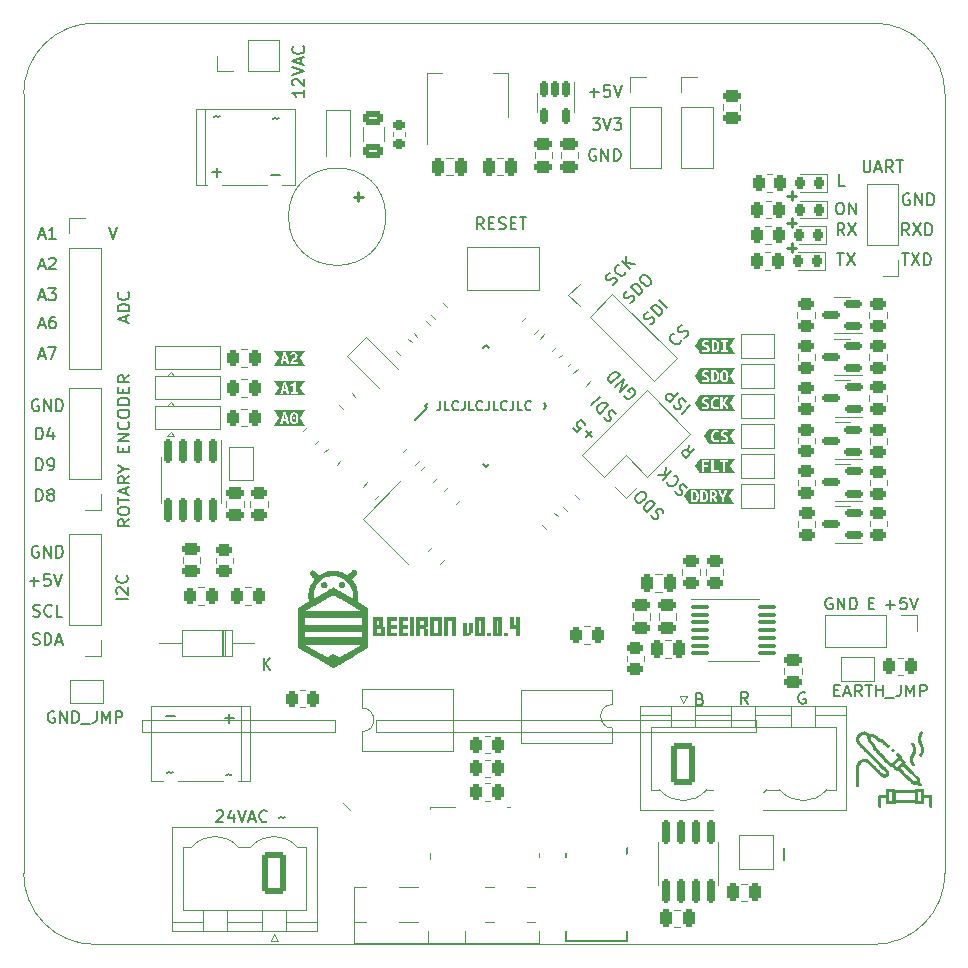
<source format=gto>
%TF.GenerationSoftware,KiCad,Pcbnew,(6.0.1)*%
%TF.CreationDate,2022-01-24T12:15:06+04:00*%
%TF.ProjectId,BEEIRON v0.0,42454549-524f-44e2-9076-302e302e6b69,rev?*%
%TF.SameCoordinates,Original*%
%TF.FileFunction,Legend,Top*%
%TF.FilePolarity,Positive*%
%FSLAX46Y46*%
G04 Gerber Fmt 4.6, Leading zero omitted, Abs format (unit mm)*
G04 Created by KiCad (PCBNEW (6.0.1)) date 2022-01-24 12:15:06*
%MOMM*%
%LPD*%
G01*
G04 APERTURE LIST*
G04 Aperture macros list*
%AMRoundRect*
0 Rectangle with rounded corners*
0 $1 Rounding radius*
0 $2 $3 $4 $5 $6 $7 $8 $9 X,Y pos of 4 corners*
0 Add a 4 corners polygon primitive as box body*
4,1,4,$2,$3,$4,$5,$6,$7,$8,$9,$2,$3,0*
0 Add four circle primitives for the rounded corners*
1,1,$1+$1,$2,$3*
1,1,$1+$1,$4,$5*
1,1,$1+$1,$6,$7*
1,1,$1+$1,$8,$9*
0 Add four rect primitives between the rounded corners*
20,1,$1+$1,$2,$3,$4,$5,0*
20,1,$1+$1,$4,$5,$6,$7,0*
20,1,$1+$1,$6,$7,$8,$9,0*
20,1,$1+$1,$8,$9,$2,$3,0*%
%AMHorizOval*
0 Thick line with rounded ends*
0 $1 width*
0 $2 $3 position (X,Y) of the first rounded end (center of the circle)*
0 $4 $5 position (X,Y) of the second rounded end (center of the circle)*
0 Add line between two ends*
20,1,$1,$2,$3,$4,$5,0*
0 Add two circle primitives to create the rounded ends*
1,1,$1,$2,$3*
1,1,$1,$4,$5*%
%AMRotRect*
0 Rectangle, with rotation*
0 The origin of the aperture is its center*
0 $1 length*
0 $2 width*
0 $3 Rotation angle, in degrees counterclockwise*
0 Add horizontal line*
21,1,$1,$2,0,0,$3*%
%AMFreePoly0*
4,1,6,1.000000,0.000000,0.500000,-0.750000,-0.500000,-0.750000,-0.500000,0.750000,0.500000,0.750000,1.000000,0.000000,1.000000,0.000000,$1*%
%AMFreePoly1*
4,1,6,0.500000,-0.750000,-0.650000,-0.750000,-0.150000,0.000000,-0.650000,0.750000,0.500000,0.750000,0.500000,-0.750000,0.500000,-0.750000,$1*%
G04 Aperture macros list end*
%ADD10C,0.150000*%
%TA.AperFunction,Profile*%
%ADD11C,0.100000*%
%TD*%
%ADD12C,0.250000*%
%ADD13C,0.120000*%
%ADD14RoundRect,0.250000X0.262500X0.450000X-0.262500X0.450000X-0.262500X-0.450000X0.262500X-0.450000X0*%
%ADD15RoundRect,0.250000X-0.262500X-0.450000X0.262500X-0.450000X0.262500X0.450000X-0.262500X0.450000X0*%
%ADD16R,1.500000X2.000000*%
%ADD17R,3.800000X2.000000*%
%ADD18RoundRect,0.150000X0.587500X0.150000X-0.587500X0.150000X-0.587500X-0.150000X0.587500X-0.150000X0*%
%ADD19RoundRect,0.250000X0.450000X-0.262500X0.450000X0.262500X-0.450000X0.262500X-0.450000X-0.262500X0*%
%ADD20C,1.600000*%
%ADD21RoundRect,0.250000X0.250000X0.475000X-0.250000X0.475000X-0.250000X-0.475000X0.250000X-0.475000X0*%
%ADD22C,2.000000*%
%ADD23R,1.700000X1.700000*%
%ADD24O,1.700000X1.700000*%
%ADD25RoundRect,0.250000X-0.450000X0.262500X-0.450000X-0.262500X0.450000X-0.262500X0.450000X0.262500X0*%
%ADD26R,1.500000X1.500000*%
%ADD27FreePoly0,0.000000*%
%ADD28FreePoly0,180.000000*%
%ADD29RoundRect,0.250000X-0.475000X0.250000X-0.475000X-0.250000X0.475000X-0.250000X0.475000X0.250000X0*%
%ADD30RoundRect,0.150000X-0.150000X0.512500X-0.150000X-0.512500X0.150000X-0.512500X0.150000X0.512500X0*%
%ADD31C,0.900000*%
%ADD32C,10.000000*%
%ADD33C,2.400000*%
%ADD34HorizOval,2.400000X0.000000X0.000000X0.000000X0.000000X0*%
%ADD35R,1.600000X1.600000*%
%ADD36O,1.600000X1.600000*%
%ADD37RoundRect,0.249999X-0.790001X-1.550001X0.790001X-1.550001X0.790001X1.550001X-0.790001X1.550001X0*%
%ADD38O,2.080000X3.600000*%
%ADD39R,2.500000X2.500000*%
%ADD40RoundRect,0.250000X-0.503814X-0.132583X-0.132583X-0.503814X0.503814X0.132583X0.132583X0.503814X0*%
%ADD41RotRect,1.700000X1.700000X135.000000*%
%ADD42HorizOval,1.700000X0.000000X0.000000X0.000000X0.000000X0*%
%ADD43FreePoly1,180.000000*%
%ADD44RoundRect,0.250000X-0.159099X0.512652X-0.512652X0.159099X0.159099X-0.512652X0.512652X-0.159099X0*%
%ADD45RoundRect,0.218750X0.218750X0.256250X-0.218750X0.256250X-0.218750X-0.256250X0.218750X-0.256250X0*%
%ADD46RoundRect,0.250000X0.475000X-0.250000X0.475000X0.250000X-0.475000X0.250000X-0.475000X-0.250000X0*%
%ADD47RoundRect,0.250000X-0.625000X0.375000X-0.625000X-0.375000X0.625000X-0.375000X0.625000X0.375000X0*%
%ADD48FreePoly1,0.000000*%
%ADD49RotRect,1.600000X0.550000X45.000000*%
%ADD50RotRect,1.600000X0.550000X135.000000*%
%ADD51RoundRect,0.218750X-0.256250X0.218750X-0.256250X-0.218750X0.256250X-0.218750X0.256250X0.218750X0*%
%ADD52RoundRect,0.250000X-0.250000X-0.475000X0.250000X-0.475000X0.250000X0.475000X-0.250000X0.475000X0*%
%ADD53RoundRect,0.250000X0.503814X0.132583X0.132583X0.503814X-0.503814X-0.132583X-0.132583X-0.503814X0*%
%ADD54RoundRect,0.150000X-0.150000X0.825000X-0.150000X-0.825000X0.150000X-0.825000X0.150000X0.825000X0*%
%ADD55R,1.600000X2.400000*%
%ADD56O,1.600000X2.400000*%
%ADD57RoundRect,0.250000X0.159099X-0.512652X0.512652X-0.159099X-0.159099X0.512652X-0.512652X0.159099X0*%
%ADD58R,2.500000X4.500000*%
%ADD59O,2.500000X4.500000*%
%ADD60R,1.200000X1.900000*%
%ADD61RoundRect,0.250000X0.132583X-0.503814X0.503814X-0.132583X-0.132583X0.503814X-0.503814X0.132583X0*%
%ADD62RotRect,2.100000X1.800000X315.000000*%
%ADD63RoundRect,0.218750X-0.026517X0.335876X-0.335876X0.026517X0.026517X-0.335876X0.335876X-0.026517X0*%
%ADD64RoundRect,0.250000X-0.707107X-0.176777X-0.176777X-0.707107X0.707107X0.176777X0.176777X0.707107X0*%
%ADD65RoundRect,0.250000X0.750000X1.550000X-0.750000X1.550000X-0.750000X-1.550000X0.750000X-1.550000X0*%
%ADD66O,2.000000X3.600000*%
%ADD67FreePoly0,90.000000*%
%ADD68FreePoly1,90.000000*%
%ADD69C,1.800000*%
%ADD70R,1.200000X0.900000*%
%ADD71RotRect,1.700000X1.700000X45.000000*%
%ADD72HorizOval,1.700000X0.000000X0.000000X0.000000X0.000000X0*%
%ADD73RoundRect,0.100000X-0.637500X-0.100000X0.637500X-0.100000X0.637500X0.100000X-0.637500X0.100000X0*%
G04 APERTURE END LIST*
D10*
X138290761Y-89985904D02*
X138290761Y-90557333D01*
X138252666Y-90671619D01*
X138176476Y-90747809D01*
X138062190Y-90785904D01*
X137986000Y-90785904D01*
X139052666Y-90785904D02*
X138671714Y-90785904D01*
X138671714Y-89985904D01*
X139776476Y-90709714D02*
X139738380Y-90747809D01*
X139624095Y-90785904D01*
X139547904Y-90785904D01*
X139433619Y-90747809D01*
X139357428Y-90671619D01*
X139319333Y-90595428D01*
X139281238Y-90443047D01*
X139281238Y-90328761D01*
X139319333Y-90176380D01*
X139357428Y-90100190D01*
X139433619Y-90024000D01*
X139547904Y-89985904D01*
X139624095Y-89985904D01*
X139738380Y-90024000D01*
X139776476Y-90062095D01*
X140347904Y-89985904D02*
X140347904Y-90557333D01*
X140309809Y-90671619D01*
X140233619Y-90747809D01*
X140119333Y-90785904D01*
X140043142Y-90785904D01*
X141109809Y-90785904D02*
X140728857Y-90785904D01*
X140728857Y-89985904D01*
X141833619Y-90709714D02*
X141795523Y-90747809D01*
X141681238Y-90785904D01*
X141605047Y-90785904D01*
X141490761Y-90747809D01*
X141414571Y-90671619D01*
X141376476Y-90595428D01*
X141338380Y-90443047D01*
X141338380Y-90328761D01*
X141376476Y-90176380D01*
X141414571Y-90100190D01*
X141490761Y-90024000D01*
X141605047Y-89985904D01*
X141681238Y-89985904D01*
X141795523Y-90024000D01*
X141833619Y-90062095D01*
X142405047Y-89985904D02*
X142405047Y-90557333D01*
X142366952Y-90671619D01*
X142290761Y-90747809D01*
X142176476Y-90785904D01*
X142100285Y-90785904D01*
X143166952Y-90785904D02*
X142786000Y-90785904D01*
X142786000Y-89985904D01*
X143890761Y-90709714D02*
X143852666Y-90747809D01*
X143738380Y-90785904D01*
X143662190Y-90785904D01*
X143547904Y-90747809D01*
X143471714Y-90671619D01*
X143433619Y-90595428D01*
X143395523Y-90443047D01*
X143395523Y-90328761D01*
X143433619Y-90176380D01*
X143471714Y-90100190D01*
X143547904Y-90024000D01*
X143662190Y-89985904D01*
X143738380Y-89985904D01*
X143852666Y-90024000D01*
X143890761Y-90062095D01*
X144462190Y-89985904D02*
X144462190Y-90557333D01*
X144424095Y-90671619D01*
X144347904Y-90747809D01*
X144233619Y-90785904D01*
X144157428Y-90785904D01*
X145224095Y-90785904D02*
X144843142Y-90785904D01*
X144843142Y-89985904D01*
X145947904Y-90709714D02*
X145909809Y-90747809D01*
X145795523Y-90785904D01*
X145719333Y-90785904D01*
X145605047Y-90747809D01*
X145528857Y-90671619D01*
X145490761Y-90595428D01*
X145452666Y-90443047D01*
X145452666Y-90328761D01*
X145490761Y-90176380D01*
X145528857Y-90100190D01*
X145605047Y-90024000D01*
X145719333Y-89985904D01*
X145795523Y-89985904D01*
X145909809Y-90024000D01*
X145947904Y-90062095D01*
D11*
X181000000Y-64000000D02*
G75*
G03*
X175000000Y-58000000I-5999999J1D01*
G01*
X181000000Y-130000000D02*
X181000000Y-64000000D01*
X103000000Y-64000000D02*
X103000000Y-130000000D01*
X109000000Y-58000000D02*
G75*
G03*
X103000000Y-64000000I-1J-5999999D01*
G01*
X132800000Y-117000000D02*
X165000000Y-117000000D01*
X129400000Y-117000000D02*
X113000000Y-117000000D01*
X132800000Y-117000000D02*
X132800000Y-118000000D01*
X113000000Y-117000000D02*
X113000000Y-118000000D01*
X165000000Y-118000000D02*
X132800000Y-118000000D01*
X103000000Y-130000000D02*
G75*
G03*
X109000000Y-136000000I5999999J-1D01*
G01*
X175000000Y-58000000D02*
X109000000Y-58000000D01*
X113000000Y-118000000D02*
X129400000Y-118000000D01*
X109000000Y-136000000D02*
X175000000Y-136000000D01*
X175000000Y-136000000D02*
G75*
G03*
X181000000Y-130000000I1J5999999D01*
G01*
X129400000Y-117000000D02*
X129400000Y-118000000D01*
X165000000Y-117000000D02*
X165000000Y-118000000D01*
D10*
X151156599Y-93055583D02*
X150617851Y-92516835D01*
X151156599Y-92516835D02*
X150617851Y-93055583D01*
X149506683Y-92281133D02*
X149843400Y-92617851D01*
X150213790Y-92314805D01*
X150146446Y-92314805D01*
X150045431Y-92281133D01*
X149877072Y-92112774D01*
X149843400Y-92011759D01*
X149843400Y-91944416D01*
X149877072Y-91843400D01*
X150045431Y-91675042D01*
X150146446Y-91641370D01*
X150213790Y-91641370D01*
X150314805Y-91675042D01*
X150483164Y-91843400D01*
X150516835Y-91944416D01*
X150516835Y-92011759D01*
X104285714Y-75966666D02*
X104761904Y-75966666D01*
X104190476Y-76252380D02*
X104523809Y-75252380D01*
X104857142Y-76252380D01*
X105714285Y-76252380D02*
X105142857Y-76252380D01*
X105428571Y-76252380D02*
X105428571Y-75252380D01*
X105333333Y-75395238D01*
X105238095Y-75490476D01*
X105142857Y-75538095D01*
X104285714Y-86166666D02*
X104761904Y-86166666D01*
X104190476Y-86452380D02*
X104523809Y-85452380D01*
X104857142Y-86452380D01*
X105095238Y-85452380D02*
X105761904Y-85452380D01*
X105333333Y-86452380D01*
X104061904Y-93252380D02*
X104061904Y-92252380D01*
X104300000Y-92252380D01*
X104442857Y-92300000D01*
X104538095Y-92395238D01*
X104585714Y-92490476D01*
X104633333Y-92680952D01*
X104633333Y-92823809D01*
X104585714Y-93014285D01*
X104538095Y-93109523D01*
X104442857Y-93204761D01*
X104300000Y-93252380D01*
X104061904Y-93252380D01*
X105490476Y-92585714D02*
X105490476Y-93252380D01*
X105252380Y-92204761D02*
X105014285Y-92919047D01*
X105633333Y-92919047D01*
X174537714Y-107116571D02*
X174871047Y-107116571D01*
X175013904Y-107640380D02*
X174537714Y-107640380D01*
X174537714Y-106640380D01*
X175013904Y-106640380D01*
X105604761Y-116300000D02*
X105509523Y-116252380D01*
X105366666Y-116252380D01*
X105223809Y-116300000D01*
X105128571Y-116395238D01*
X105080952Y-116490476D01*
X105033333Y-116680952D01*
X105033333Y-116823809D01*
X105080952Y-117014285D01*
X105128571Y-117109523D01*
X105223809Y-117204761D01*
X105366666Y-117252380D01*
X105461904Y-117252380D01*
X105604761Y-117204761D01*
X105652380Y-117157142D01*
X105652380Y-116823809D01*
X105461904Y-116823809D01*
X106080952Y-117252380D02*
X106080952Y-116252380D01*
X106652380Y-117252380D01*
X106652380Y-116252380D01*
X107128571Y-117252380D02*
X107128571Y-116252380D01*
X107366666Y-116252380D01*
X107509523Y-116300000D01*
X107604761Y-116395238D01*
X107652380Y-116490476D01*
X107700000Y-116680952D01*
X107700000Y-116823809D01*
X107652380Y-117014285D01*
X107604761Y-117109523D01*
X107509523Y-117204761D01*
X107366666Y-117252380D01*
X107128571Y-117252380D01*
X107890476Y-117347619D02*
X108652380Y-117347619D01*
X109176190Y-116252380D02*
X109176190Y-116966666D01*
X109128571Y-117109523D01*
X109033333Y-117204761D01*
X108890476Y-117252380D01*
X108795238Y-117252380D01*
X109652380Y-117252380D02*
X109652380Y-116252380D01*
X109985714Y-116966666D01*
X110319047Y-116252380D01*
X110319047Y-117252380D01*
X110795238Y-117252380D02*
X110795238Y-116252380D01*
X111176190Y-116252380D01*
X111271428Y-116300000D01*
X111319047Y-116347619D01*
X111366666Y-116442857D01*
X111366666Y-116585714D01*
X111319047Y-116680952D01*
X111271428Y-116728571D01*
X111176190Y-116776190D01*
X110795238Y-116776190D01*
X159410152Y-90370389D02*
X158703045Y-91077496D01*
X159073435Y-90101015D02*
X159006091Y-89966328D01*
X158837732Y-89797969D01*
X158736717Y-89764297D01*
X158669374Y-89764297D01*
X158568358Y-89797969D01*
X158501015Y-89865312D01*
X158467343Y-89966328D01*
X158467343Y-90033671D01*
X158501015Y-90134687D01*
X158602030Y-90303045D01*
X158635702Y-90404061D01*
X158635702Y-90471404D01*
X158602030Y-90572419D01*
X158534687Y-90639763D01*
X158433671Y-90673435D01*
X158366328Y-90673435D01*
X158265312Y-90639763D01*
X158096954Y-90471404D01*
X158029610Y-90336717D01*
X158400000Y-89360236D02*
X157692893Y-90067343D01*
X157423519Y-89797969D01*
X157389847Y-89696954D01*
X157389847Y-89629610D01*
X157423519Y-89528595D01*
X157524534Y-89427580D01*
X157625549Y-89393908D01*
X157692893Y-89393908D01*
X157793908Y-89427580D01*
X158063282Y-89696954D01*
X104285714Y-81166666D02*
X104761904Y-81166666D01*
X104190476Y-81452380D02*
X104523809Y-80452380D01*
X104857142Y-81452380D01*
X105095238Y-80452380D02*
X105714285Y-80452380D01*
X105380952Y-80833333D01*
X105523809Y-80833333D01*
X105619047Y-80880952D01*
X105666666Y-80928571D01*
X105714285Y-81023809D01*
X105714285Y-81261904D01*
X105666666Y-81357142D01*
X105619047Y-81404761D01*
X105523809Y-81452380D01*
X105238095Y-81452380D01*
X105142857Y-81404761D01*
X105095238Y-81357142D01*
X150914285Y-63871428D02*
X151676190Y-63871428D01*
X151295238Y-64252380D02*
X151295238Y-63490476D01*
X152628571Y-63252380D02*
X152152380Y-63252380D01*
X152104761Y-63728571D01*
X152152380Y-63680952D01*
X152247619Y-63633333D01*
X152485714Y-63633333D01*
X152580952Y-63680952D01*
X152628571Y-63728571D01*
X152676190Y-63823809D01*
X152676190Y-64061904D01*
X152628571Y-64157142D01*
X152580952Y-64204761D01*
X152485714Y-64252380D01*
X152247619Y-64252380D01*
X152152380Y-64204761D01*
X152104761Y-64157142D01*
X152961904Y-63252380D02*
X153295238Y-64252380D01*
X153628571Y-63252380D01*
X119342857Y-124747619D02*
X119390476Y-124700000D01*
X119485714Y-124652380D01*
X119723809Y-124652380D01*
X119819047Y-124700000D01*
X119866666Y-124747619D01*
X119914285Y-124842857D01*
X119914285Y-124938095D01*
X119866666Y-125080952D01*
X119295238Y-125652380D01*
X119914285Y-125652380D01*
X120771428Y-124985714D02*
X120771428Y-125652380D01*
X120533333Y-124604761D02*
X120295238Y-125319047D01*
X120914285Y-125319047D01*
X121152380Y-124652380D02*
X121485714Y-125652380D01*
X121819047Y-124652380D01*
X122104761Y-125366666D02*
X122580952Y-125366666D01*
X122009523Y-125652380D02*
X122342857Y-124652380D01*
X122676190Y-125652380D01*
X123580952Y-125557142D02*
X123533333Y-125604761D01*
X123390476Y-125652380D01*
X123295238Y-125652380D01*
X123152380Y-125604761D01*
X123057142Y-125509523D01*
X123009523Y-125414285D01*
X122961904Y-125223809D01*
X122961904Y-125080952D01*
X123009523Y-124890476D01*
X123057142Y-124795238D01*
X123152380Y-124700000D01*
X123295238Y-124652380D01*
X123390476Y-124652380D01*
X123533333Y-124700000D01*
X123580952Y-124747619D01*
X124628571Y-125271428D02*
X124676190Y-125223809D01*
X124771428Y-125176190D01*
X124961904Y-125271428D01*
X125057142Y-125223809D01*
X125104761Y-125176190D01*
X171869095Y-77498380D02*
X172440523Y-77498380D01*
X172154809Y-78498380D02*
X172154809Y-77498380D01*
X172678619Y-77498380D02*
X173345285Y-78498380D01*
X173345285Y-77498380D02*
X172678619Y-78498380D01*
X151161904Y-66052380D02*
X151780952Y-66052380D01*
X151447619Y-66433333D01*
X151590476Y-66433333D01*
X151685714Y-66480952D01*
X151733333Y-66528571D01*
X151780952Y-66623809D01*
X151780952Y-66861904D01*
X151733333Y-66957142D01*
X151685714Y-67004761D01*
X151590476Y-67052380D01*
X151304761Y-67052380D01*
X151209523Y-67004761D01*
X151161904Y-66957142D01*
X152066666Y-66052380D02*
X152400000Y-67052380D01*
X152733333Y-66052380D01*
X152971428Y-66052380D02*
X153590476Y-66052380D01*
X153257142Y-66433333D01*
X153400000Y-66433333D01*
X153495238Y-66480952D01*
X153542857Y-66528571D01*
X153590476Y-66623809D01*
X153590476Y-66861904D01*
X153542857Y-66957142D01*
X153495238Y-67004761D01*
X153400000Y-67052380D01*
X153114285Y-67052380D01*
X153019047Y-67004761D01*
X152971428Y-66957142D01*
X104285714Y-78566666D02*
X104761904Y-78566666D01*
X104190476Y-78852380D02*
X104523809Y-77852380D01*
X104857142Y-78852380D01*
X105142857Y-77947619D02*
X105190476Y-77900000D01*
X105285714Y-77852380D01*
X105523809Y-77852380D01*
X105619047Y-77900000D01*
X105666666Y-77947619D01*
X105714285Y-78042857D01*
X105714285Y-78138095D01*
X105666666Y-78280952D01*
X105095238Y-78852380D01*
X105714285Y-78852380D01*
X172011952Y-73198380D02*
X172202428Y-73198380D01*
X172297666Y-73246000D01*
X172392904Y-73341238D01*
X172440523Y-73531714D01*
X172440523Y-73865047D01*
X172392904Y-74055523D01*
X172297666Y-74150761D01*
X172202428Y-74198380D01*
X172011952Y-74198380D01*
X171916714Y-74150761D01*
X171821476Y-74055523D01*
X171773857Y-73865047D01*
X171773857Y-73531714D01*
X171821476Y-73341238D01*
X171916714Y-73246000D01*
X172011952Y-73198380D01*
X172869095Y-74198380D02*
X172869095Y-73198380D01*
X173440523Y-74198380D01*
X173440523Y-73198380D01*
X167386000Y-128849380D02*
X167386000Y-127849380D01*
X103809523Y-108204761D02*
X103952380Y-108252380D01*
X104190476Y-108252380D01*
X104285714Y-108204761D01*
X104333333Y-108157142D01*
X104380952Y-108061904D01*
X104380952Y-107966666D01*
X104333333Y-107871428D01*
X104285714Y-107823809D01*
X104190476Y-107776190D01*
X104000000Y-107728571D01*
X103904761Y-107680952D01*
X103857142Y-107633333D01*
X103809523Y-107538095D01*
X103809523Y-107442857D01*
X103857142Y-107347619D01*
X103904761Y-107300000D01*
X104000000Y-107252380D01*
X104238095Y-107252380D01*
X104380952Y-107300000D01*
X105380952Y-108157142D02*
X105333333Y-108204761D01*
X105190476Y-108252380D01*
X105095238Y-108252380D01*
X104952380Y-108204761D01*
X104857142Y-108109523D01*
X104809523Y-108014285D01*
X104761904Y-107823809D01*
X104761904Y-107680952D01*
X104809523Y-107490476D01*
X104857142Y-107395238D01*
X104952380Y-107300000D01*
X105095238Y-107252380D01*
X105190476Y-107252380D01*
X105333333Y-107300000D01*
X105380952Y-107347619D01*
X106285714Y-108252380D02*
X105809523Y-108252380D01*
X105809523Y-107252380D01*
X111958380Y-100019714D02*
X111482190Y-100353047D01*
X111958380Y-100591142D02*
X110958380Y-100591142D01*
X110958380Y-100210190D01*
X111006000Y-100114952D01*
X111053619Y-100067333D01*
X111148857Y-100019714D01*
X111291714Y-100019714D01*
X111386952Y-100067333D01*
X111434571Y-100114952D01*
X111482190Y-100210190D01*
X111482190Y-100591142D01*
X110958380Y-99400666D02*
X110958380Y-99210190D01*
X111006000Y-99114952D01*
X111101238Y-99019714D01*
X111291714Y-98972095D01*
X111625047Y-98972095D01*
X111815523Y-99019714D01*
X111910761Y-99114952D01*
X111958380Y-99210190D01*
X111958380Y-99400666D01*
X111910761Y-99495904D01*
X111815523Y-99591142D01*
X111625047Y-99638761D01*
X111291714Y-99638761D01*
X111101238Y-99591142D01*
X111006000Y-99495904D01*
X110958380Y-99400666D01*
X110958380Y-98686380D02*
X110958380Y-98114952D01*
X111958380Y-98400666D02*
X110958380Y-98400666D01*
X111672666Y-97829238D02*
X111672666Y-97353047D01*
X111958380Y-97924476D02*
X110958380Y-97591142D01*
X111958380Y-97257809D01*
X111958380Y-96353047D02*
X111482190Y-96686380D01*
X111958380Y-96924476D02*
X110958380Y-96924476D01*
X110958380Y-96543523D01*
X111006000Y-96448285D01*
X111053619Y-96400666D01*
X111148857Y-96353047D01*
X111291714Y-96353047D01*
X111386952Y-96400666D01*
X111434571Y-96448285D01*
X111482190Y-96543523D01*
X111482190Y-96924476D01*
X111482190Y-95734000D02*
X111958380Y-95734000D01*
X110958380Y-96067333D02*
X111482190Y-95734000D01*
X110958380Y-95400666D01*
X111434571Y-94305428D02*
X111434571Y-93972095D01*
X111958380Y-93829238D02*
X111958380Y-94305428D01*
X110958380Y-94305428D01*
X110958380Y-93829238D01*
X111958380Y-93400666D02*
X110958380Y-93400666D01*
X111958380Y-92829238D01*
X110958380Y-92829238D01*
X111863142Y-91781619D02*
X111910761Y-91829238D01*
X111958380Y-91972095D01*
X111958380Y-92067333D01*
X111910761Y-92210190D01*
X111815523Y-92305428D01*
X111720285Y-92353047D01*
X111529809Y-92400666D01*
X111386952Y-92400666D01*
X111196476Y-92353047D01*
X111101238Y-92305428D01*
X111006000Y-92210190D01*
X110958380Y-92067333D01*
X110958380Y-91972095D01*
X111006000Y-91829238D01*
X111053619Y-91781619D01*
X110958380Y-91162571D02*
X110958380Y-90972095D01*
X111006000Y-90876857D01*
X111101238Y-90781619D01*
X111291714Y-90734000D01*
X111625047Y-90734000D01*
X111815523Y-90781619D01*
X111910761Y-90876857D01*
X111958380Y-90972095D01*
X111958380Y-91162571D01*
X111910761Y-91257809D01*
X111815523Y-91353047D01*
X111625047Y-91400666D01*
X111291714Y-91400666D01*
X111101238Y-91353047D01*
X111006000Y-91257809D01*
X110958380Y-91162571D01*
X111958380Y-90305428D02*
X110958380Y-90305428D01*
X110958380Y-90067333D01*
X111006000Y-89924476D01*
X111101238Y-89829238D01*
X111196476Y-89781619D01*
X111386952Y-89734000D01*
X111529809Y-89734000D01*
X111720285Y-89781619D01*
X111815523Y-89829238D01*
X111910761Y-89924476D01*
X111958380Y-90067333D01*
X111958380Y-90305428D01*
X111434571Y-89305428D02*
X111434571Y-88972095D01*
X111958380Y-88829238D02*
X111958380Y-89305428D01*
X110958380Y-89305428D01*
X110958380Y-88829238D01*
X111958380Y-87829238D02*
X111482190Y-88162571D01*
X111958380Y-88400666D02*
X110958380Y-88400666D01*
X110958380Y-88019714D01*
X111006000Y-87924476D01*
X111053619Y-87876857D01*
X111148857Y-87829238D01*
X111291714Y-87829238D01*
X111386952Y-87876857D01*
X111434571Y-87924476D01*
X111482190Y-88019714D01*
X111482190Y-88400666D01*
X104238095Y-102300000D02*
X104142857Y-102252380D01*
X104000000Y-102252380D01*
X103857142Y-102300000D01*
X103761904Y-102395238D01*
X103714285Y-102490476D01*
X103666666Y-102680952D01*
X103666666Y-102823809D01*
X103714285Y-103014285D01*
X103761904Y-103109523D01*
X103857142Y-103204761D01*
X104000000Y-103252380D01*
X104095238Y-103252380D01*
X104238095Y-103204761D01*
X104285714Y-103157142D01*
X104285714Y-102823809D01*
X104095238Y-102823809D01*
X104714285Y-103252380D02*
X104714285Y-102252380D01*
X105285714Y-103252380D01*
X105285714Y-102252380D01*
X105761904Y-103252380D02*
X105761904Y-102252380D01*
X106000000Y-102252380D01*
X106142857Y-102300000D01*
X106238095Y-102395238D01*
X106285714Y-102490476D01*
X106333333Y-102680952D01*
X106333333Y-102823809D01*
X106285714Y-103014285D01*
X106238095Y-103109523D01*
X106142857Y-103204761D01*
X106000000Y-103252380D01*
X105761904Y-103252380D01*
X177995095Y-72466000D02*
X177899857Y-72418380D01*
X177757000Y-72418380D01*
X177614142Y-72466000D01*
X177518904Y-72561238D01*
X177471285Y-72656476D01*
X177423666Y-72846952D01*
X177423666Y-72989809D01*
X177471285Y-73180285D01*
X177518904Y-73275523D01*
X177614142Y-73370761D01*
X177757000Y-73418380D01*
X177852238Y-73418380D01*
X177995095Y-73370761D01*
X178042714Y-73323142D01*
X178042714Y-72989809D01*
X177852238Y-72989809D01*
X178471285Y-73418380D02*
X178471285Y-72418380D01*
X179042714Y-73418380D01*
X179042714Y-72418380D01*
X179518904Y-73418380D02*
X179518904Y-72418380D01*
X179757000Y-72418380D01*
X179899857Y-72466000D01*
X179995095Y-72561238D01*
X180042714Y-72656476D01*
X180090333Y-72846952D01*
X180090333Y-72989809D01*
X180042714Y-73180285D01*
X179995095Y-73275523D01*
X179899857Y-73370761D01*
X179757000Y-73418380D01*
X179518904Y-73418380D01*
X160261428Y-115218571D02*
X160404285Y-115266190D01*
X160451904Y-115313809D01*
X160499523Y-115409047D01*
X160499523Y-115551904D01*
X160451904Y-115647142D01*
X160404285Y-115694761D01*
X160309047Y-115742380D01*
X159928095Y-115742380D01*
X159928095Y-114742380D01*
X160261428Y-114742380D01*
X160356666Y-114790000D01*
X160404285Y-114837619D01*
X160451904Y-114932857D01*
X160451904Y-115028095D01*
X160404285Y-115123333D01*
X160356666Y-115170952D01*
X160261428Y-115218571D01*
X159928095Y-115218571D01*
X177369095Y-77498380D02*
X177940523Y-77498380D01*
X177654809Y-78498380D02*
X177654809Y-77498380D01*
X178178619Y-77498380D02*
X178845285Y-78498380D01*
X178845285Y-77498380D02*
X178178619Y-78498380D01*
X179226238Y-78498380D02*
X179226238Y-77498380D01*
X179464333Y-77498380D01*
X179607190Y-77546000D01*
X179702428Y-77641238D01*
X179750047Y-77736476D01*
X179797666Y-77926952D01*
X179797666Y-78069809D01*
X179750047Y-78260285D01*
X179702428Y-78355523D01*
X179607190Y-78450761D01*
X179464333Y-78498380D01*
X179226238Y-78498380D01*
X169161904Y-114700000D02*
X169066666Y-114652380D01*
X168923809Y-114652380D01*
X168780952Y-114700000D01*
X168685714Y-114795238D01*
X168638095Y-114890476D01*
X168590476Y-115080952D01*
X168590476Y-115223809D01*
X168638095Y-115414285D01*
X168685714Y-115509523D01*
X168780952Y-115604761D01*
X168923809Y-115652380D01*
X169019047Y-115652380D01*
X169161904Y-115604761D01*
X169209523Y-115557142D01*
X169209523Y-115223809D01*
X169019047Y-115223809D01*
X164309523Y-115652380D02*
X163976190Y-115176190D01*
X163738095Y-115652380D02*
X163738095Y-114652380D01*
X164119047Y-114652380D01*
X164214285Y-114700000D01*
X164261904Y-114747619D01*
X164309523Y-114842857D01*
X164309523Y-114985714D01*
X164261904Y-115080952D01*
X164214285Y-115128571D01*
X164119047Y-115176190D01*
X163738095Y-115176190D01*
X151438095Y-68700000D02*
X151342857Y-68652380D01*
X151200000Y-68652380D01*
X151057142Y-68700000D01*
X150961904Y-68795238D01*
X150914285Y-68890476D01*
X150866666Y-69080952D01*
X150866666Y-69223809D01*
X150914285Y-69414285D01*
X150961904Y-69509523D01*
X151057142Y-69604761D01*
X151200000Y-69652380D01*
X151295238Y-69652380D01*
X151438095Y-69604761D01*
X151485714Y-69557142D01*
X151485714Y-69223809D01*
X151295238Y-69223809D01*
X151914285Y-69652380D02*
X151914285Y-68652380D01*
X152485714Y-69652380D01*
X152485714Y-68652380D01*
X152961904Y-69652380D02*
X152961904Y-68652380D01*
X153200000Y-68652380D01*
X153342857Y-68700000D01*
X153438095Y-68795238D01*
X153485714Y-68890476D01*
X153533333Y-69080952D01*
X153533333Y-69223809D01*
X153485714Y-69414285D01*
X153438095Y-69509523D01*
X153342857Y-69604761D01*
X153200000Y-69652380D01*
X152961904Y-69652380D01*
X171450095Y-106688000D02*
X171354857Y-106640380D01*
X171212000Y-106640380D01*
X171069142Y-106688000D01*
X170973904Y-106783238D01*
X170926285Y-106878476D01*
X170878666Y-107068952D01*
X170878666Y-107211809D01*
X170926285Y-107402285D01*
X170973904Y-107497523D01*
X171069142Y-107592761D01*
X171212000Y-107640380D01*
X171307238Y-107640380D01*
X171450095Y-107592761D01*
X171497714Y-107545142D01*
X171497714Y-107211809D01*
X171307238Y-107211809D01*
X171926285Y-107640380D02*
X171926285Y-106640380D01*
X172497714Y-107640380D01*
X172497714Y-106640380D01*
X172973904Y-107640380D02*
X172973904Y-106640380D01*
X173212000Y-106640380D01*
X173354857Y-106688000D01*
X173450095Y-106783238D01*
X173497714Y-106878476D01*
X173545333Y-107068952D01*
X173545333Y-107211809D01*
X173497714Y-107402285D01*
X173450095Y-107497523D01*
X173354857Y-107592761D01*
X173212000Y-107640380D01*
X172973904Y-107640380D01*
X104238095Y-89900000D02*
X104142857Y-89852380D01*
X104000000Y-89852380D01*
X103857142Y-89900000D01*
X103761904Y-89995238D01*
X103714285Y-90090476D01*
X103666666Y-90280952D01*
X103666666Y-90423809D01*
X103714285Y-90614285D01*
X103761904Y-90709523D01*
X103857142Y-90804761D01*
X104000000Y-90852380D01*
X104095238Y-90852380D01*
X104238095Y-90804761D01*
X104285714Y-90757142D01*
X104285714Y-90423809D01*
X104095238Y-90423809D01*
X104714285Y-90852380D02*
X104714285Y-89852380D01*
X105285714Y-90852380D01*
X105285714Y-89852380D01*
X105761904Y-90852380D02*
X105761904Y-89852380D01*
X106000000Y-89852380D01*
X106142857Y-89900000D01*
X106238095Y-89995238D01*
X106285714Y-90090476D01*
X106333333Y-90280952D01*
X106333333Y-90423809D01*
X106285714Y-90614285D01*
X106238095Y-90709523D01*
X106142857Y-90804761D01*
X106000000Y-90852380D01*
X105761904Y-90852380D01*
X126752380Y-63647619D02*
X126752380Y-64219047D01*
X126752380Y-63933333D02*
X125752380Y-63933333D01*
X125895238Y-64028571D01*
X125990476Y-64123809D01*
X126038095Y-64219047D01*
X125847619Y-63266666D02*
X125800000Y-63219047D01*
X125752380Y-63123809D01*
X125752380Y-62885714D01*
X125800000Y-62790476D01*
X125847619Y-62742857D01*
X125942857Y-62695238D01*
X126038095Y-62695238D01*
X126180952Y-62742857D01*
X126752380Y-63314285D01*
X126752380Y-62695238D01*
X125752380Y-62409523D02*
X126752380Y-62076190D01*
X125752380Y-61742857D01*
X126466666Y-61457142D02*
X126466666Y-60980952D01*
X126752380Y-61552380D02*
X125752380Y-61219047D01*
X126752380Y-60885714D01*
X126657142Y-59980952D02*
X126704761Y-60028571D01*
X126752380Y-60171428D01*
X126752380Y-60266666D01*
X126704761Y-60409523D01*
X126609523Y-60504761D01*
X126514285Y-60552380D01*
X126323809Y-60600000D01*
X126180952Y-60600000D01*
X125990476Y-60552380D01*
X125895238Y-60504761D01*
X125800000Y-60409523D01*
X125752380Y-60266666D01*
X125752380Y-60171428D01*
X125800000Y-60028571D01*
X125847619Y-59980952D01*
X152877072Y-80195347D02*
X153011759Y-80128003D01*
X153180118Y-79959644D01*
X153213790Y-79858629D01*
X153213790Y-79791286D01*
X153180118Y-79690270D01*
X153112774Y-79622927D01*
X153011759Y-79589255D01*
X152944416Y-79589255D01*
X152843400Y-79622927D01*
X152675042Y-79723942D01*
X152574026Y-79757614D01*
X152506683Y-79757614D01*
X152405668Y-79723942D01*
X152338324Y-79656599D01*
X152304652Y-79555583D01*
X152304652Y-79488240D01*
X152338324Y-79387225D01*
X152506683Y-79218866D01*
X152641370Y-79151522D01*
X153954568Y-79050507D02*
X153954568Y-79117851D01*
X153887225Y-79252538D01*
X153819881Y-79319881D01*
X153685194Y-79387225D01*
X153550507Y-79387225D01*
X153449492Y-79353553D01*
X153281133Y-79252538D01*
X153180118Y-79151522D01*
X153079103Y-78983164D01*
X153045431Y-78882148D01*
X153045431Y-78747461D01*
X153112774Y-78612774D01*
X153180118Y-78545431D01*
X153314805Y-78478087D01*
X153382148Y-78478087D01*
X154324957Y-78814805D02*
X153617851Y-78107698D01*
X154729018Y-78410744D02*
X154021912Y-78309729D01*
X154021912Y-77703637D02*
X154021912Y-78511759D01*
X141947619Y-75452380D02*
X141614285Y-74976190D01*
X141376190Y-75452380D02*
X141376190Y-74452380D01*
X141757142Y-74452380D01*
X141852380Y-74500000D01*
X141900000Y-74547619D01*
X141947619Y-74642857D01*
X141947619Y-74785714D01*
X141900000Y-74880952D01*
X141852380Y-74928571D01*
X141757142Y-74976190D01*
X141376190Y-74976190D01*
X142376190Y-74928571D02*
X142709523Y-74928571D01*
X142852380Y-75452380D02*
X142376190Y-75452380D01*
X142376190Y-74452380D01*
X142852380Y-74452380D01*
X143233333Y-75404761D02*
X143376190Y-75452380D01*
X143614285Y-75452380D01*
X143709523Y-75404761D01*
X143757142Y-75357142D01*
X143804761Y-75261904D01*
X143804761Y-75166666D01*
X143757142Y-75071428D01*
X143709523Y-75023809D01*
X143614285Y-74976190D01*
X143423809Y-74928571D01*
X143328571Y-74880952D01*
X143280952Y-74833333D01*
X143233333Y-74738095D01*
X143233333Y-74642857D01*
X143280952Y-74547619D01*
X143328571Y-74500000D01*
X143423809Y-74452380D01*
X143661904Y-74452380D01*
X143804761Y-74500000D01*
X144233333Y-74928571D02*
X144566666Y-74928571D01*
X144709523Y-75452380D02*
X144233333Y-75452380D01*
X144233333Y-74452380D01*
X144709523Y-74452380D01*
X144995238Y-74452380D02*
X145566666Y-74452380D01*
X145280952Y-75452380D02*
X145280952Y-74452380D01*
X103785714Y-110604761D02*
X103928571Y-110652380D01*
X104166666Y-110652380D01*
X104261904Y-110604761D01*
X104309523Y-110557142D01*
X104357142Y-110461904D01*
X104357142Y-110366666D01*
X104309523Y-110271428D01*
X104261904Y-110223809D01*
X104166666Y-110176190D01*
X103976190Y-110128571D01*
X103880952Y-110080952D01*
X103833333Y-110033333D01*
X103785714Y-109938095D01*
X103785714Y-109842857D01*
X103833333Y-109747619D01*
X103880952Y-109700000D01*
X103976190Y-109652380D01*
X104214285Y-109652380D01*
X104357142Y-109700000D01*
X104785714Y-110652380D02*
X104785714Y-109652380D01*
X105023809Y-109652380D01*
X105166666Y-109700000D01*
X105261904Y-109795238D01*
X105309523Y-109890476D01*
X105357142Y-110080952D01*
X105357142Y-110223809D01*
X105309523Y-110414285D01*
X105261904Y-110509523D01*
X105166666Y-110604761D01*
X105023809Y-110652380D01*
X104785714Y-110652380D01*
X105738095Y-110366666D02*
X106214285Y-110366666D01*
X105642857Y-110652380D02*
X105976190Y-109652380D01*
X106309523Y-110652380D01*
X177964333Y-75958380D02*
X177631000Y-75482190D01*
X177392904Y-75958380D02*
X177392904Y-74958380D01*
X177773857Y-74958380D01*
X177869095Y-75006000D01*
X177916714Y-75053619D01*
X177964333Y-75148857D01*
X177964333Y-75291714D01*
X177916714Y-75386952D01*
X177869095Y-75434571D01*
X177773857Y-75482190D01*
X177392904Y-75482190D01*
X178297666Y-74958380D02*
X178964333Y-75958380D01*
X178964333Y-74958380D02*
X178297666Y-75958380D01*
X179345285Y-75958380D02*
X179345285Y-74958380D01*
X179583380Y-74958380D01*
X179726238Y-75006000D01*
X179821476Y-75101238D01*
X179869095Y-75196476D01*
X179916714Y-75386952D01*
X179916714Y-75529809D01*
X179869095Y-75720285D01*
X179821476Y-75815523D01*
X179726238Y-75910761D01*
X179583380Y-75958380D01*
X179345285Y-75958380D01*
X111672666Y-83280095D02*
X111672666Y-82803904D01*
X111958380Y-83375333D02*
X110958380Y-83042000D01*
X111958380Y-82708666D01*
X111958380Y-82375333D02*
X110958380Y-82375333D01*
X110958380Y-82137238D01*
X111006000Y-81994380D01*
X111101238Y-81899142D01*
X111196476Y-81851523D01*
X111386952Y-81803904D01*
X111529809Y-81803904D01*
X111720285Y-81851523D01*
X111815523Y-81899142D01*
X111910761Y-81994380D01*
X111958380Y-82137238D01*
X111958380Y-82375333D01*
X111863142Y-80803904D02*
X111910761Y-80851523D01*
X111958380Y-80994380D01*
X111958380Y-81089619D01*
X111910761Y-81232476D01*
X111815523Y-81327714D01*
X111720285Y-81375333D01*
X111529809Y-81422952D01*
X111386952Y-81422952D01*
X111196476Y-81375333D01*
X111101238Y-81327714D01*
X111006000Y-81232476D01*
X110958380Y-81089619D01*
X110958380Y-80994380D01*
X111006000Y-80851523D01*
X111053619Y-80803904D01*
X172494333Y-75958380D02*
X172161000Y-75482190D01*
X171922904Y-75958380D02*
X171922904Y-74958380D01*
X172303857Y-74958380D01*
X172399095Y-75006000D01*
X172446714Y-75053619D01*
X172494333Y-75148857D01*
X172494333Y-75291714D01*
X172446714Y-75386952D01*
X172399095Y-75434571D01*
X172303857Y-75482190D01*
X171922904Y-75482190D01*
X172827666Y-74958380D02*
X173494333Y-75958380D01*
X173494333Y-74958380D02*
X172827666Y-75958380D01*
X153855194Y-89538301D02*
X153888866Y-89639316D01*
X153989881Y-89740331D01*
X154124568Y-89807675D01*
X154259255Y-89807675D01*
X154360270Y-89774003D01*
X154528629Y-89672988D01*
X154629644Y-89571973D01*
X154730660Y-89403614D01*
X154764331Y-89302599D01*
X154764331Y-89167912D01*
X154696988Y-89033225D01*
X154629644Y-88965881D01*
X154494957Y-88898538D01*
X154427614Y-88898538D01*
X154191912Y-89134240D01*
X154326599Y-89268927D01*
X154191912Y-88528148D02*
X153484805Y-89235255D01*
X153787851Y-88124087D01*
X153080744Y-88831194D01*
X153451133Y-87787370D02*
X152744026Y-88494477D01*
X152575668Y-88326118D01*
X152508324Y-88191431D01*
X152508324Y-88056744D01*
X152541996Y-87955729D01*
X152643011Y-87787370D01*
X152744026Y-87686355D01*
X152912385Y-87585339D01*
X153013400Y-87551668D01*
X153148087Y-87551668D01*
X153282774Y-87619011D01*
X153451133Y-87787370D01*
X157168183Y-99445763D02*
X157100839Y-99311076D01*
X156932480Y-99142717D01*
X156831465Y-99109045D01*
X156764122Y-99109045D01*
X156663106Y-99142717D01*
X156595763Y-99210061D01*
X156562091Y-99311076D01*
X156562091Y-99378419D01*
X156595763Y-99479435D01*
X156696778Y-99647793D01*
X156730450Y-99748809D01*
X156730450Y-99816152D01*
X156696778Y-99917167D01*
X156629435Y-99984511D01*
X156528419Y-100018183D01*
X156461076Y-100018183D01*
X156360061Y-99984511D01*
X156191702Y-99816152D01*
X156124358Y-99681465D01*
X156494748Y-98704984D02*
X155787641Y-99412091D01*
X155619282Y-99243732D01*
X155551938Y-99109045D01*
X155551938Y-98974358D01*
X155585610Y-98873343D01*
X155686625Y-98704984D01*
X155787641Y-98603969D01*
X155956000Y-98502954D01*
X156057015Y-98469282D01*
X156191702Y-98469282D01*
X156326389Y-98536625D01*
X156494748Y-98704984D01*
X154945847Y-98570297D02*
X154811160Y-98435610D01*
X154777488Y-98334595D01*
X154777488Y-98199908D01*
X154878503Y-98031549D01*
X155114206Y-97795847D01*
X155282564Y-97694832D01*
X155417251Y-97694832D01*
X155518267Y-97728503D01*
X155652954Y-97863190D01*
X155686625Y-97964206D01*
X155686625Y-98098893D01*
X155585610Y-98267251D01*
X155349908Y-98502954D01*
X155181549Y-98603969D01*
X155046862Y-98603969D01*
X154945847Y-98570297D01*
D12*
X167650047Y-77017428D02*
X168411952Y-77017428D01*
X168031000Y-77398380D02*
X168031000Y-76636476D01*
D10*
X153156152Y-91115732D02*
X153088809Y-90981045D01*
X152920450Y-90812687D01*
X152819435Y-90779015D01*
X152752091Y-90779015D01*
X152651076Y-90812687D01*
X152583732Y-90880030D01*
X152550061Y-90981045D01*
X152550061Y-91048389D01*
X152583732Y-91149404D01*
X152684748Y-91317763D01*
X152718419Y-91418778D01*
X152718419Y-91486122D01*
X152684748Y-91587137D01*
X152617404Y-91654480D01*
X152516389Y-91688152D01*
X152449045Y-91688152D01*
X152348030Y-91654480D01*
X152179671Y-91486122D01*
X152112328Y-91351435D01*
X152482717Y-90374954D02*
X151775610Y-91082061D01*
X151607251Y-90913702D01*
X151539908Y-90779015D01*
X151539908Y-90644328D01*
X151573580Y-90543312D01*
X151674595Y-90374954D01*
X151775610Y-90273938D01*
X151943969Y-90172923D01*
X152044984Y-90139251D01*
X152179671Y-90139251D01*
X152314358Y-90206595D01*
X152482717Y-90374954D01*
X151775610Y-89667847D02*
X151068503Y-90374954D01*
X172540523Y-71798380D02*
X172064333Y-71798380D01*
X172064333Y-70798380D01*
D12*
X167650047Y-72617428D02*
X168411952Y-72617428D01*
X168031000Y-72998380D02*
X168031000Y-72236476D01*
D10*
X176006285Y-107259428D02*
X176768190Y-107259428D01*
X176387238Y-107640380D02*
X176387238Y-106878476D01*
X177720571Y-106640380D02*
X177244380Y-106640380D01*
X177196761Y-107116571D01*
X177244380Y-107068952D01*
X177339619Y-107021333D01*
X177577714Y-107021333D01*
X177672952Y-107068952D01*
X177720571Y-107116571D01*
X177768190Y-107211809D01*
X177768190Y-107449904D01*
X177720571Y-107545142D01*
X177672952Y-107592761D01*
X177577714Y-107640380D01*
X177339619Y-107640380D01*
X177244380Y-107592761D01*
X177196761Y-107545142D01*
X178053904Y-106640380D02*
X178387238Y-107640380D01*
X178720571Y-106640380D01*
X111831380Y-106767190D02*
X110831380Y-106767190D01*
X110926619Y-106338619D02*
X110879000Y-106291000D01*
X110831380Y-106195761D01*
X110831380Y-105957666D01*
X110879000Y-105862428D01*
X110926619Y-105814809D01*
X111021857Y-105767190D01*
X111117095Y-105767190D01*
X111259952Y-105814809D01*
X111831380Y-106386238D01*
X111831380Y-105767190D01*
X111736142Y-104767190D02*
X111783761Y-104814809D01*
X111831380Y-104957666D01*
X111831380Y-105052904D01*
X111783761Y-105195761D01*
X111688523Y-105291000D01*
X111593285Y-105338619D01*
X111402809Y-105386238D01*
X111259952Y-105386238D01*
X111069476Y-105338619D01*
X110974238Y-105291000D01*
X110879000Y-105195761D01*
X110831380Y-105052904D01*
X110831380Y-104957666D01*
X110879000Y-104814809D01*
X110926619Y-104767190D01*
D12*
X167650047Y-74917428D02*
X168411952Y-74917428D01*
X168031000Y-75298380D02*
X168031000Y-74536476D01*
D10*
X174113761Y-69624380D02*
X174113761Y-70433904D01*
X174161380Y-70529142D01*
X174209000Y-70576761D01*
X174304238Y-70624380D01*
X174494714Y-70624380D01*
X174589952Y-70576761D01*
X174637571Y-70529142D01*
X174685190Y-70433904D01*
X174685190Y-69624380D01*
X175113761Y-70338666D02*
X175589952Y-70338666D01*
X175018523Y-70624380D02*
X175351857Y-69624380D01*
X175685190Y-70624380D01*
X176589952Y-70624380D02*
X176256619Y-70148190D01*
X176018523Y-70624380D02*
X176018523Y-69624380D01*
X176399476Y-69624380D01*
X176494714Y-69672000D01*
X176542333Y-69719619D01*
X176589952Y-69814857D01*
X176589952Y-69957714D01*
X176542333Y-70052952D01*
X176494714Y-70100571D01*
X176399476Y-70148190D01*
X176018523Y-70148190D01*
X176875666Y-69624380D02*
X177447095Y-69624380D01*
X177161380Y-70624380D02*
X177161380Y-69624380D01*
X159359015Y-93695251D02*
X159258000Y-94267671D01*
X159763076Y-94099312D02*
X159055969Y-94806419D01*
X158786595Y-94537045D01*
X158752923Y-94436030D01*
X158752923Y-94368687D01*
X158786595Y-94267671D01*
X158887610Y-94166656D01*
X158988625Y-94132984D01*
X159055969Y-94132984D01*
X159156984Y-94166656D01*
X159426358Y-94436030D01*
X104061904Y-95852380D02*
X104061904Y-94852380D01*
X104300000Y-94852380D01*
X104442857Y-94900000D01*
X104538095Y-94995238D01*
X104585714Y-95090476D01*
X104633333Y-95280952D01*
X104633333Y-95423809D01*
X104585714Y-95614285D01*
X104538095Y-95709523D01*
X104442857Y-95804761D01*
X104300000Y-95852380D01*
X104061904Y-95852380D01*
X105109523Y-95852380D02*
X105300000Y-95852380D01*
X105395238Y-95804761D01*
X105442857Y-95757142D01*
X105538095Y-95614285D01*
X105585714Y-95423809D01*
X105585714Y-95042857D01*
X105538095Y-94947619D01*
X105490476Y-94900000D01*
X105395238Y-94852380D01*
X105204761Y-94852380D01*
X105109523Y-94900000D01*
X105061904Y-94947619D01*
X105014285Y-95042857D01*
X105014285Y-95280952D01*
X105061904Y-95376190D01*
X105109523Y-95423809D01*
X105204761Y-95471428D01*
X105395238Y-95471428D01*
X105490476Y-95423809D01*
X105538095Y-95376190D01*
X105585714Y-95280952D01*
X104061904Y-98452380D02*
X104061904Y-97452380D01*
X104300000Y-97452380D01*
X104442857Y-97500000D01*
X104538095Y-97595238D01*
X104585714Y-97690476D01*
X104633333Y-97880952D01*
X104633333Y-98023809D01*
X104585714Y-98214285D01*
X104538095Y-98309523D01*
X104442857Y-98404761D01*
X104300000Y-98452380D01*
X104061904Y-98452380D01*
X105204761Y-97880952D02*
X105109523Y-97833333D01*
X105061904Y-97785714D01*
X105014285Y-97690476D01*
X105014285Y-97642857D01*
X105061904Y-97547619D01*
X105109523Y-97500000D01*
X105204761Y-97452380D01*
X105395238Y-97452380D01*
X105490476Y-97500000D01*
X105538095Y-97547619D01*
X105585714Y-97642857D01*
X105585714Y-97690476D01*
X105538095Y-97785714D01*
X105490476Y-97833333D01*
X105395238Y-97880952D01*
X105204761Y-97880952D01*
X105109523Y-97928571D01*
X105061904Y-97976190D01*
X105014285Y-98071428D01*
X105014285Y-98261904D01*
X105061904Y-98357142D01*
X105109523Y-98404761D01*
X105204761Y-98452380D01*
X105395238Y-98452380D01*
X105490476Y-98404761D01*
X105538095Y-98357142D01*
X105585714Y-98261904D01*
X105585714Y-98071428D01*
X105538095Y-97976190D01*
X105490476Y-97928571D01*
X105395238Y-97880952D01*
X159183347Y-97396927D02*
X159116003Y-97262240D01*
X158947644Y-97093881D01*
X158846629Y-97060209D01*
X158779286Y-97060209D01*
X158678270Y-97093881D01*
X158610927Y-97161225D01*
X158577255Y-97262240D01*
X158577255Y-97329583D01*
X158610927Y-97430599D01*
X158711942Y-97598957D01*
X158745614Y-97699973D01*
X158745614Y-97767316D01*
X158711942Y-97868331D01*
X158644599Y-97935675D01*
X158543583Y-97969347D01*
X158476240Y-97969347D01*
X158375225Y-97935675D01*
X158206866Y-97767316D01*
X158139522Y-97632629D01*
X158038507Y-96319431D02*
X158105851Y-96319431D01*
X158240538Y-96386774D01*
X158307881Y-96454118D01*
X158375225Y-96588805D01*
X158375225Y-96723492D01*
X158341553Y-96824507D01*
X158240538Y-96992866D01*
X158139522Y-97093881D01*
X157971164Y-97194896D01*
X157870148Y-97228568D01*
X157735461Y-97228568D01*
X157600774Y-97161225D01*
X157533431Y-97093881D01*
X157466087Y-96959194D01*
X157466087Y-96891851D01*
X157802805Y-95949042D02*
X157095698Y-96656148D01*
X157398744Y-95544981D02*
X157297729Y-96252087D01*
X156691637Y-96252087D02*
X157499759Y-96252087D01*
X103514285Y-105271428D02*
X104276190Y-105271428D01*
X103895238Y-105652380D02*
X103895238Y-104890476D01*
X105228571Y-104652380D02*
X104752380Y-104652380D01*
X104704761Y-105128571D01*
X104752380Y-105080952D01*
X104847619Y-105033333D01*
X105085714Y-105033333D01*
X105180952Y-105080952D01*
X105228571Y-105128571D01*
X105276190Y-105223809D01*
X105276190Y-105461904D01*
X105228571Y-105557142D01*
X105180952Y-105604761D01*
X105085714Y-105652380D01*
X104847619Y-105652380D01*
X104752380Y-105604761D01*
X104704761Y-105557142D01*
X105561904Y-104652380D02*
X105895238Y-105652380D01*
X106228571Y-104652380D01*
D12*
X130937047Y-72715428D02*
X131698952Y-72715428D01*
X131318000Y-73096380D02*
X131318000Y-72334476D01*
D10*
X110266666Y-75252380D02*
X110600000Y-76252380D01*
X110933333Y-75252380D01*
X171633047Y-114482571D02*
X171966380Y-114482571D01*
X172109238Y-115006380D02*
X171633047Y-115006380D01*
X171633047Y-114006380D01*
X172109238Y-114006380D01*
X172490190Y-114720666D02*
X172966380Y-114720666D01*
X172394952Y-115006380D02*
X172728285Y-114006380D01*
X173061619Y-115006380D01*
X173966380Y-115006380D02*
X173633047Y-114530190D01*
X173394952Y-115006380D02*
X173394952Y-114006380D01*
X173775904Y-114006380D01*
X173871142Y-114054000D01*
X173918761Y-114101619D01*
X173966380Y-114196857D01*
X173966380Y-114339714D01*
X173918761Y-114434952D01*
X173871142Y-114482571D01*
X173775904Y-114530190D01*
X173394952Y-114530190D01*
X174252095Y-114006380D02*
X174823523Y-114006380D01*
X174537809Y-115006380D02*
X174537809Y-114006380D01*
X175156857Y-115006380D02*
X175156857Y-114006380D01*
X175156857Y-114482571D02*
X175728285Y-114482571D01*
X175728285Y-115006380D02*
X175728285Y-114006380D01*
X175966380Y-115101619D02*
X176728285Y-115101619D01*
X177252095Y-114006380D02*
X177252095Y-114720666D01*
X177204476Y-114863523D01*
X177109238Y-114958761D01*
X176966380Y-115006380D01*
X176871142Y-115006380D01*
X177728285Y-115006380D02*
X177728285Y-114006380D01*
X178061619Y-114720666D01*
X178394952Y-114006380D01*
X178394952Y-115006380D01*
X178871142Y-115006380D02*
X178871142Y-114006380D01*
X179252095Y-114006380D01*
X179347333Y-114054000D01*
X179394952Y-114101619D01*
X179442571Y-114196857D01*
X179442571Y-114339714D01*
X179394952Y-114434952D01*
X179347333Y-114482571D01*
X179252095Y-114530190D01*
X178871142Y-114530190D01*
X154360236Y-81712183D02*
X154494923Y-81644839D01*
X154663282Y-81476480D01*
X154696954Y-81375465D01*
X154696954Y-81308122D01*
X154663282Y-81207106D01*
X154595938Y-81139763D01*
X154494923Y-81106091D01*
X154427580Y-81106091D01*
X154326564Y-81139763D01*
X154158206Y-81240778D01*
X154057190Y-81274450D01*
X153989847Y-81274450D01*
X153888832Y-81240778D01*
X153821488Y-81173435D01*
X153787816Y-81072419D01*
X153787816Y-81005076D01*
X153821488Y-80904061D01*
X153989847Y-80735702D01*
X154124534Y-80668358D01*
X155101015Y-81038748D02*
X154393908Y-80331641D01*
X154562267Y-80163282D01*
X154696954Y-80095938D01*
X154831641Y-80095938D01*
X154932656Y-80129610D01*
X155101015Y-80230625D01*
X155202030Y-80331641D01*
X155303045Y-80500000D01*
X155336717Y-80601015D01*
X155336717Y-80735702D01*
X155269374Y-80870389D01*
X155101015Y-81038748D01*
X155235702Y-79489847D02*
X155370389Y-79355160D01*
X155471404Y-79321488D01*
X155606091Y-79321488D01*
X155774450Y-79422503D01*
X156010152Y-79658206D01*
X156111167Y-79826564D01*
X156111167Y-79961251D01*
X156077496Y-80062267D01*
X155942809Y-80196954D01*
X155841793Y-80230625D01*
X155707106Y-80230625D01*
X155538748Y-80129610D01*
X155303045Y-79893908D01*
X155202030Y-79725549D01*
X155202030Y-79590862D01*
X155235702Y-79489847D01*
X104285714Y-83566666D02*
X104761904Y-83566666D01*
X104190476Y-83852380D02*
X104523809Y-82852380D01*
X104857142Y-83852380D01*
X105619047Y-82852380D02*
X105428571Y-82852380D01*
X105333333Y-82900000D01*
X105285714Y-82947619D01*
X105190476Y-83090476D01*
X105142857Y-83280952D01*
X105142857Y-83661904D01*
X105190476Y-83757142D01*
X105238095Y-83804761D01*
X105333333Y-83852380D01*
X105523809Y-83852380D01*
X105619047Y-83804761D01*
X105666666Y-83757142D01*
X105714285Y-83661904D01*
X105714285Y-83423809D01*
X105666666Y-83328571D01*
X105619047Y-83280952D01*
X105523809Y-83233333D01*
X105333333Y-83233333D01*
X105238095Y-83280952D01*
X105190476Y-83328571D01*
X105142857Y-83423809D01*
X158634687Y-84870389D02*
X158634687Y-84937732D01*
X158567343Y-85072419D01*
X158500000Y-85139763D01*
X158365312Y-85207106D01*
X158230625Y-85207106D01*
X158129610Y-85173435D01*
X157961251Y-85072419D01*
X157860236Y-84971404D01*
X157759221Y-84803045D01*
X157725549Y-84702030D01*
X157725549Y-84567343D01*
X157792893Y-84432656D01*
X157860236Y-84365312D01*
X157994923Y-84297969D01*
X158062267Y-84297969D01*
X158937732Y-84634687D02*
X159072419Y-84567343D01*
X159240778Y-84398984D01*
X159274450Y-84297969D01*
X159274450Y-84230625D01*
X159240778Y-84129610D01*
X159173435Y-84062267D01*
X159072419Y-84028595D01*
X159005076Y-84028595D01*
X158904061Y-84062267D01*
X158735702Y-84163282D01*
X158634687Y-84196954D01*
X158567343Y-84196954D01*
X158466328Y-84163282D01*
X158398984Y-84095938D01*
X158365312Y-83994923D01*
X158365312Y-83927580D01*
X158398984Y-83826564D01*
X158567343Y-83658206D01*
X158702030Y-83590862D01*
X156062267Y-83510152D02*
X156196954Y-83442809D01*
X156365312Y-83274450D01*
X156398984Y-83173435D01*
X156398984Y-83106091D01*
X156365312Y-83005076D01*
X156297969Y-82937732D01*
X156196954Y-82904061D01*
X156129610Y-82904061D01*
X156028595Y-82937732D01*
X155860236Y-83038748D01*
X155759221Y-83072419D01*
X155691877Y-83072419D01*
X155590862Y-83038748D01*
X155523519Y-82971404D01*
X155489847Y-82870389D01*
X155489847Y-82803045D01*
X155523519Y-82702030D01*
X155691877Y-82533671D01*
X155826564Y-82466328D01*
X156803045Y-82836717D02*
X156095938Y-82129610D01*
X156264297Y-81961251D01*
X156398984Y-81893908D01*
X156533671Y-81893908D01*
X156634687Y-81927580D01*
X156803045Y-82028595D01*
X156904061Y-82129610D01*
X157005076Y-82297969D01*
X157038748Y-82398984D01*
X157038748Y-82533671D01*
X156971404Y-82668358D01*
X156803045Y-82836717D01*
X157510152Y-82129610D02*
X156803045Y-81422503D01*
%TO.C,BR1*%
X119592857Y-65828571D02*
X119545238Y-65876190D01*
X119450000Y-65923809D01*
X119259523Y-65828571D01*
X119164285Y-65876190D01*
X119116666Y-65923809D01*
X124592857Y-66028571D02*
X124545238Y-66076190D01*
X124450000Y-66123809D01*
X124259523Y-66028571D01*
X124164285Y-66076190D01*
X124116666Y-66123809D01*
X119730952Y-70628571D02*
X118969047Y-70628571D01*
X119350000Y-70247619D02*
X119350000Y-71009523D01*
X124730952Y-70828571D02*
X123969047Y-70828571D01*
%TO.C,D3*%
X123318095Y-112752380D02*
X123318095Y-111752380D01*
X123889523Y-112752380D02*
X123460952Y-112180952D01*
X123889523Y-111752380D02*
X123318095Y-112323809D01*
%TO.C,BR2*%
X115019047Y-116671428D02*
X115780952Y-116671428D01*
X115157142Y-121471428D02*
X115204761Y-121423809D01*
X115300000Y-121376190D01*
X115490476Y-121471428D01*
X115585714Y-121423809D01*
X115633333Y-121376190D01*
X120019047Y-116871428D02*
X120780952Y-116871428D01*
X120400000Y-117252380D02*
X120400000Y-116490476D01*
X120157142Y-121671428D02*
X120204761Y-121623809D01*
X120300000Y-121576190D01*
X120490476Y-121671428D01*
X120585714Y-121623809D01*
X120633333Y-121576190D01*
D13*
%TO.C,R11*%
X121893064Y-89635000D02*
X121438936Y-89635000D01*
X121893064Y-88165000D02*
X121438936Y-88165000D01*
%TO.C,R42*%
X117772936Y-107235000D02*
X118227064Y-107235000D01*
X117772936Y-105765000D02*
X118227064Y-105765000D01*
%TO.C,U4*%
X144010000Y-62190000D02*
X142750000Y-62190000D01*
X144010000Y-65950000D02*
X144010000Y-62190000D01*
X137190000Y-68200000D02*
X137190000Y-62190000D01*
X137190000Y-62190000D02*
X138450000Y-62190000D01*
%TO.C,Q4*%
X172325782Y-95337436D02*
X172975782Y-95337436D01*
X172325782Y-98457436D02*
X174000782Y-98457436D01*
X172325782Y-95337436D02*
X171675782Y-95337436D01*
X172325782Y-98457436D02*
X171675782Y-98457436D01*
%TO.C,R23*%
X170025207Y-100641564D02*
X170025207Y-100187436D01*
X168555207Y-100641564D02*
X168555207Y-100187436D01*
%TO.C,C7*%
X133660000Y-74394000D02*
G75*
G03*
X133660000Y-74394000I-4120000J0D01*
G01*
%TO.C,C4*%
X139311252Y-69415000D02*
X138788748Y-69415000D01*
X139311252Y-70885000D02*
X138788748Y-70885000D01*
%TO.C,C20*%
X137380000Y-128256000D02*
X137380000Y-129620000D01*
X137380000Y-124380000D02*
X137380000Y-125744000D01*
X137380000Y-129620000D02*
X146620000Y-129620000D01*
X137380000Y-124380000D02*
X146620000Y-124380000D01*
X146620000Y-124380000D02*
X146620000Y-125744000D01*
X146620000Y-128256000D02*
X146620000Y-129620000D01*
%TO.C,Q5*%
X172289000Y-84708418D02*
X171639000Y-84708418D01*
X172289000Y-87828418D02*
X173964000Y-87828418D01*
X172289000Y-84708418D02*
X172939000Y-84708418D01*
X172289000Y-87828418D02*
X171639000Y-87828418D01*
%TO.C,J4*%
X174401000Y-76776000D02*
X174401000Y-71636000D01*
X177061000Y-78046000D02*
X177061000Y-79376000D01*
X177061000Y-79376000D02*
X175731000Y-79376000D01*
X177061000Y-71636000D02*
X174401000Y-71636000D01*
X177061000Y-76776000D02*
X174401000Y-76776000D01*
X177061000Y-76776000D02*
X177061000Y-71636000D01*
%TO.C,R37*%
X165755543Y-77411000D02*
X166209671Y-77411000D01*
X165755543Y-78881000D02*
X166209671Y-78881000D01*
%TO.C,R41*%
X120735000Y-103260436D02*
X120735000Y-103714564D01*
X119265000Y-103260436D02*
X119265000Y-103714564D01*
%TO.C,R40*%
X121772936Y-107235000D02*
X122227064Y-107235000D01*
X121772936Y-105765000D02*
X122227064Y-105765000D01*
%TO.C,kibuzzard-619F1F60*%
G36*
X126367117Y-91440000D02*
G01*
X126797153Y-92085054D01*
X124154847Y-92085054D01*
X124256800Y-91932125D01*
X124717175Y-91932125D01*
X124920375Y-91932125D01*
X124964825Y-91705113D01*
X125226762Y-91705113D01*
X125272800Y-91932125D01*
X125482350Y-91932125D01*
X125456156Y-91820714D01*
X125429645Y-91712542D01*
X125402816Y-91607608D01*
X125375670Y-91505913D01*
X125356841Y-91438412D01*
X125552200Y-91438412D01*
X125557657Y-91560253D01*
X125574028Y-91665425D01*
X125601313Y-91753928D01*
X125639513Y-91825763D01*
X125706540Y-91896318D01*
X125791207Y-91938651D01*
X125893513Y-91952763D01*
X125995818Y-91938651D01*
X126080485Y-91896318D01*
X126147513Y-91825763D01*
X126185712Y-91753928D01*
X126212997Y-91665425D01*
X126229368Y-91560253D01*
X126234825Y-91438412D01*
X126229368Y-91317316D01*
X126212997Y-91212789D01*
X126185712Y-91124832D01*
X126147513Y-91053444D01*
X126080485Y-90983329D01*
X125995818Y-90941260D01*
X125893513Y-90927237D01*
X125792794Y-90941349D01*
X125708657Y-90983682D01*
X125641100Y-91054237D01*
X125602206Y-91125873D01*
X125574425Y-91213781D01*
X125557756Y-91317961D01*
X125552200Y-91438412D01*
X125356841Y-91438412D01*
X125348206Y-91407456D01*
X125313629Y-91288046D01*
X125278952Y-91171911D01*
X125244175Y-91059050D01*
X125209300Y-90949462D01*
X124996575Y-90949462D01*
X124962940Y-91058157D01*
X124928709Y-91169927D01*
X124893884Y-91284772D01*
X124858462Y-91402694D01*
X124829951Y-91500325D01*
X124801566Y-91602084D01*
X124773309Y-91707970D01*
X124745178Y-91817984D01*
X124717175Y-91932125D01*
X124256800Y-91932125D01*
X124584883Y-91440000D01*
X124154847Y-90794946D01*
X126797153Y-90794946D01*
X126367117Y-91440000D01*
G37*
G36*
X126053938Y-91542570D02*
G01*
X126039915Y-91628560D01*
X126016544Y-91696381D01*
X125964752Y-91762461D01*
X125893513Y-91784488D01*
X125823266Y-91762461D01*
X125771275Y-91696381D01*
X125747463Y-91628560D01*
X125733175Y-91542570D01*
X125728412Y-91438412D01*
X125729144Y-91422537D01*
X125806200Y-91422537D01*
X125830013Y-91496356D01*
X125895100Y-91527313D01*
X125957806Y-91496356D01*
X125982413Y-91422537D01*
X125957806Y-91347925D01*
X125895100Y-91316175D01*
X125830013Y-91347925D01*
X125806200Y-91422537D01*
X125729144Y-91422537D01*
X125733175Y-91335137D01*
X125747463Y-91249676D01*
X125771275Y-91182031D01*
X125823266Y-91115952D01*
X125893513Y-91093925D01*
X125964752Y-91115952D01*
X126016544Y-91182031D01*
X126039915Y-91249676D01*
X126053938Y-91335137D01*
X126058613Y-91438412D01*
X126053938Y-91542570D01*
G37*
G36*
X125127544Y-91245531D02*
G01*
X125152944Y-91343956D01*
X125174375Y-91441588D01*
X125193425Y-91543188D01*
X125001337Y-91543188D01*
X125021181Y-91441588D01*
X125043406Y-91343956D01*
X125068806Y-91245531D01*
X125098175Y-91139962D01*
X125127544Y-91245531D01*
G37*
%TO.C,JP2*%
X115740000Y-92940000D02*
X115440000Y-92640000D01*
X114090000Y-90440000D02*
X119590000Y-90440000D01*
X119590000Y-92390000D02*
X114090000Y-92390000D01*
X115140000Y-92940000D02*
X115740000Y-92940000D01*
X119590000Y-90440000D02*
X119590000Y-92390000D01*
X115440000Y-92640000D02*
X115140000Y-92940000D01*
X114090000Y-92390000D02*
X114090000Y-90440000D01*
%TO.C,C1*%
X149935000Y-68938748D02*
X149935000Y-69461252D01*
X148465000Y-68938748D02*
X148465000Y-69461252D01*
%TO.C,kibuzzard-6198C8F1*%
G36*
X159875185Y-95504000D02*
G01*
X160290933Y-94880377D01*
X163212815Y-94880377D01*
X162797067Y-95504000D01*
X163212815Y-96127623D01*
X160290933Y-96127623D01*
X160202738Y-95995331D01*
X160423225Y-95995331D01*
X160618487Y-95995331D01*
X161229675Y-95995331D01*
X161847213Y-95995331D01*
X161847213Y-95833406D01*
X161426525Y-95833406D01*
X161426525Y-95174594D01*
X161950400Y-95174594D01*
X162209163Y-95174594D01*
X162209163Y-95995331D01*
X162406013Y-95995331D01*
X162406013Y-95174594D01*
X162664775Y-95174594D01*
X162664775Y-95012669D01*
X161950400Y-95012669D01*
X161950400Y-95174594D01*
X161426525Y-95174594D01*
X161426525Y-95012669D01*
X161229675Y-95012669D01*
X161229675Y-95995331D01*
X160618487Y-95995331D01*
X160618487Y-95574644D01*
X160974087Y-95574644D01*
X160974087Y-95412719D01*
X160618487Y-95412719D01*
X160618487Y-95174594D01*
X161024887Y-95174594D01*
X161024887Y-95012669D01*
X160423225Y-95012669D01*
X160423225Y-95995331D01*
X160202738Y-95995331D01*
X159875185Y-95504000D01*
G37*
%TO.C,U3*%
X146440000Y-64750000D02*
X146440000Y-65550000D01*
X146440000Y-64750000D02*
X146440000Y-63950000D01*
X149560000Y-64750000D02*
X149560000Y-62950000D01*
X149560000Y-64750000D02*
X149560000Y-65550000D01*
%TO.C,kibuzzard-619F1F9A*%
G36*
X125129925Y-86175850D02*
G01*
X125155325Y-86274275D01*
X125176756Y-86371906D01*
X125195806Y-86473506D01*
X125003719Y-86473506D01*
X125023562Y-86371906D01*
X125045787Y-86274275D01*
X125071187Y-86175850D01*
X125100556Y-86070281D01*
X125129925Y-86175850D01*
G37*
G36*
X126364735Y-86360000D02*
G01*
X126787892Y-86994735D01*
X124164108Y-86994735D01*
X124252302Y-86862444D01*
X124719556Y-86862444D01*
X124922756Y-86862444D01*
X124967206Y-86635431D01*
X125229144Y-86635431D01*
X125275181Y-86862444D01*
X125484731Y-86862444D01*
X125458537Y-86751033D01*
X125432026Y-86642861D01*
X125405197Y-86537927D01*
X125378051Y-86436232D01*
X125350587Y-86337775D01*
X125316010Y-86218365D01*
X125281333Y-86102230D01*
X125246557Y-85989368D01*
X125246036Y-85987731D01*
X125567281Y-85987731D01*
X125664119Y-86124256D01*
X125764131Y-86049644D01*
X125860969Y-86027419D01*
X125953044Y-86059962D01*
X125989556Y-86152831D01*
X125960188Y-86236969D01*
X125885575Y-86322694D01*
X125838744Y-86368136D01*
X125788738Y-86415563D01*
X125738731Y-86465966D01*
X125691900Y-86520338D01*
X125650625Y-86579273D01*
X125617288Y-86643369D01*
X125595261Y-86713219D01*
X125587919Y-86789419D01*
X125587125Y-86822756D01*
X125591094Y-86862444D01*
X126232444Y-86862444D01*
X126232444Y-86700519D01*
X125810169Y-86700519D01*
X125826838Y-86648131D01*
X125867319Y-86591775D01*
X125918119Y-86537800D01*
X125965744Y-86492556D01*
X126046706Y-86413181D01*
X126118144Y-86327456D01*
X126168944Y-86236175D01*
X126187994Y-86138544D01*
X126162594Y-86015512D01*
X126094331Y-85927406D01*
X125995906Y-85875019D01*
X125880019Y-85857556D01*
X125797270Y-85865494D01*
X125714125Y-85889306D01*
X125635742Y-85929787D01*
X125567281Y-85987731D01*
X125246036Y-85987731D01*
X125211681Y-85879781D01*
X124998956Y-85879781D01*
X124965321Y-85988475D01*
X124931091Y-86100245D01*
X124896265Y-86215091D01*
X124860844Y-86333012D01*
X124832332Y-86430644D01*
X124803948Y-86532403D01*
X124775690Y-86638289D01*
X124747560Y-86748303D01*
X124719556Y-86862444D01*
X124252302Y-86862444D01*
X124587265Y-86360000D01*
X124164108Y-85725265D01*
X126787892Y-85725265D01*
X126364735Y-86360000D01*
G37*
%TO.C,J5*%
X176022000Y-108144000D02*
X176022000Y-110804000D01*
X170882000Y-108144000D02*
X170882000Y-110804000D01*
X176022000Y-108144000D02*
X170882000Y-108144000D01*
X176022000Y-110804000D02*
X170882000Y-110804000D01*
X178622000Y-108144000D02*
X178622000Y-109474000D01*
X177292000Y-108144000D02*
X178622000Y-108144000D01*
%TO.C,R34*%
X150914564Y-109065000D02*
X150460436Y-109065000D01*
X150914564Y-110535000D02*
X150460436Y-110535000D01*
%TO.C,J11*%
X158670000Y-65145000D02*
X158670000Y-70285000D01*
X158670000Y-70285000D02*
X161330000Y-70285000D01*
X158670000Y-62545000D02*
X160000000Y-62545000D01*
X161330000Y-65145000D02*
X161330000Y-70285000D01*
X158670000Y-63875000D02*
X158670000Y-62545000D01*
X158670000Y-65145000D02*
X161330000Y-65145000D01*
%TO.C,R18*%
X174628111Y-93141436D02*
X174628111Y-93595564D01*
X176098111Y-93141436D02*
X176098111Y-93595564D01*
%TO.C,J1*%
X121995000Y-62080000D02*
X121995000Y-59420000D01*
X119395000Y-62080000D02*
X119395000Y-60750000D01*
X120725000Y-62080000D02*
X119395000Y-62080000D01*
X121995000Y-62080000D02*
X124595000Y-62080000D01*
X121995000Y-59420000D02*
X124595000Y-59420000D01*
X124595000Y-62080000D02*
X124595000Y-59420000D01*
%TO.C,SW1*%
X146660000Y-80620227D02*
X140540000Y-80620227D01*
X140540000Y-80620227D02*
X140540000Y-76920227D01*
X140540000Y-76920227D02*
X146660000Y-76920227D01*
X146660000Y-76920227D02*
X146660000Y-80620227D01*
%TO.C,R24*%
X176093406Y-96693046D02*
X176093406Y-97147174D01*
X174623406Y-96693046D02*
X174623406Y-97147174D01*
%TO.C,C17*%
X154565000Y-107988748D02*
X154565000Y-108511252D01*
X156035000Y-107988748D02*
X156035000Y-108511252D01*
%TO.C,R12*%
X121886956Y-90683086D02*
X121432828Y-90683086D01*
X121886956Y-92153086D02*
X121432828Y-92153086D01*
%TO.C,C16*%
X167413000Y-112580748D02*
X167413000Y-113103252D01*
X168883000Y-112580748D02*
X168883000Y-113103252D01*
%TO.C,R32*%
X128875701Y-122875701D02*
X131845550Y-125845550D01*
X129438056Y-121518056D02*
G75*
G03*
X129438056Y-121518056I-1920000J0D01*
G01*
%TO.C,G\u002A\u002A\u002A*%
G36*
X136082667Y-109934829D02*
G01*
X135749334Y-109934829D01*
X135749334Y-108267287D01*
X136082667Y-108267287D01*
X136082667Y-109934829D01*
G37*
G36*
X142042667Y-108267287D02*
G01*
X142042667Y-109934829D01*
X141216001Y-109934829D01*
X141216001Y-109601321D01*
X141549334Y-109601321D01*
X141709334Y-109601321D01*
X141709334Y-108600796D01*
X141549334Y-108600796D01*
X141549334Y-109601321D01*
X141216001Y-109601321D01*
X141216001Y-108267287D01*
X142042667Y-108267287D01*
G37*
G36*
X139562667Y-109934829D02*
G01*
X139229334Y-109934829D01*
X139229334Y-108600796D01*
X138896001Y-108600796D01*
X138896001Y-109934829D01*
X138562667Y-109934829D01*
X138562667Y-108267287D01*
X139562667Y-108267287D01*
X139562667Y-109934829D01*
G37*
G36*
X137242667Y-108267287D02*
G01*
X137242667Y-109107729D01*
X137069334Y-109107729D01*
X137069334Y-109267813D01*
X137242667Y-109267813D01*
X137242667Y-109934829D01*
X136909334Y-109934829D01*
X136909334Y-109267813D01*
X136576001Y-109267813D01*
X136576001Y-109934829D01*
X136242667Y-109934829D01*
X136242667Y-108934304D01*
X136576001Y-108934304D01*
X136909334Y-108934304D01*
X136909334Y-108600796D01*
X136576001Y-108600796D01*
X136576001Y-108934304D01*
X136242667Y-108934304D01*
X136242667Y-108267287D01*
X137242667Y-108267287D01*
G37*
G36*
X140549334Y-109601321D02*
G01*
X140709334Y-109601321D01*
X140709334Y-108760880D01*
X141042667Y-108760880D01*
X141042667Y-109601321D01*
X140882667Y-109601321D01*
X140882667Y-109774745D01*
X140709334Y-109774745D01*
X140709334Y-109934829D01*
X140216001Y-109934829D01*
X140216001Y-108760880D01*
X140549334Y-108760880D01*
X140549334Y-109601321D01*
G37*
G36*
X133416001Y-108267287D02*
G01*
X133416001Y-109094388D01*
X133589334Y-109094388D01*
X133589334Y-109934829D01*
X132589334Y-109934829D01*
X132589334Y-109601321D01*
X132922667Y-109601321D01*
X133256001Y-109601321D01*
X133256001Y-109267813D01*
X132922667Y-109267813D01*
X132922667Y-109601321D01*
X132589334Y-109601321D01*
X132589334Y-108934304D01*
X132922667Y-108934304D01*
X133082667Y-108934304D01*
X133082667Y-108600796D01*
X132922667Y-108600796D01*
X132922667Y-108934304D01*
X132589334Y-108934304D01*
X132589334Y-108267287D01*
X133416001Y-108267287D01*
G37*
G36*
X138402667Y-108267287D02*
G01*
X138402667Y-109934829D01*
X137402667Y-109934829D01*
X137402667Y-109601321D01*
X137736001Y-109601321D01*
X138069334Y-109601321D01*
X138069334Y-108600796D01*
X137736001Y-108600796D01*
X137736001Y-109601321D01*
X137402667Y-109601321D01*
X137402667Y-108267287D01*
X138402667Y-108267287D01*
G37*
G36*
X144042667Y-109934829D02*
G01*
X143709334Y-109934829D01*
X143709334Y-109601321D01*
X144042667Y-109601321D01*
X144042667Y-109934829D01*
G37*
G36*
X143536001Y-108267287D02*
G01*
X143536001Y-109934829D01*
X142709334Y-109934829D01*
X142709334Y-109601321D01*
X143042667Y-109601321D01*
X143202667Y-109601321D01*
X143202667Y-108600796D01*
X143042667Y-108600796D01*
X143042667Y-109601321D01*
X142709334Y-109601321D01*
X142709334Y-108267287D01*
X143536001Y-108267287D01*
G37*
G36*
X144536001Y-108934304D02*
G01*
X144696001Y-108934304D01*
X144696001Y-108267287D01*
X145029334Y-108267287D01*
X145029334Y-109934829D01*
X144696001Y-109934829D01*
X144696001Y-109267813D01*
X144202667Y-109267813D01*
X144202667Y-108267287D01*
X144536001Y-108267287D01*
X144536001Y-108934304D01*
G37*
G36*
X135576001Y-108600796D02*
G01*
X135082667Y-108600796D01*
X135082667Y-108934304D01*
X135576001Y-108934304D01*
X135576001Y-109267813D01*
X135082667Y-109267813D01*
X135082667Y-109601321D01*
X135576001Y-109601321D01*
X135576001Y-109934829D01*
X134749334Y-109934829D01*
X134749334Y-108267287D01*
X135576001Y-108267287D01*
X135576001Y-108600796D01*
G37*
G36*
X126243230Y-109205742D02*
G01*
X126243146Y-108947645D01*
X126789334Y-108947645D01*
X131629334Y-108947645D01*
X131629334Y-108400691D01*
X126789334Y-108400691D01*
X126789334Y-108947645D01*
X126243146Y-108947645D01*
X126242760Y-107767521D01*
X126869127Y-107767521D01*
X126870028Y-107770105D01*
X126875331Y-107772446D01*
X126886169Y-107774554D01*
X126903678Y-107776443D01*
X126928989Y-107778124D01*
X126963237Y-107779611D01*
X127007554Y-107780914D01*
X127063075Y-107782046D01*
X127130933Y-107783020D01*
X127212261Y-107783848D01*
X127308193Y-107784543D01*
X127419862Y-107785115D01*
X127548401Y-107785578D01*
X127694945Y-107785945D01*
X127860627Y-107786226D01*
X128046579Y-107786435D01*
X128253937Y-107786584D01*
X128483832Y-107786684D01*
X128737399Y-107786749D01*
X129015770Y-107786791D01*
X129208223Y-107786811D01*
X129457502Y-107786806D01*
X129699461Y-107786747D01*
X129932768Y-107786637D01*
X130156086Y-107786477D01*
X130368083Y-107786270D01*
X130567424Y-107786020D01*
X130752775Y-107785729D01*
X130922802Y-107785400D01*
X131076171Y-107785035D01*
X131211548Y-107784637D01*
X131327599Y-107784209D01*
X131422988Y-107783754D01*
X131496384Y-107783274D01*
X131546450Y-107782772D01*
X131571854Y-107782251D01*
X131574889Y-107781983D01*
X131561261Y-107773368D01*
X131526498Y-107752673D01*
X131472476Y-107720975D01*
X131401073Y-107679354D01*
X131314165Y-107628888D01*
X131213628Y-107570655D01*
X131101340Y-107505735D01*
X130979177Y-107435205D01*
X130849015Y-107360145D01*
X130712731Y-107281632D01*
X130572202Y-107200746D01*
X130429304Y-107118565D01*
X130285915Y-107036168D01*
X130143911Y-106954633D01*
X130005168Y-106875039D01*
X129871563Y-106798464D01*
X129744972Y-106725988D01*
X129627273Y-106658687D01*
X129520343Y-106597642D01*
X129426056Y-106543931D01*
X129346291Y-106498632D01*
X129282925Y-106462824D01*
X129237832Y-106437586D01*
X129212891Y-106423995D01*
X129208413Y-106421874D01*
X129195683Y-106428362D01*
X129161746Y-106447104D01*
X129108491Y-106477013D01*
X129037807Y-106517006D01*
X128951582Y-106565997D01*
X128851706Y-106622902D01*
X128740068Y-106686635D01*
X128618555Y-106756112D01*
X128489057Y-106830249D01*
X128353463Y-106907959D01*
X128213661Y-106988158D01*
X128071540Y-107069762D01*
X127928988Y-107151685D01*
X127787896Y-107232843D01*
X127650151Y-107312151D01*
X127517641Y-107388523D01*
X127392257Y-107460875D01*
X127275887Y-107528123D01*
X127170419Y-107589181D01*
X127077742Y-107642963D01*
X126999745Y-107688387D01*
X126938316Y-107724366D01*
X126895346Y-107749816D01*
X126876001Y-107761569D01*
X126871496Y-107764679D01*
X126869127Y-107767521D01*
X126242760Y-107767521D01*
X126242667Y-107482799D01*
X126674312Y-107234078D01*
X126772728Y-107177271D01*
X126864401Y-107124170D01*
X126946627Y-107076355D01*
X127016702Y-107035405D01*
X127071921Y-107002902D01*
X127109582Y-106980426D01*
X127126980Y-106969557D01*
X127127318Y-106969311D01*
X127137522Y-106958871D01*
X127141940Y-106943204D01*
X127140672Y-106916197D01*
X127133818Y-106871738D01*
X127129325Y-106846542D01*
X127102464Y-106625752D01*
X127101763Y-106554760D01*
X127545537Y-106554760D01*
X127547090Y-106620309D01*
X127551043Y-106669511D01*
X127555262Y-106690801D01*
X127564747Y-106720699D01*
X127607040Y-106694994D01*
X127625616Y-106684050D01*
X127665270Y-106660951D01*
X127723979Y-106626865D01*
X127799721Y-106582966D01*
X127890471Y-106530423D01*
X127994207Y-106470408D01*
X128108907Y-106404092D01*
X128232546Y-106332645D01*
X128363101Y-106257240D01*
X128427442Y-106220093D01*
X128559559Y-106144045D01*
X128685055Y-106072237D01*
X128802004Y-106005745D01*
X128908478Y-105945644D01*
X129002549Y-105893010D01*
X129082290Y-105848919D01*
X129145773Y-105814446D01*
X129191070Y-105790667D01*
X129216254Y-105778656D01*
X129220775Y-105777425D01*
X129234589Y-105785040D01*
X129269585Y-105804935D01*
X129323868Y-105836019D01*
X129395545Y-105877201D01*
X129482721Y-105927389D01*
X129583502Y-105985494D01*
X129695994Y-106050422D01*
X129818303Y-106121084D01*
X129948534Y-106196388D01*
X130042667Y-106250858D01*
X130202109Y-106343033D01*
X130340027Y-106422497D01*
X130457890Y-106490049D01*
X130557168Y-106546491D01*
X130639332Y-106592625D01*
X130705850Y-106629250D01*
X130758191Y-106657168D01*
X130797827Y-106677179D01*
X130826225Y-106690086D01*
X130844857Y-106696687D01*
X130855191Y-106697786D01*
X130858397Y-106695439D01*
X130863806Y-106667139D01*
X130867158Y-106617909D01*
X130868560Y-106553413D01*
X130868121Y-106479315D01*
X130865951Y-106401276D01*
X130862159Y-106324962D01*
X130856854Y-106256034D01*
X130850144Y-106200156D01*
X130848694Y-106191336D01*
X130800733Y-105991989D01*
X130728896Y-105802004D01*
X130634898Y-105623228D01*
X130520452Y-105457511D01*
X130387270Y-105306702D01*
X130237067Y-105172651D01*
X130071555Y-105057206D01*
X129892447Y-104962218D01*
X129701458Y-104889535D01*
X129621779Y-104867035D01*
X129413968Y-104827407D01*
X129206671Y-104814191D01*
X129001341Y-104827133D01*
X128799429Y-104865981D01*
X128602387Y-104930481D01*
X128411666Y-105020382D01*
X128278650Y-105100980D01*
X128115057Y-105225735D01*
X127969236Y-105369494D01*
X127842462Y-105530295D01*
X127736010Y-105706178D01*
X127651155Y-105895185D01*
X127589172Y-106095354D01*
X127568279Y-106192865D01*
X127560189Y-106249695D01*
X127553712Y-106320330D01*
X127549006Y-106398739D01*
X127546228Y-106478893D01*
X127545537Y-106554760D01*
X127101763Y-106554760D01*
X127100235Y-106400050D01*
X127122076Y-106173261D01*
X127167423Y-105949212D01*
X127235713Y-105731732D01*
X127322714Y-105531924D01*
X127361076Y-105461140D01*
X127409250Y-105380636D01*
X127461962Y-105298588D01*
X127513939Y-105223176D01*
X127559907Y-105162576D01*
X127564393Y-105157138D01*
X127591831Y-105122437D01*
X127610548Y-105095322D01*
X127616001Y-105083573D01*
X127606957Y-105070905D01*
X127581816Y-105042758D01*
X127543563Y-105002294D01*
X127495183Y-104952670D01*
X127441289Y-104898660D01*
X127384078Y-104840627D01*
X127332614Y-104785971D01*
X127290366Y-104738570D01*
X127260802Y-104702302D01*
X127247955Y-104682501D01*
X127231434Y-104615943D01*
X127233480Y-104543567D01*
X127252395Y-104473939D01*
X127286481Y-104415629D01*
X127304582Y-104396864D01*
X127373210Y-104353413D01*
X127450116Y-104333740D01*
X127529854Y-104338747D01*
X127573095Y-104352409D01*
X127601111Y-104369899D01*
X127644439Y-104404677D01*
X127700367Y-104454370D01*
X127766182Y-104516604D01*
X127810636Y-104560319D01*
X127998605Y-104747707D01*
X128070636Y-104701643D01*
X128244117Y-104603421D01*
X128434972Y-104518394D01*
X128635959Y-104449492D01*
X128792680Y-104409356D01*
X128844503Y-104398853D01*
X128893351Y-104391096D01*
X128944743Y-104385691D01*
X129004200Y-104382244D01*
X129077239Y-104380361D01*
X129169381Y-104379648D01*
X129209334Y-104379602D01*
X129310094Y-104379988D01*
X129389695Y-104381406D01*
X129453637Y-104384248D01*
X129507421Y-104388903D01*
X129556545Y-104395761D01*
X129606510Y-104405213D01*
X129624637Y-104409081D01*
X129785660Y-104451009D01*
X129948159Y-104506011D01*
X130104690Y-104571063D01*
X130247812Y-104643137D01*
X130344715Y-104701860D01*
X130416757Y-104749719D01*
X130646771Y-104521950D01*
X130723863Y-104445995D01*
X130785406Y-104387018D01*
X130834621Y-104343042D01*
X130874728Y-104312092D01*
X130908948Y-104292192D01*
X130940500Y-104281366D01*
X130972605Y-104277638D01*
X131008484Y-104279034D01*
X131037829Y-104282030D01*
X131103914Y-104302006D01*
X131164291Y-104343503D01*
X131211865Y-104401398D01*
X131217930Y-104412056D01*
X131236783Y-104469261D01*
X131241887Y-104536706D01*
X131232967Y-104601605D01*
X131222641Y-104630218D01*
X131207408Y-104652030D01*
X131176200Y-104689022D01*
X131132145Y-104737761D01*
X131078372Y-104794813D01*
X131018011Y-104856743D01*
X130997314Y-104877530D01*
X130792014Y-105082617D01*
X130853049Y-105157489D01*
X130985829Y-105341174D01*
X131097336Y-105539148D01*
X131186877Y-105748731D01*
X131253761Y-105967245D01*
X131297294Y-106192012D01*
X131316784Y-106420353D01*
X131311537Y-106649589D01*
X131287850Y-106838912D01*
X131278758Y-106896292D01*
X131275490Y-106933159D01*
X131277945Y-106955013D01*
X131285518Y-106966907D01*
X131300633Y-106976880D01*
X131336243Y-106998533D01*
X131389691Y-107030305D01*
X131458319Y-107070635D01*
X131539471Y-107117962D01*
X131630490Y-107170727D01*
X131728719Y-107227368D01*
X131739384Y-107233500D01*
X132176100Y-107484532D01*
X132169334Y-110928034D01*
X130962667Y-111625173D01*
X130790920Y-111724395D01*
X130621058Y-111822520D01*
X130455086Y-111918392D01*
X130295010Y-112010852D01*
X130142836Y-112098741D01*
X130000569Y-112180902D01*
X129870214Y-112256176D01*
X129753778Y-112323405D01*
X129653266Y-112381431D01*
X129570683Y-112429095D01*
X129508036Y-112465239D01*
X129481851Y-112480338D01*
X129207702Y-112638363D01*
X127725748Y-111783524D01*
X126243793Y-110928684D01*
X126243697Y-110635197D01*
X126853547Y-110635197D01*
X127758107Y-111158355D01*
X127900768Y-111240755D01*
X128036905Y-111319175D01*
X128164733Y-111392600D01*
X128282469Y-111460016D01*
X128388327Y-111520407D01*
X128480524Y-111572758D01*
X128557275Y-111616053D01*
X128616795Y-111649279D01*
X128657301Y-111671419D01*
X128677007Y-111681458D01*
X128678530Y-111681963D01*
X128694268Y-111675672D01*
X128729450Y-111657813D01*
X128780521Y-111630315D01*
X128843923Y-111595108D01*
X128916100Y-111554123D01*
X128948140Y-111535670D01*
X129022288Y-111492942D01*
X129088444Y-111455112D01*
X129143212Y-111424095D01*
X129183197Y-111401811D01*
X129205003Y-111390177D01*
X129207958Y-111388926D01*
X129220754Y-111395315D01*
X129253226Y-111413209D01*
X129302002Y-111440701D01*
X129363705Y-111475882D01*
X129434963Y-111516844D01*
X129470615Y-111537447D01*
X129556870Y-111586980D01*
X129623305Y-111624050D01*
X129672878Y-111650069D01*
X129708549Y-111666450D01*
X129733274Y-111674604D01*
X129750014Y-111675943D01*
X129757146Y-111674186D01*
X129773240Y-111665759D01*
X129810568Y-111645008D01*
X129867287Y-111612988D01*
X129941559Y-111570751D01*
X130031542Y-111519351D01*
X130135396Y-111459841D01*
X130251280Y-111393274D01*
X130377355Y-111320704D01*
X130511779Y-111243183D01*
X130652712Y-111161766D01*
X130675134Y-111148800D01*
X131563179Y-110635197D01*
X130390646Y-110631790D01*
X130177960Y-110631268D01*
X129944092Y-110630867D01*
X129694528Y-110630586D01*
X129434753Y-110630426D01*
X129170251Y-110630386D01*
X128906508Y-110630467D01*
X128649009Y-110630668D01*
X128403239Y-110630989D01*
X128174683Y-110631432D01*
X128035830Y-110631790D01*
X126853547Y-110635197D01*
X126243697Y-110635197D01*
X126243439Y-109846634D01*
X126791437Y-109846634D01*
X126791485Y-109910259D01*
X126792381Y-109959998D01*
X126794059Y-109990789D01*
X126795234Y-109997672D01*
X126800186Y-109999858D01*
X126813970Y-110001848D01*
X126837608Y-110003647D01*
X126872121Y-110005261D01*
X126918530Y-110006697D01*
X126977859Y-110007959D01*
X127051127Y-110009055D01*
X127139357Y-110009990D01*
X127243571Y-110010769D01*
X127364790Y-110011399D01*
X127504035Y-110011886D01*
X127662329Y-110012234D01*
X127840693Y-110012452D01*
X128040149Y-110012543D01*
X128261717Y-110012514D01*
X128506421Y-110012371D01*
X128775282Y-110012120D01*
X129069321Y-110011766D01*
X129212263Y-110011573D01*
X131622667Y-110008201D01*
X131622667Y-109567970D01*
X126796001Y-109567970D01*
X126792305Y-109774185D01*
X126791437Y-109846634D01*
X126243439Y-109846634D01*
X126243230Y-109205742D01*
G37*
G36*
X142549334Y-109934829D02*
G01*
X142216001Y-109934829D01*
X142216001Y-109601321D01*
X142549334Y-109601321D01*
X142549334Y-109934829D01*
G37*
G36*
X134576001Y-108600796D02*
G01*
X134082667Y-108600796D01*
X134082667Y-108934304D01*
X134576001Y-108934304D01*
X134576001Y-109267813D01*
X134082667Y-109267813D01*
X134082667Y-109601321D01*
X134576001Y-109601321D01*
X134576001Y-109934829D01*
X133749334Y-109934829D01*
X133749334Y-108267287D01*
X134576001Y-108267287D01*
X134576001Y-108600796D01*
G37*
G36*
X128517974Y-105293247D02*
G01*
X128588767Y-105319571D01*
X128652650Y-105367167D01*
X128687644Y-105408766D01*
X128722098Y-105479576D01*
X128733870Y-105556797D01*
X128724041Y-105634735D01*
X128693694Y-105707698D01*
X128643912Y-105769993D01*
X128614448Y-105793732D01*
X128548984Y-105824544D01*
X128472839Y-105837688D01*
X128395985Y-105832378D01*
X128342553Y-105815197D01*
X128275125Y-105770430D01*
X128223302Y-105709366D01*
X128190244Y-105637671D01*
X128179112Y-105561014D01*
X128181966Y-105527229D01*
X128206519Y-105446466D01*
X128249219Y-105381105D01*
X128305892Y-105332125D01*
X128372360Y-105300502D01*
X128444446Y-105287217D01*
X128517974Y-105293247D01*
G37*
G36*
X130071456Y-105311478D02*
G01*
X130142605Y-105359523D01*
X130151812Y-105368186D01*
X130201548Y-105433583D01*
X130228707Y-105506759D01*
X130234196Y-105582937D01*
X130218922Y-105657342D01*
X130183792Y-105725198D01*
X130129714Y-105781727D01*
X130066247Y-105818699D01*
X129989219Y-105837567D01*
X129907890Y-105834698D01*
X129832426Y-105810534D01*
X129828098Y-105808306D01*
X129763560Y-105760860D01*
X129717903Y-105699834D01*
X129691130Y-105629973D01*
X129683244Y-105556021D01*
X129694251Y-105482722D01*
X129724154Y-105414820D01*
X129772957Y-105357060D01*
X129827678Y-105320292D01*
X129911312Y-105291467D01*
X129993465Y-105288661D01*
X130071456Y-105311478D01*
G37*
%TO.C,C2*%
X146265000Y-68938748D02*
X146265000Y-69461252D01*
X147735000Y-68938748D02*
X147735000Y-69461252D01*
%TO.C,J10*%
X156982393Y-65144870D02*
X156982393Y-70284870D01*
X154322393Y-62544870D02*
X155652393Y-62544870D01*
X154322393Y-65144870D02*
X156982393Y-65144870D01*
X154322393Y-65144870D02*
X154322393Y-70284870D01*
X154322393Y-63874870D02*
X154322393Y-62544870D01*
X154322393Y-70284870D02*
X156982393Y-70284870D01*
%TO.C,U9*%
X139385000Y-119640000D02*
X139385000Y-114340000D01*
X131645000Y-119640000D02*
X139385000Y-119640000D01*
X131645000Y-117990000D02*
X131645000Y-119640000D01*
X139385000Y-114340000D02*
X131645000Y-114340000D01*
X131645000Y-114340000D02*
X131645000Y-115990000D01*
X131645000Y-117990000D02*
G75*
G03*
X131645000Y-115990000I0J1000000D01*
G01*
%TO.C,R36*%
X165803936Y-75211000D02*
X166258064Y-75211000D01*
X165803936Y-76681000D02*
X166258064Y-76681000D01*
%TO.C,R30*%
X142022936Y-120365000D02*
X142477064Y-120365000D01*
X142022936Y-121835000D02*
X142477064Y-121835000D01*
%TO.C,R17*%
X177444064Y-111739000D02*
X176989936Y-111739000D01*
X177444064Y-113209000D02*
X176989936Y-113209000D01*
%TO.C,R19*%
X170002112Y-93570734D02*
X170002112Y-93116606D01*
X168532112Y-93570734D02*
X168532112Y-93116606D01*
%TO.C,J8*%
X159840000Y-116600000D02*
X162920000Y-116600000D01*
X162920000Y-115790000D02*
X164920000Y-115790000D01*
X164920000Y-116600000D02*
X168000000Y-116600000D01*
X172650000Y-115790000D02*
X155190000Y-115790000D01*
X171740000Y-122900000D02*
X171000000Y-122900000D01*
X171740000Y-117600000D02*
X171740000Y-122900000D01*
X157840000Y-115790000D02*
X159840000Y-115790000D01*
X156100000Y-122900000D02*
X156100000Y-117600000D01*
X159140000Y-114990000D02*
X158840000Y-115590000D01*
X155190000Y-116600000D02*
X157730000Y-116600000D01*
X165920000Y-122900000D02*
X167000000Y-122900000D01*
X158840000Y-115590000D02*
X158540000Y-114990000D01*
X155190000Y-124610000D02*
X172650000Y-124610000D01*
X155190000Y-115790000D02*
X155190000Y-124610000D01*
X172650000Y-116600000D02*
X170110000Y-116600000D01*
X172650000Y-124610000D02*
X172650000Y-115790000D01*
X168000000Y-117600000D02*
X168000000Y-115790000D01*
X156100000Y-117600000D02*
X171740000Y-117600000D01*
X160840000Y-122900000D02*
X161920000Y-122900000D01*
X170000000Y-117600000D02*
X168000000Y-117600000D01*
X157840000Y-117600000D02*
X157840000Y-115790000D01*
X158540000Y-114990000D02*
X159140000Y-114990000D01*
X159840000Y-115790000D02*
X159840000Y-117600000D01*
X164920000Y-117600000D02*
X162920000Y-117600000D01*
X159840000Y-117600000D02*
X157840000Y-117600000D01*
X168000000Y-115790000D02*
X170000000Y-115790000D01*
X170000000Y-115790000D02*
X170000000Y-117600000D01*
X156840000Y-122900000D02*
X156100000Y-122900000D01*
X162920000Y-117600000D02*
X162920000Y-115790000D01*
X164920000Y-115790000D02*
X164920000Y-117600000D01*
X167000000Y-122900000D02*
G75*
G03*
X170986842Y-122915821I2000000J1650000D01*
G01*
X161920000Y-122900000D02*
G75*
G03*
X165906842Y-122915821I2000000J1650000D01*
G01*
X156840000Y-122900000D02*
G75*
G03*
X160826842Y-122915821I2000000J1650000D01*
G01*
%TO.C,TP1*%
X166450000Y-129650000D02*
X163550000Y-129650000D01*
X163550000Y-126750000D02*
X166450000Y-126750000D01*
X166450000Y-126750000D02*
X166450000Y-129650000D01*
X163550000Y-129650000D02*
X163550000Y-126750000D01*
%TO.C,Q2*%
X172289000Y-84272418D02*
X171639000Y-84272418D01*
X172289000Y-81152418D02*
X172939000Y-81152418D01*
X172289000Y-84272418D02*
X173964000Y-84272418D01*
X172289000Y-81152418D02*
X171639000Y-81152418D01*
%TO.C,C15*%
X157811252Y-111735000D02*
X157288748Y-111735000D01*
X157811252Y-110265000D02*
X157288748Y-110265000D01*
%TO.C,R3*%
X137059165Y-83219718D02*
X137380282Y-83540835D01*
X136019718Y-84259165D02*
X136340835Y-84580282D01*
%TO.C,J7*%
X153979773Y-94566278D02*
X152141295Y-96404755D01*
X159452779Y-92770227D02*
X155775824Y-89093271D01*
X153979773Y-98243233D02*
X153039321Y-97302781D01*
X150302818Y-94566278D02*
X155775824Y-89093271D01*
X154920225Y-97302781D02*
X153979773Y-98243233D01*
X155818251Y-96404755D02*
X159452779Y-92770227D01*
X155818251Y-96404755D02*
X153979773Y-94566278D01*
X152141295Y-96404755D02*
X150302818Y-94566278D01*
%TO.C,JP5*%
X163700000Y-99044000D02*
X163700000Y-97044000D01*
X166500000Y-97044000D02*
X166500000Y-99044000D01*
X163700000Y-97044000D02*
X166500000Y-97044000D01*
X166500000Y-99044000D02*
X163700000Y-99044000D01*
%TO.C,C13*%
X137593259Y-102367294D02*
X137223792Y-102736761D01*
X138632706Y-103406741D02*
X138263239Y-103776208D01*
%TO.C,C8*%
X163685000Y-64865943D02*
X163685000Y-65388447D01*
X162215000Y-64865943D02*
X162215000Y-65388447D01*
%TO.C,R21*%
X169987920Y-82929067D02*
X169987920Y-82474939D01*
X168517920Y-82929067D02*
X168517920Y-82474939D01*
%TO.C,C19*%
X157011252Y-106135000D02*
X156488748Y-106135000D01*
X157011252Y-104665000D02*
X156488748Y-104665000D01*
%TO.C,R39*%
X165816436Y-74531000D02*
X166270564Y-74531000D01*
X165816436Y-73061000D02*
X166270564Y-73061000D01*
%TO.C,R29*%
X168543122Y-90000900D02*
X168543122Y-89546772D01*
X170013122Y-90000900D02*
X170013122Y-89546772D01*
%TO.C,DON1*%
X168743500Y-74531000D02*
X171028500Y-74531000D01*
X171028500Y-73061000D02*
X168743500Y-73061000D01*
X171028500Y-74531000D02*
X171028500Y-73061000D01*
%TO.C,C18*%
X158235000Y-108511252D02*
X158235000Y-107988748D01*
X156765000Y-108511252D02*
X156765000Y-107988748D01*
%TO.C,F1*%
X133510000Y-66797936D02*
X133510000Y-68002064D01*
X131690000Y-66797936D02*
X131690000Y-68002064D01*
%TO.C,R38*%
X165903936Y-70811000D02*
X166358064Y-70811000D01*
X165903936Y-72281000D02*
X166358064Y-72281000D01*
%TO.C,R26*%
X176057809Y-86029435D02*
X176057809Y-86483563D01*
X174587809Y-86029435D02*
X174587809Y-86483563D01*
%TO.C,R2*%
X130768695Y-89329248D02*
X131089812Y-89650365D01*
X129729248Y-90368695D02*
X130050365Y-90689812D01*
%TO.C,JP12*%
X106925000Y-113600000D02*
X109725000Y-113600000D01*
X109725000Y-115600000D02*
X106925000Y-115600000D01*
X106925000Y-115600000D02*
X106925000Y-113600000D01*
X109725000Y-113600000D02*
X109725000Y-115600000D01*
D10*
%TO.C,U5*%
X147262973Y-90416495D02*
X147033163Y-90186685D01*
X137169024Y-90575594D02*
X136161397Y-91583221D01*
X137009925Y-90416495D02*
X137169024Y-90575594D01*
X142136449Y-85289971D02*
X142366259Y-85519781D01*
X147262973Y-90416495D02*
X147033163Y-90646305D01*
X142136449Y-85289971D02*
X141906639Y-85519781D01*
X142136449Y-95543019D02*
X142366259Y-95313209D01*
X142136449Y-95543019D02*
X141906639Y-95313209D01*
X137009925Y-90416495D02*
X137239735Y-90186685D01*
D13*
%TO.C,Q6*%
X172322849Y-91315366D02*
X173997849Y-91315366D01*
X172322849Y-91315366D02*
X171672849Y-91315366D01*
X172322849Y-88195366D02*
X172972849Y-88195366D01*
X172322849Y-88195366D02*
X171672849Y-88195366D01*
%TO.C,FB1*%
X135310000Y-67249721D02*
X135310000Y-67575279D01*
X134290000Y-67249721D02*
X134290000Y-67575279D01*
%TO.C,C3*%
X143088748Y-69415000D02*
X143611252Y-69415000D01*
X143088748Y-70885000D02*
X143611252Y-70885000D01*
%TO.C,R5*%
X148264820Y-99765827D02*
X147943703Y-99444710D01*
X147225373Y-100805274D02*
X146904256Y-100484157D01*
%TO.C,U6*%
X114608000Y-96724000D02*
X114608000Y-98674000D01*
X119728000Y-96724000D02*
X119728000Y-93274000D01*
X114608000Y-96724000D02*
X114608000Y-94774000D01*
X119728000Y-96724000D02*
X119728000Y-98674000D01*
%TO.C,C23*%
X158611252Y-133065000D02*
X158088748Y-133065000D01*
X158611252Y-134535000D02*
X158088748Y-134535000D01*
%TO.C,JP6*%
X163700000Y-94504000D02*
X166500000Y-94504000D01*
X166500000Y-94504000D02*
X166500000Y-96504000D01*
X163700000Y-96504000D02*
X163700000Y-94504000D01*
X166500000Y-96504000D02*
X163700000Y-96504000D01*
%TO.C,C21*%
X163738748Y-132335000D02*
X164261252Y-132335000D01*
X163738748Y-130865000D02*
X164261252Y-130865000D01*
%TO.C,C10*%
X135493259Y-93967294D02*
X135123792Y-94336761D01*
X136532706Y-95006741D02*
X136163239Y-95376208D01*
%TO.C,JP11*%
X175027000Y-111674000D02*
X175027000Y-113674000D01*
X175027000Y-113674000D02*
X172227000Y-113674000D01*
X172227000Y-111674000D02*
X175027000Y-111674000D01*
X172227000Y-113674000D02*
X172227000Y-111674000D01*
%TO.C,U8*%
X145115000Y-114440000D02*
X145115000Y-118940000D01*
X145115000Y-118940000D02*
X152855000Y-118940000D01*
X152855000Y-115690000D02*
X152855000Y-114440000D01*
X152855000Y-114440000D02*
X145115000Y-114440000D01*
X152855000Y-118940000D02*
X152855000Y-117690000D01*
X152855000Y-115690000D02*
G75*
G03*
X152855000Y-117690000I0J-1000000D01*
G01*
%TO.C,R16*%
X162235000Y-104260436D02*
X162235000Y-104714564D01*
X160765000Y-104260436D02*
X160765000Y-104714564D01*
%TO.C,C5*%
X147714763Y-85774684D02*
X148084230Y-85405217D01*
X146675316Y-84735237D02*
X147044783Y-84365770D01*
%TO.C,kibuzzard-6198C8AE*%
G36*
X162826435Y-90170000D02*
G01*
X163256472Y-90815054D01*
X160261565Y-90815054D01*
X160123629Y-90608150D01*
X160393856Y-90608150D01*
X160503394Y-90656569D01*
X160588722Y-90676214D01*
X160698656Y-90682763D01*
X160810046Y-90674384D01*
X160900798Y-90649249D01*
X160970912Y-90607356D01*
X161038183Y-90516273D01*
X161060606Y-90393838D01*
X161053859Y-90319820D01*
X161033619Y-90259694D01*
X160964562Y-90170794D01*
X160963283Y-90170000D01*
X161166969Y-90170000D01*
X161173815Y-90285987D01*
X161194353Y-90387884D01*
X161228584Y-90475693D01*
X161276506Y-90549413D01*
X161360467Y-90623496D01*
X161466301Y-90667946D01*
X161594006Y-90682763D01*
X161680723Y-90677405D01*
X161752971Y-90662125D01*
X161989294Y-90662125D01*
X162184556Y-90662125D01*
X162184556Y-90212863D01*
X162267900Y-90302556D01*
X162310564Y-90357722D01*
X162351244Y-90416856D01*
X162389145Y-90478769D01*
X162423475Y-90542269D01*
X162473481Y-90662125D01*
X162694144Y-90662125D01*
X162668347Y-90591283D01*
X162635406Y-90518456D01*
X162596711Y-90445431D01*
X162553650Y-90373994D01*
X162507017Y-90305533D01*
X162457606Y-90241438D01*
X162407203Y-90183097D01*
X162357594Y-90131900D01*
X162405814Y-90073559D01*
X162452050Y-90012837D01*
X162495905Y-89951520D01*
X162536981Y-89891394D01*
X162574486Y-89833053D01*
X162607625Y-89777094D01*
X162660806Y-89679462D01*
X162440144Y-89679462D01*
X162392519Y-89774712D01*
X162329813Y-89881075D01*
X162257581Y-89989025D01*
X162184556Y-90087450D01*
X162184556Y-89679462D01*
X161989294Y-89679462D01*
X161989294Y-90662125D01*
X161752971Y-90662125D01*
X161756725Y-90661331D01*
X161868644Y-90614500D01*
X161819431Y-90460513D01*
X161739263Y-90495438D01*
X161613056Y-90512900D01*
X161499748Y-90490477D01*
X161423350Y-90423206D01*
X161391159Y-90354679D01*
X161371844Y-90268690D01*
X161365406Y-90165237D01*
X161370764Y-90076337D01*
X161386837Y-90003312D01*
X161442400Y-89899331D01*
X161520187Y-89843769D01*
X161609881Y-89827100D01*
X161728150Y-89843769D01*
X161816256Y-89884250D01*
X161867056Y-89728675D01*
X161834513Y-89709625D01*
X161781331Y-89685812D01*
X161707513Y-89665969D01*
X161613056Y-89657237D01*
X161519989Y-89665770D01*
X161434462Y-89691369D01*
X161358262Y-89733437D01*
X161293175Y-89791381D01*
X161240192Y-89864605D01*
X161200306Y-89952512D01*
X161175303Y-90054509D01*
X161166969Y-90170000D01*
X160963283Y-90170000D01*
X160872487Y-90113644D01*
X160776444Y-90074750D01*
X160715325Y-90050937D01*
X160659762Y-90021569D01*
X160619281Y-89983469D01*
X160603406Y-89933462D01*
X160620692Y-89870844D01*
X160672551Y-89833274D01*
X160758981Y-89820750D01*
X160870900Y-89836625D01*
X160959006Y-89874725D01*
X161016156Y-89723912D01*
X160902650Y-89677875D01*
X160829427Y-89662397D01*
X160744694Y-89657237D01*
X160647415Y-89665881D01*
X160565130Y-89691810D01*
X160497837Y-89735025D01*
X160430567Y-89827894D01*
X160408144Y-89950925D01*
X160433544Y-90067606D01*
X160497837Y-90146187D01*
X160584356Y-90198575D01*
X160676431Y-90235088D01*
X160743106Y-90262869D01*
X160803431Y-90296206D01*
X160847881Y-90338275D01*
X160865344Y-90392250D01*
X160858200Y-90439081D01*
X160832006Y-90480356D01*
X160780412Y-90508931D01*
X160698656Y-90519250D01*
X160619480Y-90513694D01*
X160553400Y-90497025D01*
X160451006Y-90449400D01*
X160393856Y-90608150D01*
X160123629Y-90608150D01*
X159831528Y-90170000D01*
X160261565Y-89524946D01*
X163256472Y-89524946D01*
X162826435Y-90170000D01*
G37*
%TO.C,Q7*%
X140400000Y-135870000D02*
X140400000Y-134130000D01*
X131950000Y-134130000D02*
X130930000Y-134130000D01*
X137199000Y-135870000D02*
X137199000Y-134130000D01*
X146670000Y-134130000D02*
X145650000Y-134130000D01*
X146670000Y-135870000D02*
X130930000Y-135870000D01*
X146670000Y-135870000D02*
X146670000Y-131130000D01*
X146670000Y-131130000D02*
X145650000Y-131130000D01*
X137400000Y-134130000D02*
X134750000Y-134130000D01*
X142850000Y-131130000D02*
X140199000Y-131130000D01*
X131950000Y-131130000D02*
X130930000Y-131130000D01*
X130930000Y-135870000D02*
X130930000Y-131130000D01*
X137400000Y-131130000D02*
X134750000Y-131130000D01*
X142850000Y-134130000D02*
X140199000Y-134130000D01*
%TO.C,JP10*%
X166498758Y-84344001D02*
X166498758Y-86344001D01*
X166498758Y-86344001D02*
X163698758Y-86344001D01*
X163698758Y-86344001D02*
X163698758Y-84344001D01*
X163698758Y-84344001D02*
X166498758Y-84344001D01*
%TO.C,J2*%
X109530000Y-108950000D02*
X109530000Y-101270000D01*
X109530000Y-101270000D02*
X106870000Y-101270000D01*
X109530000Y-111550000D02*
X108200000Y-111550000D01*
X106870000Y-108950000D02*
X106870000Y-101270000D01*
X109530000Y-110220000D02*
X109530000Y-111550000D01*
X109530000Y-108950000D02*
X106870000Y-108950000D01*
%TO.C,DL1*%
X171028500Y-72281000D02*
X171028500Y-70811000D01*
X168743500Y-72281000D02*
X171028500Y-72281000D01*
X171028500Y-70811000D02*
X168743500Y-70811000D01*
%TO.C,R4*%
X137479248Y-82718695D02*
X137800365Y-83039812D01*
X138518695Y-81679248D02*
X138839812Y-82000365D01*
%TO.C,BR1*%
X117550000Y-65300000D02*
X125950000Y-65300000D01*
X125950000Y-65300000D02*
X125950000Y-71700000D01*
X117550000Y-71700000D02*
X118350000Y-71700000D01*
X117550000Y-71700000D02*
X117550000Y-65300000D01*
X125950000Y-71700000D02*
X117550000Y-71700000D01*
X118350000Y-71700000D02*
X118350000Y-65300000D01*
%TO.C,R1*%
X126654256Y-92556297D02*
X126975373Y-92235180D01*
X127693703Y-93595744D02*
X128014820Y-93274627D01*
%TO.C,Y1*%
X134881802Y-96799821D02*
X131699821Y-99981802D01*
X131699821Y-99981802D02*
X135518198Y-103800179D01*
%TO.C,R25*%
X170008042Y-97104564D02*
X170008042Y-96650436D01*
X168538042Y-97104564D02*
X168538042Y-96650436D01*
%TO.C,L1*%
X149318880Y-86802369D02*
X149088675Y-87032574D01*
X148597631Y-86081120D02*
X148367426Y-86311325D01*
%TO.C,R13*%
X123671000Y-98475436D02*
X123671000Y-98929564D01*
X122201000Y-98475436D02*
X122201000Y-98929564D01*
%TO.C,RXD1*%
X170928500Y-75211000D02*
X168643500Y-75211000D01*
X168643500Y-76681000D02*
X170928500Y-76681000D01*
X170928500Y-76681000D02*
X170928500Y-75211000D01*
%TO.C,G\u002A\u002A\u002A*%
G36*
X176569271Y-121015655D02*
G01*
X176556605Y-121003189D01*
X176555199Y-121001806D01*
X176544568Y-121002431D01*
X176521743Y-121007800D01*
X176511302Y-121010791D01*
X176463326Y-121015726D01*
X176414986Y-121001556D01*
X176365577Y-120967986D01*
X176333842Y-120937026D01*
X176318893Y-120921072D01*
X176291568Y-120892164D01*
X176253304Y-120851813D01*
X176208841Y-120805000D01*
X176741489Y-120805000D01*
X176833047Y-120897500D01*
X176867523Y-120931983D01*
X176896818Y-120960629D01*
X176918164Y-120980779D01*
X176928789Y-120989771D01*
X176929349Y-120990000D01*
X176937268Y-120983120D01*
X176957328Y-120963671D01*
X176987746Y-120933442D01*
X177026738Y-120894219D01*
X177072521Y-120847789D01*
X177123311Y-120795940D01*
X177136427Y-120782500D01*
X177338760Y-120575000D01*
X177245200Y-120480884D01*
X177151641Y-120386769D01*
X176946565Y-120595884D01*
X176741489Y-120805000D01*
X176208841Y-120805000D01*
X176205541Y-120801526D01*
X176149715Y-120742813D01*
X176087265Y-120677183D01*
X176019629Y-120606144D01*
X175948246Y-120531207D01*
X175874552Y-120453879D01*
X175799987Y-120375671D01*
X175725989Y-120298090D01*
X175653996Y-120222646D01*
X175585445Y-120150848D01*
X175521774Y-120084206D01*
X175464423Y-120024227D01*
X175414829Y-119972421D01*
X175374430Y-119930298D01*
X175374151Y-119930007D01*
X175277171Y-119828849D01*
X175193537Y-119741212D01*
X175122568Y-119666356D01*
X175063581Y-119603546D01*
X175015897Y-119552043D01*
X174978834Y-119511111D01*
X174951712Y-119480012D01*
X174933848Y-119458010D01*
X174924562Y-119444366D01*
X174923522Y-119442225D01*
X174916804Y-119419439D01*
X174909386Y-119383697D01*
X174902669Y-119341934D01*
X174901481Y-119333074D01*
X174887544Y-119259481D01*
X174864925Y-119199807D01*
X174830642Y-119149269D01*
X174781712Y-119103080D01*
X174738571Y-119071729D01*
X174677480Y-119022295D01*
X174616614Y-118958009D01*
X174559413Y-118883762D01*
X174509315Y-118804442D01*
X174469760Y-118724937D01*
X174445413Y-118654975D01*
X174435879Y-118603691D01*
X174431025Y-118545589D01*
X174431012Y-118488153D01*
X174436004Y-118438863D01*
X174440331Y-118419933D01*
X174445016Y-118400770D01*
X174443626Y-118386147D01*
X174433574Y-118370762D01*
X174412272Y-118349315D01*
X174400472Y-118338271D01*
X174335495Y-118290767D01*
X174262393Y-118259663D01*
X174184238Y-118244785D01*
X174104100Y-118245960D01*
X174025048Y-118263014D01*
X173950154Y-118295773D01*
X173882488Y-118344063D01*
X173856888Y-118369015D01*
X173802946Y-118439736D01*
X173765701Y-118517403D01*
X173746049Y-118599096D01*
X173744887Y-118681895D01*
X173750201Y-118716656D01*
X173753608Y-118733805D01*
X173756846Y-118749483D01*
X173760601Y-118764438D01*
X173765559Y-118779412D01*
X173772407Y-118795151D01*
X173781831Y-118812401D01*
X173794516Y-118831906D01*
X173811149Y-118854411D01*
X173832415Y-118880661D01*
X173859001Y-118911401D01*
X173891593Y-118947376D01*
X173930877Y-118989331D01*
X173977539Y-119038010D01*
X174032265Y-119094160D01*
X174095741Y-119158524D01*
X174168652Y-119231848D01*
X174251687Y-119314877D01*
X174345529Y-119408355D01*
X174450866Y-119513028D01*
X174568383Y-119629640D01*
X174698766Y-119758937D01*
X174829179Y-119888252D01*
X174951662Y-120009719D01*
X175072463Y-120129522D01*
X175190588Y-120246678D01*
X175305046Y-120360202D01*
X175414845Y-120469111D01*
X175518993Y-120572419D01*
X175616497Y-120669143D01*
X175706366Y-120758299D01*
X175787608Y-120838903D01*
X175859230Y-120909971D01*
X175920241Y-120970517D01*
X175969648Y-121019559D01*
X176006460Y-121056113D01*
X176022504Y-121072053D01*
X176079788Y-121129344D01*
X176124585Y-121175157D01*
X176158889Y-121211815D01*
X176184692Y-121241636D01*
X176203987Y-121266943D01*
X176218764Y-121290057D01*
X176231018Y-121313298D01*
X176232816Y-121317053D01*
X176247508Y-121349590D01*
X176256898Y-121376522D01*
X176262160Y-121404162D01*
X176264469Y-121438821D01*
X176264999Y-121486809D01*
X176265000Y-121490000D01*
X176264514Y-121539102D01*
X176262304Y-121574447D01*
X176257236Y-121602269D01*
X176248179Y-121628801D01*
X176234134Y-121660000D01*
X176187244Y-121736421D01*
X176125639Y-121799314D01*
X176049507Y-121848490D01*
X176044593Y-121850946D01*
X176012040Y-121866352D01*
X175985662Y-121876246D01*
X175959235Y-121881840D01*
X175926534Y-121884350D01*
X175881333Y-121884989D01*
X175870000Y-121885000D01*
X175821255Y-121884567D01*
X175786362Y-121882496D01*
X175759178Y-121877628D01*
X175733559Y-121868801D01*
X175703363Y-121854857D01*
X175698986Y-121852708D01*
X175687008Y-121846931D01*
X175676410Y-121841787D01*
X175666249Y-121836388D01*
X175655582Y-121829846D01*
X175643469Y-121821273D01*
X175628965Y-121809778D01*
X175611131Y-121794474D01*
X175589022Y-121774473D01*
X175561697Y-121748885D01*
X175528214Y-121716822D01*
X175487631Y-121677396D01*
X175439005Y-121629717D01*
X175381394Y-121572898D01*
X175313856Y-121506049D01*
X175235450Y-121428282D01*
X175145232Y-121338709D01*
X175042260Y-121236441D01*
X174980000Y-121174610D01*
X174880695Y-121076041D01*
X174794456Y-120990575D01*
X174720186Y-120917193D01*
X174656788Y-120854877D01*
X174603166Y-120802608D01*
X174558223Y-120759365D01*
X174520862Y-120724131D01*
X174489988Y-120695886D01*
X174464503Y-120673611D01*
X174443311Y-120656288D01*
X174425316Y-120642897D01*
X174409420Y-120632419D01*
X174394528Y-120623835D01*
X174379543Y-120616126D01*
X174378459Y-120615591D01*
X174291120Y-120583326D01*
X174200824Y-120570426D01*
X174109487Y-120576858D01*
X174019029Y-120602594D01*
X173975746Y-120622169D01*
X173913237Y-120664026D01*
X173855953Y-120721261D01*
X173807225Y-120789343D01*
X173770383Y-120863740D01*
X173751017Y-120927992D01*
X173748672Y-120948777D01*
X173746614Y-120987363D01*
X173744840Y-121044023D01*
X173743347Y-121119032D01*
X173742131Y-121212663D01*
X173741187Y-121325189D01*
X173740514Y-121456886D01*
X173740107Y-121608027D01*
X173739962Y-121778887D01*
X173739962Y-121782992D01*
X173739945Y-121928422D01*
X173739886Y-122055195D01*
X173739754Y-122164655D01*
X173739514Y-122258146D01*
X173739136Y-122337010D01*
X173738586Y-122402592D01*
X173737831Y-122456234D01*
X173736840Y-122499281D01*
X173735580Y-122533076D01*
X173734018Y-122558961D01*
X173732122Y-122578281D01*
X173729859Y-122592380D01*
X173727197Y-122602600D01*
X173724102Y-122610284D01*
X173720544Y-122616778D01*
X173719743Y-122618101D01*
X173687786Y-122652853D01*
X173646103Y-122673194D01*
X173599925Y-122677989D01*
X173554485Y-122666104D01*
X173538978Y-122657300D01*
X173526905Y-122649558D01*
X173516311Y-122642634D01*
X173507106Y-122635246D01*
X173499196Y-122626109D01*
X173492491Y-122613937D01*
X173486897Y-122597448D01*
X173482325Y-122575357D01*
X173478680Y-122546379D01*
X173475872Y-122509231D01*
X173473809Y-122462627D01*
X173472398Y-122405283D01*
X173471549Y-122335916D01*
X173471168Y-122253241D01*
X173471164Y-122155973D01*
X173471445Y-122042828D01*
X173471920Y-121912522D01*
X173472496Y-121763771D01*
X173472621Y-121730000D01*
X173475681Y-120895000D01*
X173498523Y-120820163D01*
X173543105Y-120704801D01*
X173602336Y-120603040D01*
X173676350Y-120514721D01*
X173765284Y-120439682D01*
X173869272Y-120377765D01*
X173875000Y-120374947D01*
X173987086Y-120330837D01*
X174101159Y-120306109D01*
X174215499Y-120300573D01*
X174328387Y-120314042D01*
X174438105Y-120346328D01*
X174542933Y-120397243D01*
X174630000Y-120457491D01*
X174646616Y-120472158D01*
X174676028Y-120499630D01*
X174716876Y-120538583D01*
X174767798Y-120587694D01*
X174827434Y-120645639D01*
X174894423Y-120711096D01*
X174967405Y-120782742D01*
X175045019Y-120859252D01*
X175125904Y-120939303D01*
X175150069Y-120963279D01*
X175233372Y-121045939D01*
X175315065Y-121126918D01*
X175393609Y-121204696D01*
X175467468Y-121277756D01*
X175535104Y-121344578D01*
X175594981Y-121403646D01*
X175645562Y-121453439D01*
X175685309Y-121492441D01*
X175712685Y-121519132D01*
X175716168Y-121522500D01*
X175817198Y-121620000D01*
X175869775Y-121620000D01*
X175902386Y-121618500D01*
X175925084Y-121611445D01*
X175946898Y-121594999D01*
X175961176Y-121581176D01*
X175984463Y-121555571D01*
X175996045Y-121533910D01*
X175999809Y-121507614D01*
X176000000Y-121495519D01*
X175997863Y-121462949D01*
X175992489Y-121436329D01*
X175989783Y-121429596D01*
X175981197Y-121419659D01*
X175959493Y-121396789D01*
X175925787Y-121362108D01*
X175881191Y-121316737D01*
X175826818Y-121261798D01*
X175763782Y-121198413D01*
X175693196Y-121127702D01*
X175616173Y-121050788D01*
X175533826Y-120968792D01*
X175447270Y-120882835D01*
X175432283Y-120867975D01*
X175326788Y-120763396D01*
X175211383Y-120648994D01*
X175089057Y-120527730D01*
X174962795Y-120402566D01*
X174835586Y-120276463D01*
X174710418Y-120152383D01*
X174590277Y-120033286D01*
X174478151Y-119922136D01*
X174377028Y-119821893D01*
X174370299Y-119815222D01*
X174249813Y-119695779D01*
X174142702Y-119589567D01*
X174048135Y-119495736D01*
X173965283Y-119413435D01*
X173893316Y-119341815D01*
X173831403Y-119280026D01*
X173778715Y-119227220D01*
X173734423Y-119182545D01*
X173697695Y-119145154D01*
X173667703Y-119114195D01*
X173643616Y-119088819D01*
X173624604Y-119068177D01*
X173609838Y-119051418D01*
X173598487Y-119037694D01*
X173589722Y-119026155D01*
X173582713Y-119015951D01*
X173576629Y-119006232D01*
X173571228Y-118997143D01*
X173520814Y-118893550D01*
X173489028Y-118787631D01*
X173475016Y-118681152D01*
X173477926Y-118575880D01*
X173496907Y-118473581D01*
X173531106Y-118376021D01*
X173579670Y-118284966D01*
X173641747Y-118202183D01*
X173716486Y-118129438D01*
X173803033Y-118068497D01*
X173900538Y-118021126D01*
X174008146Y-117989092D01*
X174062110Y-117979817D01*
X174176555Y-117974374D01*
X174288284Y-117988519D01*
X174396067Y-118021895D01*
X174498678Y-118074147D01*
X174575709Y-118128887D01*
X174635130Y-118176967D01*
X174675065Y-118162234D01*
X174723402Y-118151230D01*
X174782762Y-118147955D01*
X174845752Y-118152341D01*
X174904975Y-118164321D01*
X174905000Y-118164328D01*
X174967139Y-118186659D01*
X175036510Y-118219022D01*
X175108449Y-118258560D01*
X175178295Y-118302412D01*
X175241386Y-118347720D01*
X175293061Y-118391624D01*
X175317908Y-118417572D01*
X175374362Y-118482075D01*
X175422278Y-118532149D01*
X175464601Y-118569738D01*
X175504277Y-118596790D01*
X175544251Y-118615248D01*
X175587469Y-118627059D01*
X175636876Y-118634168D01*
X175647364Y-118635162D01*
X175688241Y-118640499D01*
X175724123Y-118648189D01*
X175747950Y-118656678D01*
X175749698Y-118657699D01*
X175764845Y-118669113D01*
X175792387Y-118691675D01*
X175830196Y-118723520D01*
X175876145Y-118762783D01*
X175928104Y-118807600D01*
X175983947Y-118856107D01*
X176041544Y-118906438D01*
X176098770Y-118956730D01*
X176153494Y-119005117D01*
X176203590Y-119049735D01*
X176246929Y-119088719D01*
X176281384Y-119120205D01*
X176304826Y-119142329D01*
X176314996Y-119153029D01*
X176326289Y-119182734D01*
X176329379Y-119222237D01*
X176324310Y-119263112D01*
X176314290Y-119291372D01*
X176289976Y-119319737D01*
X176253386Y-119341945D01*
X176212060Y-119354518D01*
X176176916Y-119354699D01*
X176165321Y-119351957D01*
X176153126Y-119347331D01*
X176138734Y-119339566D01*
X176120549Y-119327407D01*
X176096973Y-119309598D01*
X176066410Y-119284885D01*
X176027263Y-119252011D01*
X175977936Y-119209723D01*
X175916831Y-119156764D01*
X175842351Y-119091879D01*
X175840197Y-119090000D01*
X175778065Y-119035871D01*
X175728905Y-118993418D01*
X175690632Y-118961149D01*
X175661165Y-118937574D01*
X175638418Y-118921201D01*
X175620310Y-118910539D01*
X175604757Y-118904097D01*
X175589675Y-118900385D01*
X175572982Y-118897910D01*
X175571562Y-118897727D01*
X175475021Y-118875532D01*
X175380777Y-118834897D01*
X175291294Y-118777380D01*
X175209032Y-118704540D01*
X175142371Y-118626044D01*
X175109024Y-118590093D01*
X175061590Y-118550944D01*
X175004991Y-118511626D01*
X174944149Y-118475163D01*
X174883985Y-118444582D01*
X174829420Y-118422910D01*
X174799228Y-118415023D01*
X174775821Y-118412610D01*
X174758562Y-118418354D01*
X174739707Y-118435643D01*
X174731728Y-118444559D01*
X174712110Y-118470200D01*
X174702698Y-118494689D01*
X174700032Y-118527785D01*
X174700000Y-118534004D01*
X174708532Y-118590943D01*
X174732495Y-118653094D01*
X174769440Y-118716712D01*
X174816918Y-118778047D01*
X174872478Y-118833354D01*
X174919359Y-118869565D01*
X174996281Y-118932631D01*
X175061865Y-119008317D01*
X175113648Y-119092937D01*
X175149167Y-119182808D01*
X175160321Y-119230000D01*
X175167009Y-119266870D01*
X175172697Y-119298092D01*
X175175800Y-119315000D01*
X175177129Y-119319155D01*
X175180261Y-119324901D01*
X175185930Y-119333021D01*
X175194869Y-119344297D01*
X175207811Y-119359513D01*
X175225490Y-119379451D01*
X175248640Y-119404895D01*
X175277994Y-119436626D01*
X175314286Y-119475428D01*
X175358249Y-119522084D01*
X175410616Y-119577376D01*
X175472121Y-119642088D01*
X175543498Y-119717002D01*
X175625481Y-119802901D01*
X175718801Y-119900569D01*
X175824194Y-120010787D01*
X175942393Y-120134339D01*
X175994769Y-120189076D01*
X176074186Y-120271933D01*
X176149644Y-120350395D01*
X176219994Y-120423286D01*
X176284089Y-120489427D01*
X176340780Y-120547643D01*
X176388919Y-120596755D01*
X176427358Y-120635587D01*
X176454949Y-120662962D01*
X176470544Y-120677702D01*
X176473622Y-120680000D01*
X176482415Y-120673097D01*
X176503608Y-120653415D01*
X176535639Y-120622493D01*
X176576944Y-120581872D01*
X176625961Y-120533090D01*
X176681127Y-120477687D01*
X176740878Y-120417203D01*
X176755336Y-120402500D01*
X177027966Y-120125000D01*
X176953950Y-120055000D01*
X176920488Y-120022942D01*
X176899021Y-120000242D01*
X176886890Y-119982645D01*
X176881439Y-119965896D01*
X176880009Y-119945740D01*
X176879967Y-119936542D01*
X176887869Y-119882451D01*
X176911241Y-119840466D01*
X176940398Y-119816355D01*
X176974634Y-119804304D01*
X177016459Y-119800441D01*
X177055931Y-119805126D01*
X177073157Y-119811541D01*
X177090216Y-119823342D01*
X177118421Y-119845800D01*
X177154327Y-119875890D01*
X177194494Y-119910589D01*
X177235478Y-119946869D01*
X177273836Y-119981708D01*
X177306128Y-120012079D01*
X177328909Y-120034959D01*
X177334367Y-120041072D01*
X177353964Y-120077933D01*
X177360553Y-120121437D01*
X177353155Y-120162852D01*
X177349034Y-120171804D01*
X177346684Y-120179655D01*
X177348712Y-120189462D01*
X177356678Y-120203127D01*
X177372142Y-120222552D01*
X177396665Y-120249639D01*
X177431807Y-120286292D01*
X177479129Y-120334412D01*
X177498194Y-120353646D01*
X177552183Y-120408493D01*
X177593368Y-120451522D01*
X177623424Y-120484715D01*
X177644028Y-120510052D01*
X177656853Y-120529515D01*
X177663574Y-120545084D01*
X177664970Y-120550883D01*
X177663714Y-120595230D01*
X177645724Y-120643689D01*
X177627765Y-120672478D01*
X177623513Y-120682167D01*
X177626323Y-120693730D01*
X177638294Y-120710309D01*
X177661521Y-120735049D01*
X177685064Y-120758381D01*
X177853997Y-120923772D01*
X178008820Y-121075581D01*
X178149828Y-121214101D01*
X178277314Y-121339625D01*
X178391573Y-121452447D01*
X178492898Y-121552860D01*
X178581583Y-121641157D01*
X178657923Y-121717632D01*
X178722211Y-121782578D01*
X178774740Y-121836290D01*
X178815806Y-121879059D01*
X178845702Y-121911180D01*
X178864722Y-121932946D01*
X178872920Y-121944177D01*
X178890636Y-121995651D01*
X178896554Y-122055702D01*
X178890841Y-122116880D01*
X178873662Y-122171734D01*
X178867589Y-122183599D01*
X178853448Y-122211755D01*
X178845837Y-122233201D01*
X178845679Y-122241099D01*
X178855577Y-122250645D01*
X178877741Y-122269100D01*
X178908417Y-122293397D01*
X178929662Y-122309742D01*
X178977557Y-122347200D01*
X179011118Y-122376749D01*
X179032612Y-122401630D01*
X179044310Y-122425085D01*
X179048480Y-122450354D01*
X179047603Y-122478187D01*
X179034897Y-122529070D01*
X179007203Y-122568368D01*
X178966394Y-122593803D01*
X178947912Y-122599343D01*
X178917537Y-122602483D01*
X178886164Y-122596992D01*
X178850516Y-122581449D01*
X178807317Y-122554437D01*
X178754911Y-122515789D01*
X178718239Y-122487945D01*
X178686481Y-122464688D01*
X178663498Y-122448792D01*
X178654022Y-122443241D01*
X178638147Y-122445768D01*
X178616042Y-122458647D01*
X178610542Y-122463008D01*
X178559620Y-122494015D01*
X178498303Y-122513065D01*
X178432716Y-122519480D01*
X178368982Y-122512580D01*
X178319920Y-122495273D01*
X178304035Y-122483872D01*
X178276113Y-122460266D01*
X178238262Y-122426387D01*
X178192594Y-122384166D01*
X178141219Y-122335534D01*
X178086246Y-122282423D01*
X178070000Y-122266525D01*
X178006169Y-122203890D01*
X177932186Y-122131307D01*
X177852184Y-122052830D01*
X177770293Y-121972512D01*
X177690646Y-121894405D01*
X177617374Y-121822562D01*
X177605000Y-121810430D01*
X177537826Y-121744559D01*
X177467512Y-121675578D01*
X177397290Y-121606661D01*
X177330391Y-121540978D01*
X177270046Y-121481703D01*
X177219486Y-121432007D01*
X177203011Y-121415802D01*
X177051023Y-121266264D01*
X177000154Y-121293950D01*
X176966638Y-121310257D01*
X176940539Y-121316776D01*
X176913082Y-121315464D01*
X176907538Y-121314584D01*
X176892116Y-121310821D01*
X176876156Y-121303687D01*
X176857393Y-121291346D01*
X176833565Y-121271965D01*
X176802408Y-121243709D01*
X176761657Y-121204746D01*
X176712122Y-121156265D01*
X176666808Y-121111660D01*
X176626486Y-121071971D01*
X176622376Y-121067925D01*
X177240000Y-121067925D01*
X177246921Y-121076547D01*
X177266636Y-121097495D01*
X177297566Y-121129183D01*
X177338137Y-121170024D01*
X177386771Y-121218434D01*
X177441892Y-121272825D01*
X177501925Y-121331613D01*
X177507500Y-121337050D01*
X177575623Y-121403571D01*
X177654559Y-121480810D01*
X177740900Y-121565425D01*
X177831236Y-121654070D01*
X177922162Y-121743400D01*
X178010268Y-121830073D01*
X178092148Y-121910743D01*
X178105000Y-121923419D01*
X178172187Y-121989602D01*
X178235003Y-122051293D01*
X178292022Y-122107105D01*
X178341816Y-122155650D01*
X178382961Y-122195542D01*
X178414030Y-122225393D01*
X178433597Y-122243815D01*
X178440197Y-122249478D01*
X178448784Y-122242986D01*
X178468610Y-122224850D01*
X178496899Y-122197694D01*
X178530877Y-122164143D01*
X178538106Y-122156901D01*
X178630818Y-122063802D01*
X178177909Y-121619776D01*
X178093392Y-121536911D01*
X178008938Y-121454092D01*
X177926347Y-121373087D01*
X177847416Y-121295661D01*
X177773948Y-121223579D01*
X177707740Y-121158608D01*
X177650592Y-121102512D01*
X177604305Y-121057058D01*
X177573364Y-121026652D01*
X177421729Y-120877554D01*
X177330864Y-120968592D01*
X177296734Y-121003398D01*
X177268454Y-121033402D01*
X177248700Y-121055677D01*
X177240150Y-121067296D01*
X177240000Y-121067925D01*
X176622376Y-121067925D01*
X176593269Y-121039275D01*
X176569271Y-121015655D01*
G37*
G36*
X176626354Y-119445961D02*
G01*
X176667925Y-119463146D01*
X176703815Y-119492269D01*
X176729372Y-119529469D01*
X176739941Y-119570887D01*
X176740000Y-119574134D01*
X176730779Y-119619833D01*
X176705923Y-119660196D01*
X176669637Y-119690991D01*
X176626129Y-119707984D01*
X176605000Y-119710000D01*
X176575356Y-119705126D01*
X176543543Y-119693241D01*
X176540616Y-119691727D01*
X176502689Y-119661356D01*
X176479514Y-119621660D01*
X176471689Y-119577198D01*
X176479816Y-119532528D01*
X176504494Y-119492210D01*
X176513208Y-119483447D01*
X176542648Y-119462044D01*
X176574164Y-119447135D01*
X176583758Y-119444573D01*
X176626354Y-119445961D01*
G37*
G36*
X176030037Y-123842292D02*
G01*
X176030000Y-123619585D01*
X175827500Y-123622292D01*
X175625000Y-123625000D01*
X175622410Y-123975000D01*
X175621257Y-124085236D01*
X175619570Y-124177128D01*
X175617362Y-124250330D01*
X175614647Y-124304497D01*
X175611436Y-124339285D01*
X175608589Y-124352759D01*
X175585475Y-124385572D01*
X175549329Y-124410444D01*
X175506475Y-124424475D01*
X175463236Y-124424766D01*
X175455416Y-124423007D01*
X175413955Y-124402985D01*
X175381429Y-124370499D01*
X175374488Y-124359011D01*
X175370940Y-124349248D01*
X175367999Y-124333777D01*
X175365613Y-124310882D01*
X175363729Y-124278842D01*
X175362295Y-124235940D01*
X175361259Y-124180457D01*
X175360567Y-124110676D01*
X175360168Y-124024876D01*
X175360008Y-123921340D01*
X175360000Y-123884540D01*
X175360020Y-123778440D01*
X175360136Y-123690493D01*
X175360431Y-123618852D01*
X175360989Y-123561671D01*
X175361893Y-123517102D01*
X175363225Y-123483298D01*
X175365070Y-123458412D01*
X175367511Y-123440598D01*
X175370630Y-123428008D01*
X175374511Y-123418795D01*
X175379238Y-123411113D01*
X175381486Y-123407912D01*
X175393832Y-123391988D01*
X175407259Y-123379277D01*
X175424057Y-123369418D01*
X175446512Y-123362051D01*
X175476913Y-123356817D01*
X175517549Y-123353356D01*
X175570707Y-123351308D01*
X175638675Y-123350312D01*
X175723742Y-123350009D01*
X175749678Y-123350000D01*
X176030000Y-123350000D01*
X176030000Y-123129042D01*
X176030165Y-123079419D01*
X176030266Y-123049283D01*
X176031482Y-122986934D01*
X176034268Y-122939407D01*
X176039246Y-122904116D01*
X176047038Y-122878472D01*
X176058266Y-122859889D01*
X176073552Y-122845778D01*
X176093517Y-122833553D01*
X176102101Y-122829048D01*
X176114237Y-122823524D01*
X176128259Y-122819177D01*
X176146583Y-122815868D01*
X176171624Y-122813458D01*
X176205795Y-122811807D01*
X176251512Y-122810777D01*
X176311190Y-122810227D01*
X176387242Y-122810019D01*
X176432257Y-122810000D01*
X176517586Y-122810096D01*
X176585306Y-122810475D01*
X176637809Y-122811270D01*
X176677485Y-122812616D01*
X176706725Y-122814648D01*
X176727921Y-122817500D01*
X176743463Y-122821306D01*
X176755743Y-122826201D01*
X176760156Y-122828430D01*
X176793728Y-122856215D01*
X176821153Y-122898634D01*
X176834197Y-122932500D01*
X176836013Y-122935680D01*
X176840314Y-122938452D01*
X176848393Y-122940842D01*
X176861539Y-122942879D01*
X176881046Y-122944591D01*
X176908204Y-122946006D01*
X176944305Y-122947152D01*
X176990640Y-122948056D01*
X177048501Y-122948748D01*
X177119179Y-122949255D01*
X177203965Y-122949605D01*
X177304153Y-122949826D01*
X177421031Y-122949946D01*
X177555893Y-122949994D01*
X177640000Y-122950000D01*
X177785529Y-122949980D01*
X177912350Y-122949904D01*
X178021754Y-122949743D01*
X178115034Y-122949469D01*
X178193481Y-122949053D01*
X178258386Y-122948468D01*
X178311042Y-122947687D01*
X178352740Y-122946679D01*
X178384771Y-122945419D01*
X178408428Y-122943877D01*
X178425003Y-122942025D01*
X178435786Y-122939836D01*
X178442070Y-122937282D01*
X178445147Y-122934334D01*
X178445951Y-122932500D01*
X178469101Y-122879160D01*
X178501398Y-122842699D01*
X178524921Y-122828646D01*
X178538421Y-122823308D01*
X178554337Y-122819111D01*
X178575118Y-122815917D01*
X178603207Y-122813592D01*
X178641050Y-122811997D01*
X178691094Y-122810997D01*
X178755783Y-122810456D01*
X178837563Y-122810236D01*
X178855156Y-122810219D01*
X178946542Y-122810308D01*
X179020175Y-122811009D01*
X179078299Y-122812740D01*
X179123161Y-122815920D01*
X179157005Y-122820969D01*
X179182078Y-122828306D01*
X179200624Y-122838350D01*
X179214890Y-122851520D01*
X179227119Y-122868236D01*
X179235000Y-122881130D01*
X179242193Y-122895201D01*
X179247536Y-122911687D01*
X179251361Y-122933799D01*
X179253998Y-122964748D01*
X179255777Y-123007748D01*
X179257030Y-123066008D01*
X179257537Y-123100000D01*
X179258350Y-123161134D01*
X179259051Y-123217379D01*
X179259595Y-123264861D01*
X179259937Y-123299706D01*
X179260037Y-123317067D01*
X179260000Y-123349134D01*
X179549287Y-123352067D01*
X179633240Y-123352984D01*
X179699559Y-123353956D01*
X179750607Y-123355160D01*
X179788750Y-123356770D01*
X179816353Y-123358964D01*
X179835779Y-123361918D01*
X179849395Y-123365806D01*
X179859565Y-123370807D01*
X179866787Y-123375710D01*
X179881504Y-123386795D01*
X179893737Y-123397745D01*
X179903716Y-123410422D01*
X179911671Y-123426687D01*
X179917831Y-123448399D01*
X179922426Y-123477419D01*
X179925686Y-123515608D01*
X179927839Y-123564826D01*
X179929116Y-123626934D01*
X179929746Y-123703792D01*
X179929960Y-123797260D01*
X179929984Y-123887821D01*
X179929932Y-123996636D01*
X179929635Y-124087301D01*
X179928895Y-124161665D01*
X179927513Y-124221577D01*
X179925290Y-124268886D01*
X179922028Y-124305442D01*
X179917528Y-124333093D01*
X179911592Y-124353690D01*
X179904021Y-124369081D01*
X179894616Y-124381117D01*
X179883180Y-124391645D01*
X179875197Y-124398058D01*
X179832980Y-124419732D01*
X179786403Y-124425134D01*
X179740753Y-124415152D01*
X179701316Y-124390672D01*
X179680192Y-124365310D01*
X179674863Y-124355859D01*
X179670563Y-124345117D01*
X179667182Y-124330968D01*
X179664610Y-124311291D01*
X179662737Y-124283969D01*
X179661452Y-124246883D01*
X179660646Y-124197913D01*
X179660208Y-124134942D01*
X179660030Y-124055851D01*
X179660000Y-123976319D01*
X179660000Y-123620000D01*
X179460000Y-123620000D01*
X179388373Y-123620293D01*
X179334751Y-123621257D01*
X179297145Y-123623016D01*
X179273568Y-123625693D01*
X179262032Y-123629414D01*
X179260048Y-123632500D01*
X179259946Y-123645872D01*
X179259632Y-123676085D01*
X179259142Y-123719982D01*
X179258512Y-123774405D01*
X179257776Y-123836196D01*
X179257548Y-123855000D01*
X179256613Y-123925107D01*
X179255528Y-123978157D01*
X179253971Y-124017090D01*
X179251623Y-124044849D01*
X179248162Y-124064375D01*
X179243270Y-124078608D01*
X179236625Y-124090492D01*
X179231013Y-124098631D01*
X179218386Y-124115189D01*
X179205134Y-124128470D01*
X179189006Y-124138835D01*
X179167751Y-124146644D01*
X179139120Y-124152257D01*
X179100863Y-124156034D01*
X179050729Y-124158336D01*
X178986468Y-124159522D01*
X178905830Y-124159953D01*
X178847665Y-124160000D01*
X178762348Y-124159903D01*
X178694639Y-124159524D01*
X178642147Y-124158728D01*
X178602481Y-124157381D01*
X178573248Y-124155349D01*
X178552059Y-124152496D01*
X178536520Y-124148688D01*
X178524242Y-124143791D01*
X178519843Y-124141569D01*
X178486271Y-124113784D01*
X178458846Y-124071365D01*
X178445802Y-124037500D01*
X178443986Y-124034319D01*
X178439685Y-124031547D01*
X178431606Y-124029157D01*
X178418460Y-124027120D01*
X178398953Y-124025408D01*
X178371795Y-124023993D01*
X178335694Y-124022847D01*
X178289359Y-124021943D01*
X178231498Y-124021251D01*
X178160820Y-124020744D01*
X178076034Y-124020394D01*
X177975846Y-124020173D01*
X177858968Y-124020053D01*
X177724106Y-124020005D01*
X177639999Y-124020000D01*
X177494472Y-124020019D01*
X177367653Y-124020095D01*
X177258251Y-124020256D01*
X177164974Y-124020530D01*
X177086532Y-124020945D01*
X177021632Y-124021530D01*
X176968983Y-124022312D01*
X176927294Y-124023318D01*
X176895273Y-124024579D01*
X176871628Y-124026120D01*
X176855069Y-124027971D01*
X176844303Y-124030160D01*
X176838040Y-124032714D01*
X176834987Y-124035661D01*
X176834197Y-124037500D01*
X176812481Y-124088749D01*
X176782630Y-124126697D01*
X176760000Y-124142484D01*
X176747885Y-124147589D01*
X176732742Y-124151607D01*
X176712194Y-124154665D01*
X176683868Y-124156890D01*
X176645389Y-124158407D01*
X176594383Y-124159344D01*
X176528474Y-124159826D01*
X176445289Y-124159981D01*
X176431511Y-124159984D01*
X176331378Y-124160102D01*
X176249418Y-124159486D01*
X176183814Y-124156700D01*
X176132752Y-124150306D01*
X176094415Y-124138869D01*
X176066989Y-124120952D01*
X176048657Y-124095119D01*
X176037605Y-124059931D01*
X176032017Y-124013954D01*
X176030077Y-123955751D01*
X176029980Y-123890580D01*
X178720000Y-123890580D01*
X178850623Y-123887790D01*
X178981247Y-123885000D01*
X178980712Y-123485000D01*
X178980176Y-123085000D01*
X178850088Y-123082209D01*
X178720000Y-123079419D01*
X178720000Y-123890580D01*
X176029980Y-123890580D01*
X176029979Y-123890000D01*
X176300000Y-123890000D01*
X176430000Y-123890000D01*
X176485546Y-123889257D01*
X176527115Y-123887138D01*
X176552620Y-123883801D01*
X176560121Y-123880000D01*
X176560149Y-123868076D01*
X176560174Y-123838386D01*
X176560196Y-123793162D01*
X176560215Y-123734637D01*
X176560229Y-123665044D01*
X176560236Y-123612940D01*
X176832045Y-123612940D01*
X176832154Y-123666894D01*
X176832541Y-123708782D01*
X176833195Y-123735812D01*
X176833942Y-123745000D01*
X176844678Y-123747029D01*
X176875251Y-123748760D01*
X176925501Y-123750192D01*
X176995265Y-123751324D01*
X177084384Y-123752154D01*
X177192697Y-123752680D01*
X177320043Y-123752901D01*
X177466261Y-123752816D01*
X177631190Y-123752422D01*
X177643725Y-123752382D01*
X178450000Y-123749765D01*
X178450000Y-123219881D01*
X177642500Y-123222440D01*
X176835000Y-123225000D01*
X176832717Y-123480000D01*
X176832228Y-123549711D01*
X176832045Y-123612940D01*
X176560236Y-123612940D01*
X176560239Y-123586617D01*
X176560243Y-123501587D01*
X176560243Y-123485000D01*
X176560240Y-123398976D01*
X176560232Y-123319133D01*
X176560218Y-123247703D01*
X176560200Y-123186921D01*
X176560178Y-123139018D01*
X176560154Y-123106229D01*
X176560127Y-123090785D01*
X176560121Y-123090000D01*
X176550422Y-123085727D01*
X176522829Y-123082532D01*
X176479429Y-123080573D01*
X176430000Y-123080000D01*
X176300000Y-123080000D01*
X176300000Y-123890000D01*
X176029979Y-123890000D01*
X176029970Y-123883884D01*
X176030037Y-123842292D01*
G37*
G36*
X179033961Y-117977486D02*
G01*
X179073338Y-117995205D01*
X179104796Y-118025817D01*
X179124732Y-118067860D01*
X179129962Y-118107729D01*
X179126742Y-118136853D01*
X179115743Y-118169540D01*
X179095030Y-118211023D01*
X179085622Y-118227729D01*
X179050822Y-118293255D01*
X179025775Y-118353802D01*
X179009135Y-118414927D01*
X178999557Y-118482189D01*
X178995694Y-118561146D01*
X178995455Y-118600000D01*
X178995984Y-118659486D01*
X178997548Y-118703993D01*
X179000762Y-118738537D01*
X179006239Y-118768136D01*
X179014593Y-118797805D01*
X179022542Y-118821481D01*
X179039533Y-118865048D01*
X179062632Y-118917388D01*
X179087977Y-118969939D01*
X179099663Y-118992455D01*
X179148325Y-119092378D01*
X179183829Y-119186939D01*
X179208691Y-119283201D01*
X179214832Y-119315642D01*
X179228718Y-119452419D01*
X179223620Y-119590632D01*
X179200078Y-119727377D01*
X179158631Y-119859750D01*
X179099818Y-119984847D01*
X179086119Y-120008569D01*
X179053935Y-120057788D01*
X179024451Y-120090759D01*
X178994015Y-120110197D01*
X178958974Y-120118819D01*
X178936323Y-120119934D01*
X178905531Y-120118219D01*
X178883183Y-120110396D01*
X178860555Y-120092600D01*
X178848823Y-120081176D01*
X178825657Y-120055800D01*
X178814092Y-120034367D01*
X178810260Y-120008148D01*
X178810025Y-119993676D01*
X178813694Y-119956194D01*
X178826562Y-119919945D01*
X178842856Y-119890000D01*
X178898537Y-119782277D01*
X178935612Y-119675722D01*
X178954952Y-119566948D01*
X178957425Y-119452571D01*
X178957054Y-119445408D01*
X178953081Y-119392234D01*
X178946751Y-119345566D01*
X178936767Y-119301243D01*
X178921831Y-119255099D01*
X178900644Y-119202972D01*
X178871909Y-119140697D01*
X178844709Y-119085000D01*
X178805982Y-119004437D01*
X178776457Y-118936067D01*
X178754938Y-118874994D01*
X178740230Y-118816325D01*
X178731137Y-118755167D01*
X178726463Y-118686626D01*
X178725014Y-118605808D01*
X178725000Y-118595000D01*
X178725366Y-118527951D01*
X178726743Y-118476242D01*
X178729550Y-118435222D01*
X178734205Y-118400239D01*
X178741127Y-118366641D01*
X178747937Y-118340000D01*
X178765514Y-118284507D01*
X178788993Y-118224024D01*
X178816171Y-118163110D01*
X178844844Y-118106324D01*
X178872809Y-118058225D01*
X178897863Y-118023374D01*
X178904372Y-118016294D01*
X178945872Y-117986569D01*
X178990271Y-117974120D01*
X179033961Y-117977486D01*
G37*
G36*
X178324465Y-118925264D02*
G01*
X178363701Y-118951674D01*
X178402066Y-118995379D01*
X178440768Y-119057363D01*
X178465267Y-119105000D01*
X178502910Y-119190614D01*
X178529006Y-119270717D01*
X178545097Y-119352182D01*
X178552725Y-119441882D01*
X178553878Y-119500000D01*
X178551972Y-119578922D01*
X178545180Y-119650028D01*
X178532315Y-119717202D01*
X178512192Y-119784328D01*
X178483623Y-119855292D01*
X178445421Y-119933977D01*
X178396400Y-120024269D01*
X178390548Y-120034632D01*
X178348308Y-120128925D01*
X178323240Y-120230051D01*
X178315365Y-120334561D01*
X178324702Y-120439003D01*
X178351271Y-120539928D01*
X178387214Y-120620000D01*
X178419725Y-120679686D01*
X178443417Y-120724953D01*
X178459159Y-120758877D01*
X178467823Y-120784534D01*
X178470279Y-120805001D01*
X178467397Y-120823353D01*
X178460048Y-120842668D01*
X178453935Y-120855831D01*
X178425844Y-120893541D01*
X178386366Y-120918482D01*
X178340629Y-120929168D01*
X178293759Y-120924116D01*
X178263789Y-120910893D01*
X178238528Y-120888275D01*
X178209212Y-120850416D01*
X178177959Y-120801100D01*
X178146885Y-120744111D01*
X178118107Y-120683234D01*
X178093741Y-120622250D01*
X178081466Y-120585000D01*
X178060676Y-120495870D01*
X178048272Y-120400303D01*
X178045024Y-120306657D01*
X178049569Y-120238464D01*
X178062948Y-120153562D01*
X178081891Y-120076172D01*
X178108320Y-120000967D01*
X178144154Y-119922621D01*
X178191316Y-119835806D01*
X178200495Y-119820000D01*
X178242029Y-119737208D01*
X178268733Y-119653859D01*
X178282186Y-119563844D01*
X178284569Y-119495000D01*
X178283637Y-119440564D01*
X178280472Y-119398870D01*
X178274009Y-119362691D01*
X178263180Y-119324804D01*
X178256504Y-119305000D01*
X178237567Y-119257381D01*
X178214009Y-119207757D01*
X178190750Y-119166449D01*
X178189528Y-119164547D01*
X178158614Y-119109999D01*
X178143059Y-119064394D01*
X178142013Y-119024965D01*
X178143820Y-119016138D01*
X178161728Y-118979115D01*
X178192470Y-118945912D01*
X178229130Y-118923518D01*
X178238545Y-118920391D01*
X178283149Y-118915164D01*
X178324465Y-118925264D01*
G37*
%TO.C,JP8*%
X166500000Y-91424000D02*
X163700000Y-91424000D01*
X163700000Y-89424000D02*
X166500000Y-89424000D01*
X163700000Y-91424000D02*
X163700000Y-89424000D01*
X166500000Y-89424000D02*
X166500000Y-91424000D01*
%TO.C,D2*%
X131981541Y-84576409D02*
X130376409Y-86181541D01*
X130376409Y-86181541D02*
X133123519Y-88928651D01*
X134728651Y-87323519D02*
X131981541Y-84576409D01*
%TO.C,J6*%
X109530000Y-96610000D02*
X109530000Y-88930000D01*
X109530000Y-88930000D02*
X106870000Y-88930000D01*
X109530000Y-99210000D02*
X108200000Y-99210000D01*
X109530000Y-97880000D02*
X109530000Y-99210000D01*
X106870000Y-96610000D02*
X106870000Y-88930000D01*
X109530000Y-96610000D02*
X106870000Y-96610000D01*
%TO.C,R20*%
X174602000Y-82485354D02*
X174602000Y-82939482D01*
X176072000Y-82485354D02*
X176072000Y-82939482D01*
%TO.C,R10*%
X121893064Y-87095000D02*
X121438936Y-87095000D01*
X121893064Y-85625000D02*
X121438936Y-85625000D01*
%TO.C,U10*%
X156690000Y-129000000D02*
X156690000Y-127050000D01*
X161810000Y-129000000D02*
X161810000Y-125550000D01*
X161810000Y-129000000D02*
X161810000Y-130950000D01*
X156690000Y-129000000D02*
X156690000Y-130950000D01*
%TO.C,C11*%
X136993259Y-95467294D02*
X136623792Y-95836761D01*
X138032706Y-96506741D02*
X137663239Y-96876208D01*
%TO.C,J12*%
X115590000Y-134910000D02*
X127810000Y-134910000D01*
X125200000Y-133100000D02*
X125200000Y-134910000D01*
X123200000Y-134910000D02*
X123200000Y-133100000D01*
X115590000Y-134100000D02*
X118090000Y-134100000D01*
X127810000Y-134100000D02*
X125310000Y-134100000D01*
X125200000Y-134910000D02*
X123200000Y-134910000D01*
X123900000Y-135710000D02*
X124200000Y-135110000D01*
X120200000Y-133100000D02*
X120200000Y-134910000D01*
X126900000Y-127800000D02*
X126900000Y-133100000D01*
X118200000Y-134910000D02*
X118200000Y-133100000D01*
X126900000Y-133100000D02*
X116500000Y-133100000D01*
X116500000Y-133100000D02*
X116500000Y-127800000D01*
X124500000Y-135710000D02*
X123900000Y-135710000D01*
X118200000Y-133100000D02*
X120200000Y-133100000D01*
X123200000Y-134100000D02*
X120200000Y-134100000D01*
X120200000Y-134910000D02*
X118200000Y-134910000D01*
X115590000Y-126090000D02*
X115590000Y-134910000D01*
X116500000Y-127800000D02*
X117200000Y-127800000D01*
X127810000Y-134910000D02*
X127810000Y-126090000D01*
X123200000Y-133100000D02*
X125200000Y-133100000D01*
X124200000Y-135110000D02*
X124500000Y-135710000D01*
X127810000Y-126090000D02*
X115590000Y-126090000D01*
X126200000Y-127800000D02*
X126900000Y-127800000D01*
X122200000Y-127800000D02*
X121200000Y-127800000D01*
X121200000Y-127800000D02*
G75*
G03*
X117213158Y-127784179I-2000000J-1650000D01*
G01*
X126200000Y-127800000D02*
G75*
G03*
X122213158Y-127784179I-2000000J-1650000D01*
G01*
%TO.C,R15*%
X158765000Y-104260436D02*
X158765000Y-104714564D01*
X160235000Y-104260436D02*
X160235000Y-104714564D01*
%TO.C,R31*%
X142022936Y-119835000D02*
X142477064Y-119835000D01*
X142022936Y-118365000D02*
X142477064Y-118365000D01*
%TO.C,C9*%
X145197067Y-83263486D02*
X145566534Y-82894019D01*
X146236514Y-84302933D02*
X146605981Y-83933466D01*
%TO.C,R8*%
X135559165Y-84719718D02*
X135880282Y-85040835D01*
X134519718Y-85759165D02*
X134840835Y-86080282D01*
%TO.C,kibuzzard-619F1F8F*%
G36*
X126362354Y-88900000D02*
G01*
X126778103Y-89523623D01*
X124173897Y-89523623D01*
X124262092Y-89391331D01*
X124721937Y-89391331D01*
X124925137Y-89391331D01*
X124969587Y-89164319D01*
X125231525Y-89164319D01*
X125277562Y-89391331D01*
X125487113Y-89391331D01*
X125460919Y-89279921D01*
X125434407Y-89171748D01*
X125407579Y-89066815D01*
X125380432Y-88965119D01*
X125352969Y-88866662D01*
X125318391Y-88747253D01*
X125283714Y-88631117D01*
X125278272Y-88613456D01*
X125577600Y-88613456D01*
X125641100Y-88775381D01*
X125737938Y-88736487D01*
X125839538Y-88680131D01*
X125839538Y-89229406D01*
X125633163Y-89229406D01*
X125633163Y-89391331D01*
X126230063Y-89391331D01*
X126230063Y-89229406D01*
X126034800Y-89229406D01*
X126034800Y-88408669D01*
X125901450Y-88408669D01*
X125833188Y-88470581D01*
X125749050Y-88527731D01*
X125660150Y-88576944D01*
X125577600Y-88613456D01*
X125278272Y-88613456D01*
X125248938Y-88518256D01*
X125214062Y-88408669D01*
X125001337Y-88408669D01*
X124967702Y-88517363D01*
X124933472Y-88629133D01*
X124898646Y-88743979D01*
X124863225Y-88861900D01*
X124834713Y-88959531D01*
X124806329Y-89061290D01*
X124778071Y-89167176D01*
X124749941Y-89277190D01*
X124721937Y-89391331D01*
X124262092Y-89391331D01*
X124589646Y-88900000D01*
X124173897Y-88276377D01*
X126778103Y-88276377D01*
X126362354Y-88900000D01*
G37*
G36*
X125132306Y-88704737D02*
G01*
X125157706Y-88803162D01*
X125179137Y-88900794D01*
X125198187Y-89002394D01*
X125006100Y-89002394D01*
X125025944Y-88900794D01*
X125048169Y-88803162D01*
X125073569Y-88704737D01*
X125102937Y-88599169D01*
X125132306Y-88704737D01*
G37*
%TO.C,JP1*%
X122412000Y-93850000D02*
X122412000Y-96650000D01*
X122412000Y-96650000D02*
X120412000Y-96650000D01*
X120412000Y-93850000D02*
X122412000Y-93850000D01*
X120412000Y-96650000D02*
X120412000Y-93850000D01*
%TO.C,Q1*%
X172315111Y-91808500D02*
X171665111Y-91808500D01*
X172315111Y-94928500D02*
X171665111Y-94928500D01*
X172315111Y-91808500D02*
X172965111Y-91808500D01*
X172315111Y-94928500D02*
X173990111Y-94928500D01*
%TO.C,R35*%
X126372936Y-114465000D02*
X126827064Y-114465000D01*
X126372936Y-115935000D02*
X126827064Y-115935000D01*
%TO.C,JP3*%
X114090000Y-89850000D02*
X114090000Y-87900000D01*
X119590000Y-87900000D02*
X119590000Y-89850000D01*
X115740000Y-90400000D02*
X115440000Y-90100000D01*
X114090000Y-87900000D02*
X119590000Y-87900000D01*
X115140000Y-90400000D02*
X115740000Y-90400000D01*
X119590000Y-89850000D02*
X114090000Y-89850000D01*
X115440000Y-90100000D02*
X115140000Y-90400000D01*
%TO.C,R9*%
X138569718Y-97640835D02*
X138890835Y-97319718D01*
X139609165Y-98680282D02*
X139930282Y-98359165D01*
%TO.C,kibuzzard-6198C929*%
G36*
X160653412Y-97738406D02*
G01*
X160718500Y-97812225D01*
X160751837Y-97918587D01*
X160761362Y-98042412D01*
X160758386Y-98112461D01*
X160749456Y-98176556D01*
X160709769Y-98282125D01*
X160636744Y-98351975D01*
X160524825Y-98377375D01*
X160507362Y-98377375D01*
X160489900Y-98375788D01*
X160489900Y-97715387D01*
X160518475Y-97711419D01*
X160547050Y-97710625D01*
X160653412Y-97738406D01*
G37*
G36*
X161412634Y-97719753D02*
G01*
X161467800Y-97747137D01*
X161503519Y-97793969D01*
X161515425Y-97861437D01*
X161470975Y-97971769D01*
X161412634Y-98000939D01*
X161326513Y-98010662D01*
X161283650Y-98010662D01*
X161283650Y-97715387D01*
X161315400Y-97711419D01*
X161342388Y-97710625D01*
X161412634Y-97719753D01*
G37*
G36*
X159859662Y-97738406D02*
G01*
X159924750Y-97812225D01*
X159958087Y-97918587D01*
X159967612Y-98042412D01*
X159964636Y-98112461D01*
X159955706Y-98176556D01*
X159916019Y-98282125D01*
X159842994Y-98351975D01*
X159731075Y-98377375D01*
X159713612Y-98377375D01*
X159696150Y-98375788D01*
X159696150Y-97715387D01*
X159724725Y-97711419D01*
X159753300Y-97710625D01*
X159859662Y-97738406D01*
G37*
G36*
X158944910Y-98044000D02*
G01*
X159368596Y-97408471D01*
X163127090Y-97408471D01*
X162703404Y-98044000D01*
X163127090Y-98679529D01*
X159368596Y-98679529D01*
X159264527Y-98523425D01*
X159500887Y-98523425D01*
X159608044Y-98541681D01*
X159710437Y-98547238D01*
X159806283Y-98540292D01*
X159877124Y-98523425D01*
X160294637Y-98523425D01*
X160401794Y-98541681D01*
X160504187Y-98547238D01*
X160600033Y-98540292D01*
X160624200Y-98534538D01*
X161088388Y-98534538D01*
X161283650Y-98534538D01*
X161283650Y-98172588D01*
X161385250Y-98172588D01*
X161439027Y-98262480D01*
X161489231Y-98351181D01*
X161534673Y-98441073D01*
X161574163Y-98534538D01*
X161778950Y-98534538D01*
X161733706Y-98430556D01*
X161678938Y-98321019D01*
X161620200Y-98216244D01*
X161563050Y-98124963D01*
X161632503Y-98080116D01*
X161678938Y-98018600D01*
X161705131Y-97944781D01*
X161713863Y-97863025D01*
X161707314Y-97785833D01*
X161687669Y-97719356D01*
X161612263Y-97618550D01*
X161558288Y-97584022D01*
X161494788Y-97559812D01*
X161454660Y-97551875D01*
X161817050Y-97551875D01*
X161857884Y-97658149D01*
X161899953Y-97761072D01*
X161943256Y-97860644D01*
X161989558Y-97959333D01*
X162040623Y-98059610D01*
X162096450Y-98161475D01*
X162096450Y-98534538D01*
X162293300Y-98534538D01*
X162293300Y-98159888D01*
X162336163Y-98083092D01*
X162375850Y-98008281D01*
X162412759Y-97934264D01*
X162447288Y-97859850D01*
X162479831Y-97784841D01*
X162510788Y-97709037D01*
X162540950Y-97631647D01*
X162571113Y-97551875D01*
X162369500Y-97551875D01*
X162330606Y-97666175D01*
X162308778Y-97729278D01*
X162286156Y-97791588D01*
X162240119Y-97909062D01*
X162199638Y-98001137D01*
X162152806Y-97897752D01*
X162107563Y-97784444D01*
X162065097Y-97667167D01*
X162026600Y-97551875D01*
X161817050Y-97551875D01*
X161454660Y-97551875D01*
X161422556Y-97545525D01*
X161342388Y-97540762D01*
X161286825Y-97542350D01*
X161220150Y-97546319D01*
X161151094Y-97554256D01*
X161088388Y-97566162D01*
X161088388Y-98534538D01*
X160624200Y-98534538D01*
X160687544Y-98519456D01*
X160765133Y-98483539D01*
X160831212Y-98431350D01*
X160884989Y-98362095D01*
X160925669Y-98274981D01*
X160951267Y-98168817D01*
X160959800Y-98042412D01*
X160952061Y-97918786D01*
X160928844Y-97814606D01*
X160891736Y-97728484D01*
X160842325Y-97659031D01*
X160780611Y-97606048D01*
X160706594Y-97569337D01*
X160622258Y-97547906D01*
X160529587Y-97540762D01*
X160420050Y-97545525D01*
X160294637Y-97564575D01*
X160294637Y-98523425D01*
X159877124Y-98523425D01*
X159893794Y-98519456D01*
X159971383Y-98483539D01*
X160037462Y-98431350D01*
X160091239Y-98362095D01*
X160131919Y-98274981D01*
X160157517Y-98168817D01*
X160166050Y-98042412D01*
X160158311Y-97918786D01*
X160135094Y-97814606D01*
X160097986Y-97728484D01*
X160048575Y-97659031D01*
X159986861Y-97606048D01*
X159912844Y-97569337D01*
X159828508Y-97547906D01*
X159735837Y-97540762D01*
X159626300Y-97545525D01*
X159500887Y-97564575D01*
X159500887Y-98523425D01*
X159264527Y-98523425D01*
X158944910Y-98044000D01*
G37*
%TO.C,D3*%
X120620000Y-109380000D02*
X116380000Y-109380000D01*
X116380000Y-109380000D02*
X116380000Y-111620000D01*
X119780000Y-111620000D02*
X119780000Y-109380000D01*
X120020000Y-111620000D02*
X120020000Y-109380000D01*
X120620000Y-111620000D02*
X120620000Y-109380000D01*
X116380000Y-111620000D02*
X120620000Y-111620000D01*
X114460000Y-110500000D02*
X116380000Y-110500000D01*
X122540000Y-110500000D02*
X120620000Y-110500000D01*
X119900000Y-111620000D02*
X119900000Y-109380000D01*
%TO.C,R33*%
X142022936Y-123835000D02*
X142477064Y-123835000D01*
X142022936Y-122365000D02*
X142477064Y-122365000D01*
%TO.C,C14*%
X121639000Y-99001252D02*
X121639000Y-98478748D01*
X120169000Y-99001252D02*
X120169000Y-98478748D01*
%TO.C,BR2*%
X122200000Y-115800000D02*
X121400000Y-115800000D01*
X121400000Y-115800000D02*
X121400000Y-122200000D01*
X113800000Y-115800000D02*
X122200000Y-115800000D01*
X122200000Y-115800000D02*
X122200000Y-122200000D01*
X122200000Y-122200000D02*
X113800000Y-122200000D01*
X113800000Y-122200000D02*
X113800000Y-115800000D01*
%TO.C,TXD1*%
X170842607Y-78881000D02*
X170842607Y-77411000D01*
X168557607Y-78881000D02*
X170842607Y-78881000D01*
X170842607Y-77411000D02*
X168557607Y-77411000D01*
%TO.C,R28*%
X174597967Y-89517337D02*
X174597967Y-89971465D01*
X176067967Y-89517337D02*
X176067967Y-89971465D01*
%TO.C,JP4*%
X115740000Y-87860000D02*
X115440000Y-87560000D01*
X114090000Y-85360000D02*
X119590000Y-85360000D01*
X119590000Y-87310000D02*
X114090000Y-87310000D01*
X115140000Y-87860000D02*
X115740000Y-87860000D01*
X114090000Y-87310000D02*
X114090000Y-85360000D01*
X119590000Y-85360000D02*
X119590000Y-87310000D01*
X115440000Y-87560000D02*
X115140000Y-87860000D01*
%TO.C,J9*%
X106870000Y-75800000D02*
X106870000Y-74470000D01*
X106870000Y-87290000D02*
X109530000Y-87290000D01*
X109530000Y-77070000D02*
X109530000Y-87290000D01*
X106870000Y-74470000D02*
X108200000Y-74470000D01*
X106870000Y-77070000D02*
X106870000Y-87290000D01*
X106870000Y-77070000D02*
X109530000Y-77070000D01*
%TO.C,kibuzzard-6198C8D5*%
G36*
X162802848Y-92970714D02*
G01*
X163232885Y-93615768D01*
X161057128Y-93615768D01*
X160627091Y-92970714D01*
X161189419Y-92970714D01*
X161196265Y-93086701D01*
X161216804Y-93188598D01*
X161251034Y-93276407D01*
X161298957Y-93350127D01*
X161382918Y-93424210D01*
X161488751Y-93468660D01*
X161616457Y-93483477D01*
X161703174Y-93478119D01*
X161779175Y-93462045D01*
X161891094Y-93415214D01*
X161889065Y-93408864D01*
X162003807Y-93408864D01*
X162113344Y-93457283D01*
X162198672Y-93476928D01*
X162308607Y-93483477D01*
X162419996Y-93475098D01*
X162510748Y-93449963D01*
X162580863Y-93408070D01*
X162648133Y-93316987D01*
X162670557Y-93194552D01*
X162663810Y-93120534D01*
X162643569Y-93060408D01*
X162574513Y-92971508D01*
X162482438Y-92914358D01*
X162386394Y-92875464D01*
X162325276Y-92851651D01*
X162269713Y-92822283D01*
X162229232Y-92784183D01*
X162213357Y-92734176D01*
X162230643Y-92671558D01*
X162282501Y-92633988D01*
X162368932Y-92621464D01*
X162480851Y-92637339D01*
X162568957Y-92675439D01*
X162626107Y-92524626D01*
X162512601Y-92478589D01*
X162439377Y-92463111D01*
X162354644Y-92457951D01*
X162257366Y-92466595D01*
X162175080Y-92492524D01*
X162107788Y-92535739D01*
X162040518Y-92628608D01*
X162018094Y-92751639D01*
X162043494Y-92868320D01*
X162107788Y-92946901D01*
X162194307Y-92999289D01*
X162286382Y-93035802D01*
X162353057Y-93063583D01*
X162413382Y-93096920D01*
X162457832Y-93138989D01*
X162475294Y-93192964D01*
X162468151Y-93239795D01*
X162441957Y-93281070D01*
X162390363Y-93309645D01*
X162308607Y-93319964D01*
X162229430Y-93314408D01*
X162163351Y-93297739D01*
X162060957Y-93250114D01*
X162003807Y-93408864D01*
X161889065Y-93408864D01*
X161841882Y-93261227D01*
X161761713Y-93296152D01*
X161635507Y-93313614D01*
X161522199Y-93291191D01*
X161445800Y-93223920D01*
X161413610Y-93155393D01*
X161394295Y-93069404D01*
X161387857Y-92965951D01*
X161393215Y-92877051D01*
X161409288Y-92804026D01*
X161464850Y-92700045D01*
X161542638Y-92644483D01*
X161632332Y-92627814D01*
X161750600Y-92644483D01*
X161838707Y-92684964D01*
X161889507Y-92529389D01*
X161856963Y-92510339D01*
X161803782Y-92486526D01*
X161729963Y-92466683D01*
X161635507Y-92457951D01*
X161542440Y-92466484D01*
X161456913Y-92492083D01*
X161380713Y-92534151D01*
X161315625Y-92592095D01*
X161262643Y-92665319D01*
X161222757Y-92753226D01*
X161197754Y-92855223D01*
X161189419Y-92970714D01*
X160627091Y-92970714D01*
X161057128Y-92325660D01*
X163232885Y-92325660D01*
X162802848Y-92970714D01*
G37*
%TO.C,JP9*%
X163700000Y-88884000D02*
X163700000Y-86884000D01*
X166500000Y-88884000D02*
X163700000Y-88884000D01*
X163700000Y-86884000D02*
X166500000Y-86884000D01*
X166500000Y-86884000D02*
X166500000Y-88884000D01*
%TO.C,Q3*%
X172327455Y-98858238D02*
X171677455Y-98858238D01*
X172327455Y-101978238D02*
X171677455Y-101978238D01*
X172327455Y-101978238D02*
X174002455Y-101978238D01*
X172327455Y-98858238D02*
X172977455Y-98858238D01*
D10*
%TO.C,RV1*%
X154050000Y-135750000D02*
X154050000Y-123750000D01*
X148950000Y-123750000D02*
X154050000Y-123750000D01*
X148950000Y-135750000D02*
X154050000Y-135750000D01*
X148950000Y-135750000D02*
X148950000Y-123750000D01*
D13*
%TO.C,JP7*%
X163700000Y-91964000D02*
X166500000Y-91964000D01*
X166500000Y-93964000D02*
X163700000Y-93964000D01*
X166500000Y-91964000D02*
X166500000Y-93964000D01*
X163700000Y-93964000D02*
X163700000Y-91964000D01*
%TO.C,D1*%
X130600000Y-65350000D02*
X128600000Y-65350000D01*
X130600000Y-65350000D02*
X130600000Y-69250000D01*
X128600000Y-65350000D02*
X128600000Y-69250000D01*
%TO.C,C22*%
X117935000Y-103188748D02*
X117935000Y-103711252D01*
X116465000Y-103188748D02*
X116465000Y-103711252D01*
%TO.C,R27*%
X168541932Y-86500147D02*
X168541932Y-86046019D01*
X170011932Y-86500147D02*
X170011932Y-86046019D01*
%TO.C,kibuzzard-6198C8A0*%
G36*
X161601944Y-85039994D02*
G01*
X161667031Y-85113812D01*
X161700369Y-85220175D01*
X161709894Y-85344000D01*
X161706917Y-85414048D01*
X161697988Y-85478144D01*
X161658300Y-85583713D01*
X161585275Y-85653563D01*
X161473356Y-85678963D01*
X161455894Y-85678963D01*
X161438431Y-85677375D01*
X161438431Y-85016975D01*
X161467006Y-85013006D01*
X161495581Y-85012212D01*
X161601944Y-85039994D01*
G37*
G36*
X160294902Y-84698946D02*
G01*
X163223134Y-84698946D01*
X162793098Y-85344000D01*
X163223134Y-85989054D01*
X160294902Y-85989054D01*
X160156966Y-85782150D01*
X160427194Y-85782150D01*
X160536731Y-85830569D01*
X160622059Y-85850214D01*
X160731994Y-85856763D01*
X160843383Y-85848384D01*
X160927766Y-85825013D01*
X161243169Y-85825013D01*
X161350325Y-85843269D01*
X161452719Y-85848825D01*
X161548564Y-85841880D01*
X161572735Y-85836125D01*
X162036919Y-85836125D01*
X162660806Y-85836125D01*
X162660806Y-85674200D01*
X162448081Y-85674200D01*
X162448081Y-85015387D01*
X162660806Y-85015387D01*
X162660806Y-84853462D01*
X162036919Y-84853462D01*
X162036919Y-85015387D01*
X162251231Y-85015387D01*
X162251231Y-85674200D01*
X162036919Y-85674200D01*
X162036919Y-85836125D01*
X161572735Y-85836125D01*
X161636075Y-85821044D01*
X161713664Y-85785127D01*
X161779744Y-85732938D01*
X161833520Y-85663683D01*
X161874200Y-85576569D01*
X161899798Y-85470405D01*
X161908331Y-85344000D01*
X161900592Y-85220373D01*
X161877375Y-85116194D01*
X161840267Y-85030072D01*
X161790856Y-84960619D01*
X161729142Y-84907636D01*
X161655125Y-84870925D01*
X161570789Y-84849494D01*
X161478119Y-84842350D01*
X161368581Y-84847112D01*
X161243169Y-84866162D01*
X161243169Y-85825013D01*
X160927766Y-85825013D01*
X160934135Y-85823249D01*
X161004250Y-85781356D01*
X161071520Y-85690273D01*
X161093944Y-85567838D01*
X161087197Y-85493820D01*
X161066956Y-85433694D01*
X160997900Y-85344794D01*
X160905825Y-85287644D01*
X160809781Y-85248750D01*
X160748662Y-85224937D01*
X160693100Y-85195569D01*
X160652619Y-85157469D01*
X160636744Y-85107462D01*
X160654030Y-85044844D01*
X160705888Y-85007274D01*
X160792319Y-84994750D01*
X160904237Y-85010625D01*
X160992344Y-85048725D01*
X161049494Y-84897912D01*
X160935987Y-84851875D01*
X160862764Y-84836397D01*
X160778031Y-84831237D01*
X160680753Y-84839881D01*
X160598467Y-84865810D01*
X160531175Y-84909025D01*
X160463905Y-85001894D01*
X160441481Y-85124925D01*
X160466881Y-85241606D01*
X160531175Y-85320187D01*
X160617694Y-85372575D01*
X160709769Y-85409088D01*
X160776444Y-85436869D01*
X160836769Y-85470206D01*
X160881219Y-85512275D01*
X160898681Y-85566250D01*
X160891537Y-85613081D01*
X160865344Y-85654356D01*
X160813750Y-85682931D01*
X160731994Y-85693250D01*
X160652817Y-85687694D01*
X160586737Y-85671025D01*
X160484344Y-85623400D01*
X160427194Y-85782150D01*
X160156966Y-85782150D01*
X159864866Y-85344000D01*
X160294902Y-84698946D01*
G37*
%TO.C,R22*%
X174634042Y-100164639D02*
X174634042Y-100618767D01*
X176104042Y-100164639D02*
X176104042Y-100618767D01*
%TO.C,C12*%
X132734990Y-98304457D02*
X133104457Y-97934990D01*
X131695543Y-97265010D02*
X132065010Y-96895543D01*
%TO.C,kibuzzard-6198C887*%
G36*
X162408394Y-87568087D02*
G01*
X162455225Y-87641112D01*
X162477450Y-87749856D01*
X162481617Y-87814745D01*
X162483006Y-87884000D01*
X162481617Y-87953056D01*
X162477450Y-88017350D01*
X162455225Y-88126094D01*
X162407600Y-88199913D01*
X162327431Y-88226900D01*
X162246469Y-88199913D01*
X162199638Y-88126888D01*
X162177413Y-88018144D01*
X162173245Y-87953255D01*
X162171856Y-87884000D01*
X162173245Y-87814944D01*
X162177413Y-87750650D01*
X162199638Y-87641906D01*
X162246469Y-87568087D01*
X162327431Y-87541100D01*
X162408394Y-87568087D01*
G37*
G36*
X161581306Y-87579994D02*
G01*
X161646394Y-87653812D01*
X161679731Y-87760175D01*
X161689256Y-87884000D01*
X161686280Y-87954048D01*
X161677350Y-88018144D01*
X161637663Y-88123713D01*
X161564638Y-88193563D01*
X161452719Y-88218963D01*
X161435256Y-88218963D01*
X161417794Y-88217375D01*
X161417794Y-87556975D01*
X161446369Y-87553006D01*
X161474944Y-87552212D01*
X161581306Y-87579994D01*
G37*
G36*
X162813735Y-87884000D02*
G01*
X163243772Y-88529054D01*
X160274265Y-88529054D01*
X160136329Y-88322150D01*
X160406556Y-88322150D01*
X160516094Y-88370569D01*
X160601422Y-88390214D01*
X160711356Y-88396763D01*
X160822746Y-88388384D01*
X160907129Y-88365013D01*
X161222531Y-88365013D01*
X161329687Y-88383269D01*
X161432081Y-88388825D01*
X161527927Y-88381880D01*
X161615438Y-88361044D01*
X161693027Y-88325127D01*
X161759106Y-88272938D01*
X161812883Y-88203683D01*
X161853563Y-88116569D01*
X161879161Y-88010405D01*
X161887694Y-87884000D01*
X161973419Y-87884000D01*
X161979124Y-88003211D01*
X161996239Y-88106845D01*
X162024764Y-88194902D01*
X162064700Y-88267381D01*
X162134638Y-88339260D01*
X162222744Y-88382387D01*
X162329019Y-88396763D01*
X162432735Y-88382387D01*
X162519519Y-88339260D01*
X162589369Y-88267381D01*
X162629652Y-88194902D01*
X162658425Y-88106845D01*
X162675689Y-88003211D01*
X162681444Y-87884000D01*
X162675788Y-87764789D01*
X162658822Y-87661155D01*
X162630545Y-87573098D01*
X162590956Y-87500619D01*
X162521459Y-87428740D01*
X162433617Y-87385613D01*
X162327431Y-87371237D01*
X162224420Y-87385613D01*
X162137637Y-87428740D01*
X162067081Y-87500619D01*
X162026104Y-87573098D01*
X161996834Y-87661155D01*
X161979273Y-87764789D01*
X161973419Y-87884000D01*
X161887694Y-87884000D01*
X161879955Y-87760373D01*
X161856738Y-87656194D01*
X161819630Y-87570072D01*
X161770219Y-87500619D01*
X161708505Y-87447636D01*
X161634488Y-87410925D01*
X161550152Y-87389494D01*
X161457481Y-87382350D01*
X161347944Y-87387112D01*
X161222531Y-87406162D01*
X161222531Y-88365013D01*
X160907129Y-88365013D01*
X160913498Y-88363249D01*
X160983612Y-88321356D01*
X161050883Y-88230273D01*
X161073306Y-88107838D01*
X161066559Y-88033820D01*
X161046319Y-87973694D01*
X160977262Y-87884794D01*
X160885187Y-87827644D01*
X160789144Y-87788750D01*
X160728025Y-87764937D01*
X160672462Y-87735569D01*
X160631981Y-87697469D01*
X160616106Y-87647462D01*
X160633392Y-87584844D01*
X160685251Y-87547274D01*
X160771681Y-87534750D01*
X160883600Y-87550625D01*
X160971706Y-87588725D01*
X161028856Y-87437912D01*
X160915350Y-87391875D01*
X160842127Y-87376397D01*
X160757394Y-87371237D01*
X160660115Y-87379881D01*
X160577830Y-87405810D01*
X160510537Y-87449025D01*
X160443267Y-87541894D01*
X160420844Y-87664925D01*
X160446244Y-87781606D01*
X160510537Y-87860187D01*
X160597056Y-87912575D01*
X160689131Y-87949088D01*
X160755806Y-87976869D01*
X160816131Y-88010206D01*
X160860581Y-88052275D01*
X160878044Y-88106250D01*
X160870900Y-88153081D01*
X160844706Y-88194356D01*
X160793112Y-88222931D01*
X160711356Y-88233250D01*
X160632180Y-88227694D01*
X160566100Y-88211025D01*
X160463706Y-88163400D01*
X160406556Y-88322150D01*
X160136329Y-88322150D01*
X159844228Y-87884000D01*
X160274265Y-87238946D01*
X163243772Y-87238946D01*
X162813735Y-87884000D01*
G37*
%TO.C,R7*%
X129493703Y-95395744D02*
X129814820Y-95074627D01*
X128454256Y-94356297D02*
X128775373Y-94035180D01*
%TO.C,R6*%
X150014820Y-98265827D02*
X149693703Y-97944710D01*
X148975373Y-99305274D02*
X148654256Y-98984157D01*
%TO.C,J3*%
X150965472Y-82846376D02*
X152846376Y-80965472D01*
X149126994Y-81007898D02*
X150067446Y-80067446D01*
X156396052Y-88276956D02*
X158276956Y-86396052D01*
X152846376Y-80965472D02*
X158276956Y-86396052D01*
X150965472Y-82846376D02*
X156396052Y-88276956D01*
X150067446Y-81948350D02*
X149126994Y-81007898D01*
%TO.C,R14*%
X155535000Y-112027064D02*
X155535000Y-111572936D01*
X154065000Y-112027064D02*
X154065000Y-111572936D01*
%TO.C,U7*%
X163100000Y-112010000D02*
X165300000Y-112010000D01*
X163100000Y-112010000D02*
X160900000Y-112010000D01*
X163100000Y-106790000D02*
X165300000Y-106790000D01*
X163100000Y-106790000D02*
X159500000Y-106790000D01*
%TO.C,C6*%
X149547067Y-87663486D02*
X149916534Y-87294019D01*
X150586514Y-88702933D02*
X150955981Y-88333466D01*
%TD*%
%LPC*%
D10*
X164951365Y-118554089D02*
X165227000Y-118745000D01*
X165227000Y-118745000D02*
X165481000Y-118999000D01*
X165481000Y-118999000D02*
X165481000Y-119380000D01*
X165481000Y-119380000D02*
X165481000Y-125603000D01*
X165481000Y-125603000D02*
X164973071Y-126111000D01*
X164973071Y-126111000D02*
X162397085Y-126109560D01*
X162397085Y-126109560D02*
X161798000Y-127254000D01*
X161798000Y-127254000D02*
X159639000Y-127254000D01*
X159639000Y-127254000D02*
X159639000Y-125603000D01*
X159639000Y-125603000D02*
X159639578Y-125513337D01*
X159639578Y-125513337D02*
X159685592Y-125509814D01*
X159685592Y-125509814D02*
X159715673Y-125422465D01*
X159715673Y-125422465D02*
X159778147Y-125300408D01*
X159778147Y-125300408D02*
X159903075Y-125136743D01*
X159903075Y-125136743D02*
X160044585Y-125018134D01*
X160044585Y-125018134D02*
X160268126Y-124895280D01*
X160268126Y-124895280D02*
X160528000Y-124841000D01*
X160528000Y-124841000D02*
X161544000Y-124841000D01*
X161544000Y-124841000D02*
X161545999Y-119451971D01*
X161545999Y-119451971D02*
X161556994Y-119327021D01*
X161556994Y-119327021D02*
X161608211Y-119136191D01*
X161608211Y-119136191D02*
X161722213Y-118908187D01*
X161722213Y-118908187D02*
X161937781Y-118705056D01*
X161937781Y-118705056D02*
X162169931Y-118568253D01*
X162169931Y-118568253D02*
X162560000Y-118491000D01*
X162560000Y-118491000D02*
X164719000Y-118491000D01*
X164719000Y-118491000D02*
X164951365Y-118554089D01*
G36*
X164951365Y-118554089D02*
G01*
X165227000Y-118745000D01*
X165481000Y-118999000D01*
X165481000Y-125603000D01*
X164973071Y-126111000D01*
X162397085Y-126109560D01*
X161798000Y-127254000D01*
X159639000Y-127254000D01*
X159639000Y-125603000D01*
X159639578Y-125513337D01*
X159685592Y-125509814D01*
X159715673Y-125422465D01*
X159778147Y-125300408D01*
X159903075Y-125136743D01*
X160044585Y-125018134D01*
X160268126Y-124895280D01*
X160528000Y-124841000D01*
X161544000Y-124841000D01*
X161545999Y-119451971D01*
X161556994Y-119327021D01*
X161608211Y-119136191D01*
X161722213Y-118908187D01*
X161937781Y-118705056D01*
X162169931Y-118568253D01*
X162560000Y-118491000D01*
X164719000Y-118491000D01*
X164951365Y-118554089D01*
G37*
X164951365Y-118554089D02*
X165227000Y-118745000D01*
X165481000Y-118999000D01*
X165481000Y-125603000D01*
X164973071Y-126111000D01*
X162397085Y-126109560D01*
X161798000Y-127254000D01*
X159639000Y-127254000D01*
X159639000Y-125603000D01*
X159639578Y-125513337D01*
X159685592Y-125509814D01*
X159715673Y-125422465D01*
X159778147Y-125300408D01*
X159903075Y-125136743D01*
X160044585Y-125018134D01*
X160268126Y-124895280D01*
X160528000Y-124841000D01*
X161544000Y-124841000D01*
X161545999Y-119451971D01*
X161556994Y-119327021D01*
X161608211Y-119136191D01*
X161722213Y-118908187D01*
X161937781Y-118705056D01*
X162169931Y-118568253D01*
X162560000Y-118491000D01*
X164719000Y-118491000D01*
X164951365Y-118554089D01*
X154609800Y-127279400D02*
X153593800Y-128193800D01*
X153593800Y-128193800D02*
X146583400Y-128193800D01*
X146583400Y-128193800D02*
X144348200Y-126085600D01*
X144348200Y-126085600D02*
X144348200Y-122631200D01*
X144348200Y-122631200D02*
X154609800Y-122631200D01*
X154609800Y-122631200D02*
X154609800Y-127279400D01*
G36*
X154609800Y-127279400D02*
G01*
X153593800Y-128193800D01*
X146583400Y-128193800D01*
X144348200Y-126085600D01*
X144348200Y-122631200D01*
X154609800Y-122631200D01*
X154609800Y-127279400D01*
G37*
X154609800Y-127279400D02*
X153593800Y-128193800D01*
X146583400Y-128193800D01*
X144348200Y-126085600D01*
X144348200Y-122631200D01*
X154609800Y-122631200D01*
X154609800Y-127279400D01*
X138684000Y-126873000D02*
X137287000Y-128143000D01*
X137287000Y-128143000D02*
X130683000Y-128143000D01*
X130683000Y-128143000D02*
X130683000Y-124714000D01*
X130683000Y-124714000D02*
X138684000Y-124714000D01*
X138684000Y-124714000D02*
X138684000Y-126873000D01*
G36*
X138684000Y-126873000D02*
G01*
X137287000Y-128143000D01*
X130683000Y-128143000D01*
X130683000Y-124714000D01*
X138684000Y-124714000D01*
X138684000Y-126873000D01*
G37*
X138684000Y-126873000D02*
X137287000Y-128143000D01*
X130683000Y-128143000D01*
X130683000Y-124714000D01*
X138684000Y-124714000D01*
X138684000Y-126873000D01*
X141722618Y-124333000D02*
X143814800Y-124333000D01*
X143814800Y-124333000D02*
X143814800Y-126314200D01*
X143814800Y-126314200D02*
X146278600Y-128778000D01*
X146278600Y-128778000D02*
X153787618Y-128778000D01*
X153787618Y-128778000D02*
X155057618Y-127518695D01*
X155057618Y-127518695D02*
X155057618Y-125613695D01*
X155057618Y-125613695D02*
X155184618Y-125486695D01*
X155184618Y-125486695D02*
X158740618Y-125486695D01*
X158740618Y-125486695D02*
X158867618Y-125613695D01*
X158867618Y-125613695D02*
X158867618Y-127264695D01*
X158867618Y-127264695D02*
X156454618Y-127264695D01*
X156454618Y-127264695D02*
X156454618Y-130058695D01*
X156454618Y-130058695D02*
X155438618Y-130058695D01*
X155438618Y-130058695D02*
X155438618Y-134757695D01*
X155438618Y-134757695D02*
X146421618Y-134757695D01*
X146421618Y-134757695D02*
X146421618Y-129804695D01*
X146421618Y-129804695D02*
X141976618Y-129804695D01*
X141976618Y-129804695D02*
X141976618Y-134757695D01*
X141976618Y-134757695D02*
X136515618Y-134757695D01*
X136515618Y-134757695D02*
X136515618Y-128915695D01*
X136515618Y-128915695D02*
X137531618Y-128915695D01*
X137531618Y-128915695D02*
X139700000Y-126746000D01*
X139700000Y-126746000D02*
X139690618Y-123962695D01*
X139690618Y-123962695D02*
X124323618Y-123962695D01*
X124323618Y-123962695D02*
X124323618Y-119263695D01*
X124323618Y-119263695D02*
X130292618Y-119263695D01*
X130292618Y-119263695D02*
X130292618Y-122057695D01*
X130292618Y-122057695D02*
X140833618Y-122057695D01*
X140833618Y-122057695D02*
X140833618Y-118247695D01*
X140833618Y-118247695D02*
X141722618Y-118247695D01*
X141722618Y-118247695D02*
X141722618Y-124333000D01*
G36*
X141722618Y-124333000D02*
G01*
X143814800Y-124333000D01*
X143814800Y-126314200D01*
X146278600Y-128778000D01*
X153787618Y-128778000D01*
X155057618Y-127518695D01*
X155057618Y-125613695D01*
X155184618Y-125486695D01*
X158740618Y-125486695D01*
X158867618Y-125613695D01*
X158867618Y-127264695D01*
X156454618Y-127264695D01*
X156454618Y-130058695D01*
X155438618Y-130058695D01*
X155438618Y-134757695D01*
X146421618Y-134757695D01*
X146421618Y-129804695D01*
X141976618Y-129804695D01*
X141976618Y-134757695D01*
X136515618Y-134757695D01*
X136515618Y-128915695D01*
X137531618Y-128915695D01*
X139700000Y-126746000D01*
X139690618Y-123962695D01*
X124323618Y-123962695D01*
X124323618Y-119263695D01*
X130292618Y-119263695D01*
X130292618Y-122057695D01*
X140833618Y-122057695D01*
X140833618Y-118247695D01*
X141722618Y-118247695D01*
X141722618Y-124333000D01*
G37*
X141722618Y-124333000D02*
X143814800Y-124333000D01*
X143814800Y-126314200D01*
X146278600Y-128778000D01*
X153787618Y-128778000D01*
X155057618Y-127518695D01*
X155057618Y-125613695D01*
X155184618Y-125486695D01*
X158740618Y-125486695D01*
X158867618Y-125613695D01*
X158867618Y-127264695D01*
X156454618Y-127264695D01*
X156454618Y-130058695D01*
X155438618Y-130058695D01*
X155438618Y-134757695D01*
X146421618Y-134757695D01*
X146421618Y-129804695D01*
X141976618Y-129804695D01*
X141976618Y-134757695D01*
X136515618Y-134757695D01*
X136515618Y-128915695D01*
X137531618Y-128915695D01*
X139700000Y-126746000D01*
X139690618Y-123962695D01*
X124323618Y-123962695D01*
X124323618Y-119263695D01*
X130292618Y-119263695D01*
X130292618Y-122057695D01*
X140833618Y-122057695D01*
X140833618Y-118247695D01*
X141722618Y-118247695D01*
X141722618Y-124333000D01*
D14*
%TO.C,R11*%
X122578500Y-88900000D03*
X120753500Y-88900000D03*
%TD*%
D15*
%TO.C,R42*%
X117087500Y-106500000D03*
X118912500Y-106500000D03*
%TD*%
D16*
%TO.C,U4*%
X138300000Y-67250000D03*
X140600000Y-67250000D03*
D17*
X140600000Y-60950000D03*
D16*
X142900000Y-67250000D03*
%TD*%
D18*
%TO.C,Q4*%
X173263282Y-97847436D03*
X173263282Y-95947436D03*
X171388282Y-96897436D03*
%TD*%
D19*
%TO.C,R23*%
X169290207Y-101327000D03*
X169290207Y-99502000D03*
%TD*%
D20*
%TO.C,C7*%
X129540000Y-72644000D03*
X129540000Y-76144000D03*
%TD*%
D21*
%TO.C,C4*%
X140000000Y-70150000D03*
X138100000Y-70150000D03*
%TD*%
D22*
%TO.C,C20*%
X137000000Y-127000000D03*
X147000000Y-127000000D03*
%TD*%
D18*
%TO.C,Q5*%
X173226500Y-87218418D03*
X173226500Y-85318418D03*
X171351500Y-86268418D03*
%TD*%
D23*
%TO.C,J4*%
X175731000Y-78046000D03*
D24*
X175731000Y-75506000D03*
X175731000Y-72966000D03*
%TD*%
D15*
%TO.C,R37*%
X165070107Y-78146000D03*
X166895107Y-78146000D03*
%TD*%
D25*
%TO.C,R41*%
X120000000Y-102575000D03*
X120000000Y-104400000D03*
%TD*%
D15*
%TO.C,R40*%
X121087500Y-106500000D03*
X122912500Y-106500000D03*
%TD*%
D26*
%TO.C,JP2*%
X115640000Y-91440000D03*
X118040000Y-91440000D03*
D27*
X114840000Y-91440000D03*
D28*
X118840000Y-91440000D03*
%TD*%
D29*
%TO.C,C1*%
X149200000Y-68250000D03*
X149200000Y-70150000D03*
%TD*%
D30*
%TO.C,U3*%
X148950000Y-63612500D03*
X148000000Y-63612500D03*
X147050000Y-63612500D03*
X147050000Y-65887500D03*
X148950000Y-65887500D03*
%TD*%
D23*
%TO.C,J5*%
X177292000Y-109474000D03*
D24*
X174752000Y-109474000D03*
X172212000Y-109474000D03*
%TD*%
D14*
%TO.C,R34*%
X151600000Y-109800000D03*
X149775000Y-109800000D03*
%TD*%
D23*
%TO.C,J11*%
X160000000Y-63875000D03*
D24*
X160000000Y-66415000D03*
X160000000Y-68955000D03*
%TD*%
D25*
%TO.C,R18*%
X175363111Y-92456000D03*
X175363111Y-94281000D03*
%TD*%
D23*
%TO.C,J1*%
X120725000Y-60750000D03*
D24*
X123265000Y-60750000D03*
%TD*%
D26*
%TO.C,SW1*%
X139700000Y-78770227D03*
X147500000Y-78770227D03*
%TD*%
D31*
%TO.C,H2*%
X177651650Y-66651650D03*
X175000000Y-60250000D03*
X172348350Y-61348350D03*
X178750000Y-64000000D03*
X171250000Y-64000000D03*
X172348350Y-66651650D03*
D32*
X175000000Y-64000000D03*
D31*
X177651650Y-61348350D03*
X175000000Y-67750000D03*
%TD*%
D25*
%TO.C,R24*%
X175358406Y-96007610D03*
X175358406Y-97832610D03*
%TD*%
D29*
%TO.C,C17*%
X155300000Y-107300000D03*
X155300000Y-109200000D03*
%TD*%
D14*
%TO.C,R12*%
X122572392Y-91418086D03*
X120747392Y-91418086D03*
%TD*%
D29*
%TO.C,C16*%
X168148000Y-111892000D03*
X168148000Y-113792000D03*
%TD*%
D33*
%TO.C,R32*%
X127518056Y-121518056D03*
D34*
X132906210Y-126906210D03*
%TD*%
D29*
%TO.C,C2*%
X147000000Y-68250000D03*
X147000000Y-70150000D03*
%TD*%
D23*
%TO.C,J10*%
X155652393Y-63874870D03*
D24*
X155652393Y-66414870D03*
X155652393Y-68954870D03*
%TD*%
D35*
%TO.C,U9*%
X132975000Y-120800000D03*
D36*
X135515000Y-120800000D03*
X138055000Y-120800000D03*
X138055000Y-113180000D03*
X135515000Y-113180000D03*
X132975000Y-113180000D03*
%TD*%
D15*
%TO.C,R36*%
X165118500Y-75946000D03*
X166943500Y-75946000D03*
%TD*%
%TO.C,R30*%
X141337500Y-121100000D03*
X143162500Y-121100000D03*
%TD*%
D14*
%TO.C,R17*%
X178129500Y-112474000D03*
X176304500Y-112474000D03*
%TD*%
D19*
%TO.C,R19*%
X169267112Y-94256170D03*
X169267112Y-92431170D03*
%TD*%
D37*
%TO.C,J8*%
X158840000Y-120700000D03*
D38*
X163920000Y-120700000D03*
X169000000Y-120700000D03*
%TD*%
D39*
%TO.C,TP1*%
X165000000Y-128200000D03*
%TD*%
D18*
%TO.C,Q2*%
X173226500Y-83662418D03*
X173226500Y-81762418D03*
X171351500Y-82712418D03*
%TD*%
D21*
%TO.C,C15*%
X158500000Y-111000000D03*
X156600000Y-111000000D03*
%TD*%
D40*
%TO.C,R3*%
X136054765Y-83254765D03*
X137345235Y-84545235D03*
%TD*%
D41*
%TO.C,J7*%
X153979773Y-96362329D03*
D42*
X152183722Y-94566278D03*
X155775824Y-94566278D03*
X153979773Y-92770227D03*
X157571875Y-92770227D03*
X155775824Y-90974175D03*
%TD*%
D28*
%TO.C,JP5*%
X165825000Y-98044000D03*
D43*
X164375000Y-98044000D03*
%TD*%
D44*
%TO.C,C13*%
X138600000Y-102400000D03*
X137256498Y-103743502D03*
%TD*%
D29*
%TO.C,C8*%
X162950000Y-64177195D03*
X162950000Y-66077195D03*
%TD*%
D19*
%TO.C,R21*%
X169252920Y-83614503D03*
X169252920Y-81789503D03*
%TD*%
D21*
%TO.C,C19*%
X157700000Y-105400000D03*
X155800000Y-105400000D03*
%TD*%
D15*
%TO.C,R39*%
X165131000Y-73796000D03*
X166956000Y-73796000D03*
%TD*%
D19*
%TO.C,R29*%
X169278122Y-90686336D03*
X169278122Y-88861336D03*
%TD*%
D45*
%TO.C,DON1*%
X170331000Y-73796000D03*
X168756000Y-73796000D03*
%TD*%
D46*
%TO.C,C18*%
X157500000Y-109200000D03*
X157500000Y-107300000D03*
%TD*%
D47*
%TO.C,F1*%
X132600000Y-66000000D03*
X132600000Y-68800000D03*
%TD*%
D15*
%TO.C,R38*%
X165218500Y-71546000D03*
X167043500Y-71546000D03*
%TD*%
D25*
%TO.C,R26*%
X175322809Y-85343999D03*
X175322809Y-87168999D03*
%TD*%
D40*
%TO.C,R2*%
X129764295Y-89364295D03*
X131054765Y-90654765D03*
%TD*%
D27*
%TO.C,JP12*%
X107600000Y-114600000D03*
D48*
X109050000Y-114600000D03*
%TD*%
D31*
%TO.C,H1*%
X106348350Y-61348350D03*
X112750000Y-64000000D03*
X106348350Y-66651650D03*
X109000000Y-67750000D03*
X111651650Y-66651650D03*
D32*
X109000000Y-64000000D03*
D31*
X105250000Y-64000000D03*
X111651650Y-61348350D03*
X109000000Y-60250000D03*
%TD*%
D49*
%TO.C,U5*%
X137151346Y-91441800D03*
X137717032Y-92007485D03*
X138282717Y-92573171D03*
X138848402Y-93138856D03*
X139414088Y-93704542D03*
X139979773Y-94270227D03*
X140545459Y-94835912D03*
X141111144Y-95401598D03*
D50*
X143161754Y-95401598D03*
X143727439Y-94835912D03*
X144293125Y-94270227D03*
X144858810Y-93704542D03*
X145424496Y-93138856D03*
X145990181Y-92573171D03*
X146555866Y-92007485D03*
X147121552Y-91441800D03*
D49*
X147121552Y-89391190D03*
X146555866Y-88825505D03*
X145990181Y-88259819D03*
X145424496Y-87694134D03*
X144858810Y-87128448D03*
X144293125Y-86562763D03*
X143727439Y-85997078D03*
X143161754Y-85431392D03*
D50*
X141111144Y-85431392D03*
X140545459Y-85997078D03*
X139979773Y-86562763D03*
X139414088Y-87128448D03*
X138848402Y-87694134D03*
X138282717Y-88259819D03*
X137717032Y-88825505D03*
X137151346Y-89391190D03*
%TD*%
D18*
%TO.C,Q6*%
X173260349Y-90705366D03*
X173260349Y-88805366D03*
X171385349Y-89755366D03*
%TD*%
D51*
%TO.C,FB1*%
X134800000Y-66625000D03*
X134800000Y-68200000D03*
%TD*%
D52*
%TO.C,C3*%
X142400000Y-70150000D03*
X144300000Y-70150000D03*
%TD*%
D53*
%TO.C,R5*%
X148229773Y-100770227D03*
X146939303Y-99479757D03*
%TD*%
D54*
%TO.C,U6*%
X119073000Y-94249000D03*
X117803000Y-94249000D03*
X116533000Y-94249000D03*
X115263000Y-94249000D03*
X115263000Y-99199000D03*
X116533000Y-99199000D03*
X117803000Y-99199000D03*
X119073000Y-99199000D03*
%TD*%
D21*
%TO.C,C23*%
X159300000Y-133800000D03*
X157400000Y-133800000D03*
%TD*%
D28*
%TO.C,JP6*%
X165825000Y-95504000D03*
D43*
X164375000Y-95504000D03*
%TD*%
D52*
%TO.C,C21*%
X163050000Y-131600000D03*
X164950000Y-131600000D03*
%TD*%
D44*
%TO.C,C10*%
X136500000Y-94000000D03*
X135156498Y-95343502D03*
%TD*%
D28*
%TO.C,JP11*%
X174352000Y-112674000D03*
D43*
X172902000Y-112674000D03*
%TD*%
D55*
%TO.C,U8*%
X151525000Y-112880000D03*
D56*
X148985000Y-112880000D03*
X146445000Y-112880000D03*
X146445000Y-120500000D03*
X148985000Y-120500000D03*
X151525000Y-120500000D03*
%TD*%
D25*
%TO.C,R16*%
X161500000Y-103575000D03*
X161500000Y-105400000D03*
%TD*%
D57*
%TO.C,C5*%
X146708022Y-85741978D03*
X148051524Y-84398476D03*
%TD*%
D58*
%TO.C,Q7*%
X144250000Y-132750000D03*
D59*
X138800000Y-132750000D03*
X133350000Y-132750000D03*
%TD*%
D28*
%TO.C,JP10*%
X165823758Y-85344001D03*
D43*
X164373758Y-85344001D03*
%TD*%
D23*
%TO.C,J2*%
X108200000Y-110220000D03*
D24*
X108200000Y-107680000D03*
X108200000Y-105140000D03*
X108200000Y-102600000D03*
%TD*%
D45*
%TO.C,DL1*%
X170331000Y-71546000D03*
X168756000Y-71546000D03*
%TD*%
D40*
%TO.C,R4*%
X137514295Y-81714295D03*
X138804765Y-83004765D03*
%TD*%
D60*
%TO.C,BR1*%
X119200410Y-72625580D03*
X124300410Y-72625580D03*
X119200410Y-64375580D03*
X124300410Y-64375580D03*
%TD*%
D61*
%TO.C,R1*%
X126689303Y-93560697D03*
X127979773Y-92270227D03*
%TD*%
D62*
%TO.C,Y1*%
X133361522Y-100087868D03*
X135412132Y-102138478D03*
X137038478Y-100512132D03*
X134987868Y-98461522D03*
%TD*%
D31*
%TO.C,H3*%
X175000000Y-126250000D03*
D32*
X175000000Y-130000000D03*
D31*
X172348350Y-132651650D03*
X175000000Y-133750000D03*
X171250000Y-130000000D03*
X172348350Y-127348350D03*
X178750000Y-130000000D03*
X177651650Y-132651650D03*
X177651650Y-127348350D03*
%TD*%
D19*
%TO.C,R25*%
X169273042Y-97790000D03*
X169273042Y-95965000D03*
%TD*%
D63*
%TO.C,L1*%
X149400000Y-86000000D03*
X148286306Y-87113694D03*
%TD*%
D25*
%TO.C,R13*%
X122936000Y-97790000D03*
X122936000Y-99615000D03*
%TD*%
D45*
%TO.C,RXD1*%
X170231000Y-75946000D03*
X168656000Y-75946000D03*
%TD*%
D28*
%TO.C,JP8*%
X165825000Y-90424000D03*
D43*
X164375000Y-90424000D03*
%TD*%
D64*
%TO.C,D2*%
X131804765Y-86004765D03*
X133784663Y-87984663D03*
%TD*%
D23*
%TO.C,J6*%
X108200000Y-97880000D03*
D24*
X108200000Y-95340000D03*
X108200000Y-92800000D03*
X108200000Y-90260000D03*
%TD*%
D25*
%TO.C,R20*%
X175337000Y-81799918D03*
X175337000Y-83624918D03*
%TD*%
D14*
%TO.C,R10*%
X122578500Y-86360000D03*
X120753500Y-86360000D03*
%TD*%
D54*
%TO.C,U10*%
X161155000Y-126525000D03*
X159885000Y-126525000D03*
X158615000Y-126525000D03*
X157345000Y-126525000D03*
X157345000Y-131475000D03*
X158615000Y-131475000D03*
X159885000Y-131475000D03*
X161155000Y-131475000D03*
%TD*%
D44*
%TO.C,C11*%
X138000000Y-95500000D03*
X136656498Y-96843502D03*
%TD*%
D65*
%TO.C,J12*%
X124200000Y-130000000D03*
D66*
X119200000Y-130000000D03*
%TD*%
D25*
%TO.C,R15*%
X159500000Y-103575000D03*
X159500000Y-105400000D03*
%TD*%
D15*
%TO.C,R31*%
X141337500Y-119100000D03*
X143162500Y-119100000D03*
%TD*%
D57*
%TO.C,C9*%
X145229773Y-84270227D03*
X146573275Y-82926725D03*
%TD*%
D40*
%TO.C,R8*%
X134554765Y-84754765D03*
X135845235Y-86045235D03*
%TD*%
D67*
%TO.C,JP1*%
X121412000Y-95975000D03*
D68*
X121412000Y-94525000D03*
%TD*%
D18*
%TO.C,Q1*%
X173252611Y-94318500D03*
X173252611Y-92418500D03*
X171377611Y-93368500D03*
%TD*%
D15*
%TO.C,R35*%
X125687500Y-115200000D03*
X127512500Y-115200000D03*
%TD*%
D26*
%TO.C,JP3*%
X115640000Y-88900000D03*
X118040000Y-88900000D03*
D27*
X114840000Y-88900000D03*
D28*
X118840000Y-88900000D03*
%TD*%
D61*
%TO.C,R9*%
X138604765Y-98645235D03*
X139895235Y-97354765D03*
%TD*%
D35*
%TO.C,D3*%
X123580000Y-110500000D03*
D36*
X113420000Y-110500000D03*
%TD*%
D15*
%TO.C,R33*%
X141337500Y-123100000D03*
X143162500Y-123100000D03*
%TD*%
D46*
%TO.C,C14*%
X120904000Y-99690000D03*
X120904000Y-97790000D03*
%TD*%
D60*
%TO.C,BR2*%
X120549590Y-114874420D03*
X115449590Y-114874420D03*
X120549590Y-123124420D03*
X115449590Y-123124420D03*
%TD*%
D45*
%TO.C,TXD1*%
X170145107Y-78146000D03*
X168570107Y-78146000D03*
%TD*%
D25*
%TO.C,R28*%
X175332967Y-88831901D03*
X175332967Y-90656901D03*
%TD*%
D26*
%TO.C,JP4*%
X115640000Y-86360000D03*
X118040000Y-86360000D03*
D27*
X114840000Y-86360000D03*
D28*
X118840000Y-86360000D03*
%TD*%
D23*
%TO.C,J9*%
X108200000Y-75800000D03*
D24*
X108200000Y-78340000D03*
X108200000Y-80880000D03*
X108200000Y-83420000D03*
X108200000Y-85960000D03*
%TD*%
D28*
%TO.C,JP9*%
X165825000Y-87884000D03*
D43*
X164375000Y-87884000D03*
%TD*%
D31*
%TO.C,H4*%
X112750000Y-130000000D03*
X106348350Y-127348350D03*
X109000000Y-126250000D03*
X109000000Y-133750000D03*
X106348350Y-132651650D03*
X111651650Y-127348350D03*
D32*
X109000000Y-130000000D03*
D31*
X111651650Y-132651650D03*
X105250000Y-130000000D03*
%TD*%
D18*
%TO.C,Q3*%
X173264955Y-101368238D03*
X173264955Y-99468238D03*
X171389955Y-100418238D03*
%TD*%
D69*
%TO.C,RV1*%
X150350000Y-133500000D03*
X152650000Y-126000000D03*
%TD*%
D28*
%TO.C,JP7*%
X165825000Y-92964000D03*
D43*
X164375000Y-92964000D03*
%TD*%
D70*
%TO.C,D1*%
X129600000Y-65950000D03*
X129600000Y-69250000D03*
%TD*%
D29*
%TO.C,C22*%
X117200000Y-102500000D03*
X117200000Y-104400000D03*
%TD*%
D19*
%TO.C,R27*%
X169276932Y-87185583D03*
X169276932Y-85360583D03*
%TD*%
D25*
%TO.C,R22*%
X175369042Y-99479203D03*
X175369042Y-101304203D03*
%TD*%
D57*
%TO.C,C12*%
X131728249Y-98271751D03*
X133071751Y-96928249D03*
%TD*%
D61*
%TO.C,R7*%
X128489303Y-95360697D03*
X129779773Y-94070227D03*
%TD*%
D53*
%TO.C,R6*%
X149979773Y-99270227D03*
X148689303Y-97979757D03*
%TD*%
D71*
%TO.C,J3*%
X151007898Y-81007898D03*
D72*
X152803949Y-82803949D03*
X154600000Y-84600000D03*
X156396052Y-86396052D03*
%TD*%
D19*
%TO.C,R14*%
X154800000Y-112712500D03*
X154800000Y-110887500D03*
%TD*%
D73*
%TO.C,U7*%
X160237500Y-107450000D03*
X160237500Y-108100000D03*
X160237500Y-108750000D03*
X160237500Y-109400000D03*
X160237500Y-110050000D03*
X160237500Y-110700000D03*
X160237500Y-111350000D03*
X165962500Y-111350000D03*
X165962500Y-110700000D03*
X165962500Y-110050000D03*
X165962500Y-109400000D03*
X165962500Y-108750000D03*
X165962500Y-108100000D03*
X165962500Y-107450000D03*
%TD*%
D57*
%TO.C,C6*%
X149579773Y-88670227D03*
X150923275Y-87326725D03*
%TD*%
M02*

</source>
